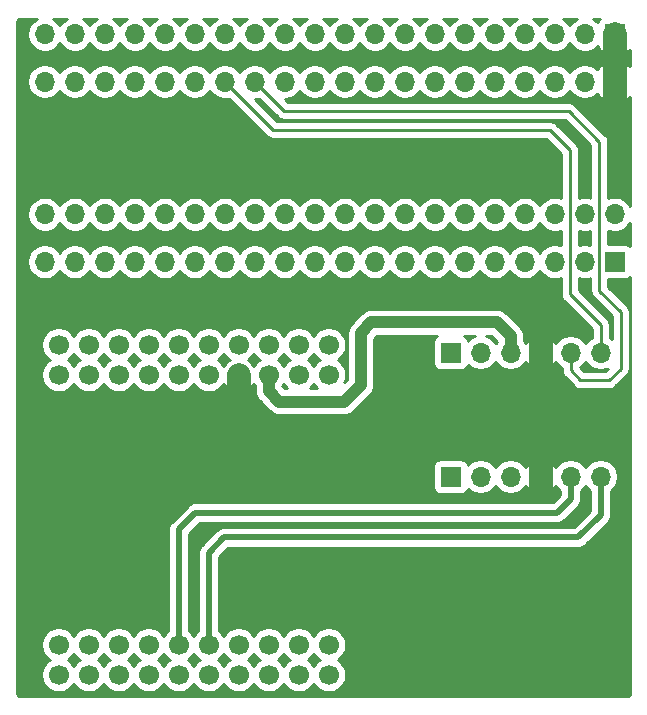
<source format=gbl>
G04 #@! TF.GenerationSoftware,KiCad,Pcbnew,(5.1.6)-1*
G04 #@! TF.CreationDate,2021-12-03T11:19:17+02:00*
G04 #@! TF.ProjectId,df_selector_inverted,64665f73-656c-4656-9374-6f725f696e76,rev?*
G04 #@! TF.SameCoordinates,Original*
G04 #@! TF.FileFunction,Copper,L2,Bot*
G04 #@! TF.FilePolarity,Positive*
%FSLAX46Y46*%
G04 Gerber Fmt 4.6, Leading zero omitted, Abs format (unit mm)*
G04 Created by KiCad (PCBNEW (5.1.6)-1) date 2021-12-03 11:19:17*
%MOMM*%
%LPD*%
G01*
G04 APERTURE LIST*
G04 #@! TA.AperFunction,ComponentPad*
%ADD10O,1.700000X1.700000*%
G04 #@! TD*
G04 #@! TA.AperFunction,ComponentPad*
%ADD11R,1.700000X1.700000*%
G04 #@! TD*
G04 #@! TA.AperFunction,ComponentPad*
%ADD12C,1.700000*%
G04 #@! TD*
G04 #@! TA.AperFunction,Conductor*
%ADD13C,1.000000*%
G04 #@! TD*
G04 #@! TA.AperFunction,Conductor*
%ADD14C,0.500000*%
G04 #@! TD*
G04 #@! TA.AperFunction,Conductor*
%ADD15C,0.250000*%
G04 #@! TD*
G04 #@! TA.AperFunction,Conductor*
%ADD16C,2.000000*%
G04 #@! TD*
G04 #@! TA.AperFunction,NonConductor*
%ADD17C,0.254000*%
G04 #@! TD*
G04 APERTURE END LIST*
D10*
X119760000Y-123250000D03*
X122300000Y-123250000D03*
X117220000Y-123250000D03*
D11*
X109600000Y-123250000D03*
D10*
X114680000Y-123250000D03*
X112140000Y-123250000D03*
X122300000Y-133750000D03*
X119760000Y-133750000D03*
X117220000Y-133750000D03*
X114680000Y-133750000D03*
X112140000Y-133750000D03*
D11*
X109600000Y-133750000D03*
D12*
X76420000Y-147980000D03*
X76420000Y-150520000D03*
X78960000Y-150520000D03*
X78960000Y-147980000D03*
X81500000Y-150520000D03*
X81500000Y-147980000D03*
X84040000Y-150520000D03*
X84040000Y-147980000D03*
X86580000Y-150520000D03*
X86580000Y-147980000D03*
X89120000Y-150520000D03*
X89120000Y-147980000D03*
X91660000Y-150520000D03*
X91660000Y-147980000D03*
X94200000Y-150520000D03*
X94200000Y-147980000D03*
X96740000Y-150520000D03*
X96740000Y-147980000D03*
X99280000Y-150520000D03*
X99280000Y-147980000D03*
X76420000Y-125120000D03*
X76420000Y-122580000D03*
X78960000Y-125120000D03*
X78960000Y-122580000D03*
X81500000Y-125120000D03*
X81500000Y-122580000D03*
X84040000Y-125120000D03*
X84040000Y-122580000D03*
X86580000Y-125120000D03*
X86580000Y-122580000D03*
X89120000Y-125120000D03*
X89120000Y-122580000D03*
X91660000Y-125120000D03*
X91660000Y-122580000D03*
X94200000Y-125120000D03*
X94200000Y-122580000D03*
X96740000Y-125120000D03*
X96740000Y-122580000D03*
X99280000Y-125120000D03*
X99280000Y-122580000D03*
D10*
X123510000Y-111540000D03*
X75250000Y-96300000D03*
X120970000Y-111540000D03*
X77790000Y-96300000D03*
X118430000Y-111540000D03*
X80330000Y-96300000D03*
X115890000Y-111540000D03*
X82870000Y-96300000D03*
X113350000Y-111540000D03*
X85410000Y-96300000D03*
X110810000Y-111540000D03*
X87950000Y-96300000D03*
X108270000Y-111540000D03*
X90490000Y-96300000D03*
X105730000Y-111540000D03*
X93030000Y-96300000D03*
X103190000Y-111540000D03*
X95570000Y-96300000D03*
X100650000Y-111540000D03*
X98110000Y-96300000D03*
X98110000Y-111540000D03*
X100650000Y-96300000D03*
X95570000Y-111540000D03*
X103190000Y-96300000D03*
X93030000Y-111540000D03*
X105730000Y-96300000D03*
X90490000Y-111540000D03*
X108270000Y-96300000D03*
X87950000Y-111540000D03*
X110810000Y-96300000D03*
X85410000Y-111540000D03*
X113350000Y-96300000D03*
X82870000Y-111540000D03*
X115890000Y-96300000D03*
X80330000Y-111540000D03*
X118430000Y-96300000D03*
X77790000Y-111540000D03*
X120970000Y-96300000D03*
X75250000Y-111540000D03*
D11*
X123510000Y-96300000D03*
X123500000Y-100300000D03*
D10*
X120960000Y-100300000D03*
X118420000Y-100300000D03*
X115880000Y-100300000D03*
X113340000Y-100300000D03*
X110800000Y-100300000D03*
X108260000Y-100300000D03*
X105720000Y-100300000D03*
X103180000Y-100300000D03*
X100640000Y-100300000D03*
X98100000Y-100300000D03*
X95560000Y-100300000D03*
X93020000Y-100300000D03*
X90480000Y-100300000D03*
X87940000Y-100300000D03*
X85400000Y-100300000D03*
X82860000Y-100300000D03*
X80320000Y-100300000D03*
X77780000Y-100300000D03*
X75240000Y-100300000D03*
X75240000Y-115550000D03*
X77780000Y-115550000D03*
X80320000Y-115550000D03*
X82860000Y-115550000D03*
X85400000Y-115550000D03*
X87940000Y-115550000D03*
X90480000Y-115550000D03*
X93020000Y-115550000D03*
X95560000Y-115550000D03*
X98100000Y-115550000D03*
X100640000Y-115550000D03*
X103180000Y-115550000D03*
X105720000Y-115550000D03*
X108260000Y-115550000D03*
X110800000Y-115550000D03*
X113340000Y-115550000D03*
X115880000Y-115550000D03*
X118420000Y-115550000D03*
X120960000Y-115550000D03*
D11*
X123500000Y-115550000D03*
D13*
X94200000Y-125120000D02*
X94200000Y-126500000D01*
X94200000Y-126500000D02*
X95100000Y-127400000D01*
X95100000Y-127400000D02*
X100600000Y-127400000D01*
X100600000Y-127400000D02*
X102000000Y-126000000D01*
X102000000Y-126000000D02*
X102000000Y-121600000D01*
X102000000Y-121600000D02*
X102900000Y-120700000D01*
X102900000Y-120700000D02*
X113500000Y-120700000D01*
X114680000Y-121880000D02*
X114680000Y-123250000D01*
X113500000Y-120700000D02*
X114680000Y-121880000D01*
D14*
X86580000Y-147980000D02*
X86580000Y-138220000D01*
X86580000Y-138220000D02*
X88000000Y-136800000D01*
X88000000Y-136800000D02*
X118600000Y-136800000D01*
X119760000Y-135640000D02*
X119760000Y-133750000D01*
X118600000Y-136800000D02*
X119760000Y-135640000D01*
X89120000Y-147980000D02*
X89120000Y-140180000D01*
X89120000Y-140180000D02*
X90400000Y-138900000D01*
X90400000Y-138900000D02*
X120400000Y-138900000D01*
X122300000Y-137000000D02*
X122300000Y-133750000D01*
X120400000Y-138900000D02*
X122300000Y-137000000D01*
D15*
X119760000Y-123250000D02*
X119760000Y-124760000D01*
X119760000Y-124760000D02*
X120600000Y-125600000D01*
X120600000Y-125600000D02*
X123000000Y-125600000D01*
X123000000Y-125600000D02*
X124000000Y-124600000D01*
X124000000Y-124600000D02*
X124000000Y-119800000D01*
X124000000Y-119800000D02*
X122200000Y-118000000D01*
X122200000Y-118000000D02*
X122200000Y-105400000D01*
X122200000Y-105400000D02*
X119600000Y-102800000D01*
X95520000Y-102800000D02*
X93020000Y-100300000D01*
X119600000Y-102800000D02*
X95520000Y-102800000D01*
X122300000Y-123250000D02*
X122300000Y-120900000D01*
X122300000Y-120900000D02*
X119700000Y-118300000D01*
X119700000Y-118300000D02*
X119700000Y-106100000D01*
X119700000Y-106100000D02*
X118000000Y-104400000D01*
X94580000Y-104400000D02*
X90480000Y-100300000D01*
X118000000Y-104400000D02*
X94580000Y-104400000D01*
D16*
X123510000Y-100290000D02*
X123500000Y-100300000D01*
X123510000Y-96300000D02*
X123510000Y-100290000D01*
X123500000Y-100300000D02*
X123500000Y-101700000D01*
X91660000Y-125120000D02*
X91660000Y-126740000D01*
X117220000Y-123250000D02*
X117220000Y-122020000D01*
X117220000Y-123250000D02*
X117220000Y-124680000D01*
X117220000Y-133750000D02*
X117220000Y-132420000D01*
X117220000Y-133750000D02*
X117220000Y-134720000D01*
D17*
G36*
X74303368Y-95146525D02*
G01*
X74096525Y-95353368D01*
X73934010Y-95596589D01*
X73822068Y-95866842D01*
X73765000Y-96153740D01*
X73765000Y-96446260D01*
X73822068Y-96733158D01*
X73934010Y-97003411D01*
X74096525Y-97246632D01*
X74303368Y-97453475D01*
X74546589Y-97615990D01*
X74816842Y-97727932D01*
X75103740Y-97785000D01*
X75396260Y-97785000D01*
X75683158Y-97727932D01*
X75953411Y-97615990D01*
X76196632Y-97453475D01*
X76403475Y-97246632D01*
X76520000Y-97072240D01*
X76636525Y-97246632D01*
X76843368Y-97453475D01*
X77086589Y-97615990D01*
X77356842Y-97727932D01*
X77643740Y-97785000D01*
X77936260Y-97785000D01*
X78223158Y-97727932D01*
X78493411Y-97615990D01*
X78736632Y-97453475D01*
X78943475Y-97246632D01*
X79060000Y-97072240D01*
X79176525Y-97246632D01*
X79383368Y-97453475D01*
X79626589Y-97615990D01*
X79896842Y-97727932D01*
X80183740Y-97785000D01*
X80476260Y-97785000D01*
X80763158Y-97727932D01*
X81033411Y-97615990D01*
X81276632Y-97453475D01*
X81483475Y-97246632D01*
X81600000Y-97072240D01*
X81716525Y-97246632D01*
X81923368Y-97453475D01*
X82166589Y-97615990D01*
X82436842Y-97727932D01*
X82723740Y-97785000D01*
X83016260Y-97785000D01*
X83303158Y-97727932D01*
X83573411Y-97615990D01*
X83816632Y-97453475D01*
X84023475Y-97246632D01*
X84140000Y-97072240D01*
X84256525Y-97246632D01*
X84463368Y-97453475D01*
X84706589Y-97615990D01*
X84976842Y-97727932D01*
X85263740Y-97785000D01*
X85556260Y-97785000D01*
X85843158Y-97727932D01*
X86113411Y-97615990D01*
X86356632Y-97453475D01*
X86563475Y-97246632D01*
X86680000Y-97072240D01*
X86796525Y-97246632D01*
X87003368Y-97453475D01*
X87246589Y-97615990D01*
X87516842Y-97727932D01*
X87803740Y-97785000D01*
X88096260Y-97785000D01*
X88383158Y-97727932D01*
X88653411Y-97615990D01*
X88896632Y-97453475D01*
X89103475Y-97246632D01*
X89220000Y-97072240D01*
X89336525Y-97246632D01*
X89543368Y-97453475D01*
X89786589Y-97615990D01*
X90056842Y-97727932D01*
X90343740Y-97785000D01*
X90636260Y-97785000D01*
X90923158Y-97727932D01*
X91193411Y-97615990D01*
X91436632Y-97453475D01*
X91643475Y-97246632D01*
X91760000Y-97072240D01*
X91876525Y-97246632D01*
X92083368Y-97453475D01*
X92326589Y-97615990D01*
X92596842Y-97727932D01*
X92883740Y-97785000D01*
X93176260Y-97785000D01*
X93463158Y-97727932D01*
X93733411Y-97615990D01*
X93976632Y-97453475D01*
X94183475Y-97246632D01*
X94300000Y-97072240D01*
X94416525Y-97246632D01*
X94623368Y-97453475D01*
X94866589Y-97615990D01*
X95136842Y-97727932D01*
X95423740Y-97785000D01*
X95716260Y-97785000D01*
X96003158Y-97727932D01*
X96273411Y-97615990D01*
X96516632Y-97453475D01*
X96723475Y-97246632D01*
X96840000Y-97072240D01*
X96956525Y-97246632D01*
X97163368Y-97453475D01*
X97406589Y-97615990D01*
X97676842Y-97727932D01*
X97963740Y-97785000D01*
X98256260Y-97785000D01*
X98543158Y-97727932D01*
X98813411Y-97615990D01*
X99056632Y-97453475D01*
X99263475Y-97246632D01*
X99380000Y-97072240D01*
X99496525Y-97246632D01*
X99703368Y-97453475D01*
X99946589Y-97615990D01*
X100216842Y-97727932D01*
X100503740Y-97785000D01*
X100796260Y-97785000D01*
X101083158Y-97727932D01*
X101353411Y-97615990D01*
X101596632Y-97453475D01*
X101803475Y-97246632D01*
X101920000Y-97072240D01*
X102036525Y-97246632D01*
X102243368Y-97453475D01*
X102486589Y-97615990D01*
X102756842Y-97727932D01*
X103043740Y-97785000D01*
X103336260Y-97785000D01*
X103623158Y-97727932D01*
X103893411Y-97615990D01*
X104136632Y-97453475D01*
X104343475Y-97246632D01*
X104460000Y-97072240D01*
X104576525Y-97246632D01*
X104783368Y-97453475D01*
X105026589Y-97615990D01*
X105296842Y-97727932D01*
X105583740Y-97785000D01*
X105876260Y-97785000D01*
X106163158Y-97727932D01*
X106433411Y-97615990D01*
X106676632Y-97453475D01*
X106883475Y-97246632D01*
X107000000Y-97072240D01*
X107116525Y-97246632D01*
X107323368Y-97453475D01*
X107566589Y-97615990D01*
X107836842Y-97727932D01*
X108123740Y-97785000D01*
X108416260Y-97785000D01*
X108703158Y-97727932D01*
X108973411Y-97615990D01*
X109216632Y-97453475D01*
X109423475Y-97246632D01*
X109540000Y-97072240D01*
X109656525Y-97246632D01*
X109863368Y-97453475D01*
X110106589Y-97615990D01*
X110376842Y-97727932D01*
X110663740Y-97785000D01*
X110956260Y-97785000D01*
X111243158Y-97727932D01*
X111513411Y-97615990D01*
X111756632Y-97453475D01*
X111963475Y-97246632D01*
X112080000Y-97072240D01*
X112196525Y-97246632D01*
X112403368Y-97453475D01*
X112646589Y-97615990D01*
X112916842Y-97727932D01*
X113203740Y-97785000D01*
X113496260Y-97785000D01*
X113783158Y-97727932D01*
X114053411Y-97615990D01*
X114296632Y-97453475D01*
X114503475Y-97246632D01*
X114620000Y-97072240D01*
X114736525Y-97246632D01*
X114943368Y-97453475D01*
X115186589Y-97615990D01*
X115456842Y-97727932D01*
X115743740Y-97785000D01*
X116036260Y-97785000D01*
X116323158Y-97727932D01*
X116593411Y-97615990D01*
X116836632Y-97453475D01*
X117043475Y-97246632D01*
X117160000Y-97072240D01*
X117276525Y-97246632D01*
X117483368Y-97453475D01*
X117726589Y-97615990D01*
X117996842Y-97727932D01*
X118283740Y-97785000D01*
X118576260Y-97785000D01*
X118863158Y-97727932D01*
X119133411Y-97615990D01*
X119376632Y-97453475D01*
X119583475Y-97246632D01*
X119700000Y-97072240D01*
X119816525Y-97246632D01*
X120023368Y-97453475D01*
X120266589Y-97615990D01*
X120536842Y-97727932D01*
X120823740Y-97785000D01*
X121116260Y-97785000D01*
X121403158Y-97727932D01*
X121673411Y-97615990D01*
X121916632Y-97453475D01*
X122048487Y-97321620D01*
X122070498Y-97394180D01*
X122129463Y-97504494D01*
X122208815Y-97601185D01*
X122305506Y-97680537D01*
X122415820Y-97739502D01*
X122535518Y-97775812D01*
X122660000Y-97788072D01*
X124360000Y-97788072D01*
X124484482Y-97775812D01*
X124604180Y-97739502D01*
X124714494Y-97680537D01*
X124811185Y-97601185D01*
X124815000Y-97596536D01*
X124815000Y-99015649D01*
X124801185Y-98998815D01*
X124704494Y-98919463D01*
X124594180Y-98860498D01*
X124474482Y-98824188D01*
X124350000Y-98811928D01*
X122650000Y-98811928D01*
X122525518Y-98824188D01*
X122405820Y-98860498D01*
X122295506Y-98919463D01*
X122198815Y-98998815D01*
X122119463Y-99095506D01*
X122060498Y-99205820D01*
X122038487Y-99278380D01*
X121906632Y-99146525D01*
X121663411Y-98984010D01*
X121393158Y-98872068D01*
X121106260Y-98815000D01*
X120813740Y-98815000D01*
X120526842Y-98872068D01*
X120256589Y-98984010D01*
X120013368Y-99146525D01*
X119806525Y-99353368D01*
X119690000Y-99527760D01*
X119573475Y-99353368D01*
X119366632Y-99146525D01*
X119123411Y-98984010D01*
X118853158Y-98872068D01*
X118566260Y-98815000D01*
X118273740Y-98815000D01*
X117986842Y-98872068D01*
X117716589Y-98984010D01*
X117473368Y-99146525D01*
X117266525Y-99353368D01*
X117150000Y-99527760D01*
X117033475Y-99353368D01*
X116826632Y-99146525D01*
X116583411Y-98984010D01*
X116313158Y-98872068D01*
X116026260Y-98815000D01*
X115733740Y-98815000D01*
X115446842Y-98872068D01*
X115176589Y-98984010D01*
X114933368Y-99146525D01*
X114726525Y-99353368D01*
X114610000Y-99527760D01*
X114493475Y-99353368D01*
X114286632Y-99146525D01*
X114043411Y-98984010D01*
X113773158Y-98872068D01*
X113486260Y-98815000D01*
X113193740Y-98815000D01*
X112906842Y-98872068D01*
X112636589Y-98984010D01*
X112393368Y-99146525D01*
X112186525Y-99353368D01*
X112070000Y-99527760D01*
X111953475Y-99353368D01*
X111746632Y-99146525D01*
X111503411Y-98984010D01*
X111233158Y-98872068D01*
X110946260Y-98815000D01*
X110653740Y-98815000D01*
X110366842Y-98872068D01*
X110096589Y-98984010D01*
X109853368Y-99146525D01*
X109646525Y-99353368D01*
X109530000Y-99527760D01*
X109413475Y-99353368D01*
X109206632Y-99146525D01*
X108963411Y-98984010D01*
X108693158Y-98872068D01*
X108406260Y-98815000D01*
X108113740Y-98815000D01*
X107826842Y-98872068D01*
X107556589Y-98984010D01*
X107313368Y-99146525D01*
X107106525Y-99353368D01*
X106990000Y-99527760D01*
X106873475Y-99353368D01*
X106666632Y-99146525D01*
X106423411Y-98984010D01*
X106153158Y-98872068D01*
X105866260Y-98815000D01*
X105573740Y-98815000D01*
X105286842Y-98872068D01*
X105016589Y-98984010D01*
X104773368Y-99146525D01*
X104566525Y-99353368D01*
X104450000Y-99527760D01*
X104333475Y-99353368D01*
X104126632Y-99146525D01*
X103883411Y-98984010D01*
X103613158Y-98872068D01*
X103326260Y-98815000D01*
X103033740Y-98815000D01*
X102746842Y-98872068D01*
X102476589Y-98984010D01*
X102233368Y-99146525D01*
X102026525Y-99353368D01*
X101910000Y-99527760D01*
X101793475Y-99353368D01*
X101586632Y-99146525D01*
X101343411Y-98984010D01*
X101073158Y-98872068D01*
X100786260Y-98815000D01*
X100493740Y-98815000D01*
X100206842Y-98872068D01*
X99936589Y-98984010D01*
X99693368Y-99146525D01*
X99486525Y-99353368D01*
X99370000Y-99527760D01*
X99253475Y-99353368D01*
X99046632Y-99146525D01*
X98803411Y-98984010D01*
X98533158Y-98872068D01*
X98246260Y-98815000D01*
X97953740Y-98815000D01*
X97666842Y-98872068D01*
X97396589Y-98984010D01*
X97153368Y-99146525D01*
X96946525Y-99353368D01*
X96830000Y-99527760D01*
X96713475Y-99353368D01*
X96506632Y-99146525D01*
X96263411Y-98984010D01*
X95993158Y-98872068D01*
X95706260Y-98815000D01*
X95413740Y-98815000D01*
X95126842Y-98872068D01*
X94856589Y-98984010D01*
X94613368Y-99146525D01*
X94406525Y-99353368D01*
X94290000Y-99527760D01*
X94173475Y-99353368D01*
X93966632Y-99146525D01*
X93723411Y-98984010D01*
X93453158Y-98872068D01*
X93166260Y-98815000D01*
X92873740Y-98815000D01*
X92586842Y-98872068D01*
X92316589Y-98984010D01*
X92073368Y-99146525D01*
X91866525Y-99353368D01*
X91750000Y-99527760D01*
X91633475Y-99353368D01*
X91426632Y-99146525D01*
X91183411Y-98984010D01*
X90913158Y-98872068D01*
X90626260Y-98815000D01*
X90333740Y-98815000D01*
X90046842Y-98872068D01*
X89776589Y-98984010D01*
X89533368Y-99146525D01*
X89326525Y-99353368D01*
X89210000Y-99527760D01*
X89093475Y-99353368D01*
X88886632Y-99146525D01*
X88643411Y-98984010D01*
X88373158Y-98872068D01*
X88086260Y-98815000D01*
X87793740Y-98815000D01*
X87506842Y-98872068D01*
X87236589Y-98984010D01*
X86993368Y-99146525D01*
X86786525Y-99353368D01*
X86670000Y-99527760D01*
X86553475Y-99353368D01*
X86346632Y-99146525D01*
X86103411Y-98984010D01*
X85833158Y-98872068D01*
X85546260Y-98815000D01*
X85253740Y-98815000D01*
X84966842Y-98872068D01*
X84696589Y-98984010D01*
X84453368Y-99146525D01*
X84246525Y-99353368D01*
X84130000Y-99527760D01*
X84013475Y-99353368D01*
X83806632Y-99146525D01*
X83563411Y-98984010D01*
X83293158Y-98872068D01*
X83006260Y-98815000D01*
X82713740Y-98815000D01*
X82426842Y-98872068D01*
X82156589Y-98984010D01*
X81913368Y-99146525D01*
X81706525Y-99353368D01*
X81590000Y-99527760D01*
X81473475Y-99353368D01*
X81266632Y-99146525D01*
X81023411Y-98984010D01*
X80753158Y-98872068D01*
X80466260Y-98815000D01*
X80173740Y-98815000D01*
X79886842Y-98872068D01*
X79616589Y-98984010D01*
X79373368Y-99146525D01*
X79166525Y-99353368D01*
X79050000Y-99527760D01*
X78933475Y-99353368D01*
X78726632Y-99146525D01*
X78483411Y-98984010D01*
X78213158Y-98872068D01*
X77926260Y-98815000D01*
X77633740Y-98815000D01*
X77346842Y-98872068D01*
X77076589Y-98984010D01*
X76833368Y-99146525D01*
X76626525Y-99353368D01*
X76510000Y-99527760D01*
X76393475Y-99353368D01*
X76186632Y-99146525D01*
X75943411Y-98984010D01*
X75673158Y-98872068D01*
X75386260Y-98815000D01*
X75093740Y-98815000D01*
X74806842Y-98872068D01*
X74536589Y-98984010D01*
X74293368Y-99146525D01*
X74086525Y-99353368D01*
X73924010Y-99596589D01*
X73812068Y-99866842D01*
X73755000Y-100153740D01*
X73755000Y-100446260D01*
X73812068Y-100733158D01*
X73924010Y-101003411D01*
X74086525Y-101246632D01*
X74293368Y-101453475D01*
X74536589Y-101615990D01*
X74806842Y-101727932D01*
X75093740Y-101785000D01*
X75386260Y-101785000D01*
X75673158Y-101727932D01*
X75943411Y-101615990D01*
X76186632Y-101453475D01*
X76393475Y-101246632D01*
X76510000Y-101072240D01*
X76626525Y-101246632D01*
X76833368Y-101453475D01*
X77076589Y-101615990D01*
X77346842Y-101727932D01*
X77633740Y-101785000D01*
X77926260Y-101785000D01*
X78213158Y-101727932D01*
X78483411Y-101615990D01*
X78726632Y-101453475D01*
X78933475Y-101246632D01*
X79050000Y-101072240D01*
X79166525Y-101246632D01*
X79373368Y-101453475D01*
X79616589Y-101615990D01*
X79886842Y-101727932D01*
X80173740Y-101785000D01*
X80466260Y-101785000D01*
X80753158Y-101727932D01*
X81023411Y-101615990D01*
X81266632Y-101453475D01*
X81473475Y-101246632D01*
X81590000Y-101072240D01*
X81706525Y-101246632D01*
X81913368Y-101453475D01*
X82156589Y-101615990D01*
X82426842Y-101727932D01*
X82713740Y-101785000D01*
X83006260Y-101785000D01*
X83293158Y-101727932D01*
X83563411Y-101615990D01*
X83806632Y-101453475D01*
X84013475Y-101246632D01*
X84130000Y-101072240D01*
X84246525Y-101246632D01*
X84453368Y-101453475D01*
X84696589Y-101615990D01*
X84966842Y-101727932D01*
X85253740Y-101785000D01*
X85546260Y-101785000D01*
X85833158Y-101727932D01*
X86103411Y-101615990D01*
X86346632Y-101453475D01*
X86553475Y-101246632D01*
X86670000Y-101072240D01*
X86786525Y-101246632D01*
X86993368Y-101453475D01*
X87236589Y-101615990D01*
X87506842Y-101727932D01*
X87793740Y-101785000D01*
X88086260Y-101785000D01*
X88373158Y-101727932D01*
X88643411Y-101615990D01*
X88886632Y-101453475D01*
X89093475Y-101246632D01*
X89210000Y-101072240D01*
X89326525Y-101246632D01*
X89533368Y-101453475D01*
X89776589Y-101615990D01*
X90046842Y-101727932D01*
X90333740Y-101785000D01*
X90626260Y-101785000D01*
X90846408Y-101741209D01*
X94016200Y-104911002D01*
X94039999Y-104940001D01*
X94068997Y-104963799D01*
X94155724Y-105034974D01*
X94287753Y-105105546D01*
X94431014Y-105149003D01*
X94580000Y-105163677D01*
X94617333Y-105160000D01*
X117685199Y-105160000D01*
X118940001Y-106414803D01*
X118940001Y-110143897D01*
X118863158Y-110112068D01*
X118576260Y-110055000D01*
X118283740Y-110055000D01*
X117996842Y-110112068D01*
X117726589Y-110224010D01*
X117483368Y-110386525D01*
X117276525Y-110593368D01*
X117160000Y-110767760D01*
X117043475Y-110593368D01*
X116836632Y-110386525D01*
X116593411Y-110224010D01*
X116323158Y-110112068D01*
X116036260Y-110055000D01*
X115743740Y-110055000D01*
X115456842Y-110112068D01*
X115186589Y-110224010D01*
X114943368Y-110386525D01*
X114736525Y-110593368D01*
X114620000Y-110767760D01*
X114503475Y-110593368D01*
X114296632Y-110386525D01*
X114053411Y-110224010D01*
X113783158Y-110112068D01*
X113496260Y-110055000D01*
X113203740Y-110055000D01*
X112916842Y-110112068D01*
X112646589Y-110224010D01*
X112403368Y-110386525D01*
X112196525Y-110593368D01*
X112080000Y-110767760D01*
X111963475Y-110593368D01*
X111756632Y-110386525D01*
X111513411Y-110224010D01*
X111243158Y-110112068D01*
X110956260Y-110055000D01*
X110663740Y-110055000D01*
X110376842Y-110112068D01*
X110106589Y-110224010D01*
X109863368Y-110386525D01*
X109656525Y-110593368D01*
X109540000Y-110767760D01*
X109423475Y-110593368D01*
X109216632Y-110386525D01*
X108973411Y-110224010D01*
X108703158Y-110112068D01*
X108416260Y-110055000D01*
X108123740Y-110055000D01*
X107836842Y-110112068D01*
X107566589Y-110224010D01*
X107323368Y-110386525D01*
X107116525Y-110593368D01*
X107000000Y-110767760D01*
X106883475Y-110593368D01*
X106676632Y-110386525D01*
X106433411Y-110224010D01*
X106163158Y-110112068D01*
X105876260Y-110055000D01*
X105583740Y-110055000D01*
X105296842Y-110112068D01*
X105026589Y-110224010D01*
X104783368Y-110386525D01*
X104576525Y-110593368D01*
X104460000Y-110767760D01*
X104343475Y-110593368D01*
X104136632Y-110386525D01*
X103893411Y-110224010D01*
X103623158Y-110112068D01*
X103336260Y-110055000D01*
X103043740Y-110055000D01*
X102756842Y-110112068D01*
X102486589Y-110224010D01*
X102243368Y-110386525D01*
X102036525Y-110593368D01*
X101920000Y-110767760D01*
X101803475Y-110593368D01*
X101596632Y-110386525D01*
X101353411Y-110224010D01*
X101083158Y-110112068D01*
X100796260Y-110055000D01*
X100503740Y-110055000D01*
X100216842Y-110112068D01*
X99946589Y-110224010D01*
X99703368Y-110386525D01*
X99496525Y-110593368D01*
X99380000Y-110767760D01*
X99263475Y-110593368D01*
X99056632Y-110386525D01*
X98813411Y-110224010D01*
X98543158Y-110112068D01*
X98256260Y-110055000D01*
X97963740Y-110055000D01*
X97676842Y-110112068D01*
X97406589Y-110224010D01*
X97163368Y-110386525D01*
X96956525Y-110593368D01*
X96840000Y-110767760D01*
X96723475Y-110593368D01*
X96516632Y-110386525D01*
X96273411Y-110224010D01*
X96003158Y-110112068D01*
X95716260Y-110055000D01*
X95423740Y-110055000D01*
X95136842Y-110112068D01*
X94866589Y-110224010D01*
X94623368Y-110386525D01*
X94416525Y-110593368D01*
X94300000Y-110767760D01*
X94183475Y-110593368D01*
X93976632Y-110386525D01*
X93733411Y-110224010D01*
X93463158Y-110112068D01*
X93176260Y-110055000D01*
X92883740Y-110055000D01*
X92596842Y-110112068D01*
X92326589Y-110224010D01*
X92083368Y-110386525D01*
X91876525Y-110593368D01*
X91760000Y-110767760D01*
X91643475Y-110593368D01*
X91436632Y-110386525D01*
X91193411Y-110224010D01*
X90923158Y-110112068D01*
X90636260Y-110055000D01*
X90343740Y-110055000D01*
X90056842Y-110112068D01*
X89786589Y-110224010D01*
X89543368Y-110386525D01*
X89336525Y-110593368D01*
X89220000Y-110767760D01*
X89103475Y-110593368D01*
X88896632Y-110386525D01*
X88653411Y-110224010D01*
X88383158Y-110112068D01*
X88096260Y-110055000D01*
X87803740Y-110055000D01*
X87516842Y-110112068D01*
X87246589Y-110224010D01*
X87003368Y-110386525D01*
X86796525Y-110593368D01*
X86680000Y-110767760D01*
X86563475Y-110593368D01*
X86356632Y-110386525D01*
X86113411Y-110224010D01*
X85843158Y-110112068D01*
X85556260Y-110055000D01*
X85263740Y-110055000D01*
X84976842Y-110112068D01*
X84706589Y-110224010D01*
X84463368Y-110386525D01*
X84256525Y-110593368D01*
X84140000Y-110767760D01*
X84023475Y-110593368D01*
X83816632Y-110386525D01*
X83573411Y-110224010D01*
X83303158Y-110112068D01*
X83016260Y-110055000D01*
X82723740Y-110055000D01*
X82436842Y-110112068D01*
X82166589Y-110224010D01*
X81923368Y-110386525D01*
X81716525Y-110593368D01*
X81600000Y-110767760D01*
X81483475Y-110593368D01*
X81276632Y-110386525D01*
X81033411Y-110224010D01*
X80763158Y-110112068D01*
X80476260Y-110055000D01*
X80183740Y-110055000D01*
X79896842Y-110112068D01*
X79626589Y-110224010D01*
X79383368Y-110386525D01*
X79176525Y-110593368D01*
X79060000Y-110767760D01*
X78943475Y-110593368D01*
X78736632Y-110386525D01*
X78493411Y-110224010D01*
X78223158Y-110112068D01*
X77936260Y-110055000D01*
X77643740Y-110055000D01*
X77356842Y-110112068D01*
X77086589Y-110224010D01*
X76843368Y-110386525D01*
X76636525Y-110593368D01*
X76520000Y-110767760D01*
X76403475Y-110593368D01*
X76196632Y-110386525D01*
X75953411Y-110224010D01*
X75683158Y-110112068D01*
X75396260Y-110055000D01*
X75103740Y-110055000D01*
X74816842Y-110112068D01*
X74546589Y-110224010D01*
X74303368Y-110386525D01*
X74096525Y-110593368D01*
X73934010Y-110836589D01*
X73822068Y-111106842D01*
X73765000Y-111393740D01*
X73765000Y-111686260D01*
X73822068Y-111973158D01*
X73934010Y-112243411D01*
X74096525Y-112486632D01*
X74303368Y-112693475D01*
X74546589Y-112855990D01*
X74816842Y-112967932D01*
X75103740Y-113025000D01*
X75396260Y-113025000D01*
X75683158Y-112967932D01*
X75953411Y-112855990D01*
X76196632Y-112693475D01*
X76403475Y-112486632D01*
X76520000Y-112312240D01*
X76636525Y-112486632D01*
X76843368Y-112693475D01*
X77086589Y-112855990D01*
X77356842Y-112967932D01*
X77643740Y-113025000D01*
X77936260Y-113025000D01*
X78223158Y-112967932D01*
X78493411Y-112855990D01*
X78736632Y-112693475D01*
X78943475Y-112486632D01*
X79060000Y-112312240D01*
X79176525Y-112486632D01*
X79383368Y-112693475D01*
X79626589Y-112855990D01*
X79896842Y-112967932D01*
X80183740Y-113025000D01*
X80476260Y-113025000D01*
X80763158Y-112967932D01*
X81033411Y-112855990D01*
X81276632Y-112693475D01*
X81483475Y-112486632D01*
X81600000Y-112312240D01*
X81716525Y-112486632D01*
X81923368Y-112693475D01*
X82166589Y-112855990D01*
X82436842Y-112967932D01*
X82723740Y-113025000D01*
X83016260Y-113025000D01*
X83303158Y-112967932D01*
X83573411Y-112855990D01*
X83816632Y-112693475D01*
X84023475Y-112486632D01*
X84140000Y-112312240D01*
X84256525Y-112486632D01*
X84463368Y-112693475D01*
X84706589Y-112855990D01*
X84976842Y-112967932D01*
X85263740Y-113025000D01*
X85556260Y-113025000D01*
X85843158Y-112967932D01*
X86113411Y-112855990D01*
X86356632Y-112693475D01*
X86563475Y-112486632D01*
X86680000Y-112312240D01*
X86796525Y-112486632D01*
X87003368Y-112693475D01*
X87246589Y-112855990D01*
X87516842Y-112967932D01*
X87803740Y-113025000D01*
X88096260Y-113025000D01*
X88383158Y-112967932D01*
X88653411Y-112855990D01*
X88896632Y-112693475D01*
X89103475Y-112486632D01*
X89220000Y-112312240D01*
X89336525Y-112486632D01*
X89543368Y-112693475D01*
X89786589Y-112855990D01*
X90056842Y-112967932D01*
X90343740Y-113025000D01*
X90636260Y-113025000D01*
X90923158Y-112967932D01*
X91193411Y-112855990D01*
X91436632Y-112693475D01*
X91643475Y-112486632D01*
X91760000Y-112312240D01*
X91876525Y-112486632D01*
X92083368Y-112693475D01*
X92326589Y-112855990D01*
X92596842Y-112967932D01*
X92883740Y-113025000D01*
X93176260Y-113025000D01*
X93463158Y-112967932D01*
X93733411Y-112855990D01*
X93976632Y-112693475D01*
X94183475Y-112486632D01*
X94300000Y-112312240D01*
X94416525Y-112486632D01*
X94623368Y-112693475D01*
X94866589Y-112855990D01*
X95136842Y-112967932D01*
X95423740Y-113025000D01*
X95716260Y-113025000D01*
X96003158Y-112967932D01*
X96273411Y-112855990D01*
X96516632Y-112693475D01*
X96723475Y-112486632D01*
X96840000Y-112312240D01*
X96956525Y-112486632D01*
X97163368Y-112693475D01*
X97406589Y-112855990D01*
X97676842Y-112967932D01*
X97963740Y-113025000D01*
X98256260Y-113025000D01*
X98543158Y-112967932D01*
X98813411Y-112855990D01*
X99056632Y-112693475D01*
X99263475Y-112486632D01*
X99380000Y-112312240D01*
X99496525Y-112486632D01*
X99703368Y-112693475D01*
X99946589Y-112855990D01*
X100216842Y-112967932D01*
X100503740Y-113025000D01*
X100796260Y-113025000D01*
X101083158Y-112967932D01*
X101353411Y-112855990D01*
X101596632Y-112693475D01*
X101803475Y-112486632D01*
X101920000Y-112312240D01*
X102036525Y-112486632D01*
X102243368Y-112693475D01*
X102486589Y-112855990D01*
X102756842Y-112967932D01*
X103043740Y-113025000D01*
X103336260Y-113025000D01*
X103623158Y-112967932D01*
X103893411Y-112855990D01*
X104136632Y-112693475D01*
X104343475Y-112486632D01*
X104460000Y-112312240D01*
X104576525Y-112486632D01*
X104783368Y-112693475D01*
X105026589Y-112855990D01*
X105296842Y-112967932D01*
X105583740Y-113025000D01*
X105876260Y-113025000D01*
X106163158Y-112967932D01*
X106433411Y-112855990D01*
X106676632Y-112693475D01*
X106883475Y-112486632D01*
X107000000Y-112312240D01*
X107116525Y-112486632D01*
X107323368Y-112693475D01*
X107566589Y-112855990D01*
X107836842Y-112967932D01*
X108123740Y-113025000D01*
X108416260Y-113025000D01*
X108703158Y-112967932D01*
X108973411Y-112855990D01*
X109216632Y-112693475D01*
X109423475Y-112486632D01*
X109540000Y-112312240D01*
X109656525Y-112486632D01*
X109863368Y-112693475D01*
X110106589Y-112855990D01*
X110376842Y-112967932D01*
X110663740Y-113025000D01*
X110956260Y-113025000D01*
X111243158Y-112967932D01*
X111513411Y-112855990D01*
X111756632Y-112693475D01*
X111963475Y-112486632D01*
X112080000Y-112312240D01*
X112196525Y-112486632D01*
X112403368Y-112693475D01*
X112646589Y-112855990D01*
X112916842Y-112967932D01*
X113203740Y-113025000D01*
X113496260Y-113025000D01*
X113783158Y-112967932D01*
X114053411Y-112855990D01*
X114296632Y-112693475D01*
X114503475Y-112486632D01*
X114620000Y-112312240D01*
X114736525Y-112486632D01*
X114943368Y-112693475D01*
X115186589Y-112855990D01*
X115456842Y-112967932D01*
X115743740Y-113025000D01*
X116036260Y-113025000D01*
X116323158Y-112967932D01*
X116593411Y-112855990D01*
X116836632Y-112693475D01*
X117043475Y-112486632D01*
X117160000Y-112312240D01*
X117276525Y-112486632D01*
X117483368Y-112693475D01*
X117726589Y-112855990D01*
X117996842Y-112967932D01*
X118283740Y-113025000D01*
X118576260Y-113025000D01*
X118863158Y-112967932D01*
X118940000Y-112936103D01*
X118940000Y-114158039D01*
X118853158Y-114122068D01*
X118566260Y-114065000D01*
X118273740Y-114065000D01*
X117986842Y-114122068D01*
X117716589Y-114234010D01*
X117473368Y-114396525D01*
X117266525Y-114603368D01*
X117150000Y-114777760D01*
X117033475Y-114603368D01*
X116826632Y-114396525D01*
X116583411Y-114234010D01*
X116313158Y-114122068D01*
X116026260Y-114065000D01*
X115733740Y-114065000D01*
X115446842Y-114122068D01*
X115176589Y-114234010D01*
X114933368Y-114396525D01*
X114726525Y-114603368D01*
X114610000Y-114777760D01*
X114493475Y-114603368D01*
X114286632Y-114396525D01*
X114043411Y-114234010D01*
X113773158Y-114122068D01*
X113486260Y-114065000D01*
X113193740Y-114065000D01*
X112906842Y-114122068D01*
X112636589Y-114234010D01*
X112393368Y-114396525D01*
X112186525Y-114603368D01*
X112070000Y-114777760D01*
X111953475Y-114603368D01*
X111746632Y-114396525D01*
X111503411Y-114234010D01*
X111233158Y-114122068D01*
X110946260Y-114065000D01*
X110653740Y-114065000D01*
X110366842Y-114122068D01*
X110096589Y-114234010D01*
X109853368Y-114396525D01*
X109646525Y-114603368D01*
X109530000Y-114777760D01*
X109413475Y-114603368D01*
X109206632Y-114396525D01*
X108963411Y-114234010D01*
X108693158Y-114122068D01*
X108406260Y-114065000D01*
X108113740Y-114065000D01*
X107826842Y-114122068D01*
X107556589Y-114234010D01*
X107313368Y-114396525D01*
X107106525Y-114603368D01*
X106990000Y-114777760D01*
X106873475Y-114603368D01*
X106666632Y-114396525D01*
X106423411Y-114234010D01*
X106153158Y-114122068D01*
X105866260Y-114065000D01*
X105573740Y-114065000D01*
X105286842Y-114122068D01*
X105016589Y-114234010D01*
X104773368Y-114396525D01*
X104566525Y-114603368D01*
X104450000Y-114777760D01*
X104333475Y-114603368D01*
X104126632Y-114396525D01*
X103883411Y-114234010D01*
X103613158Y-114122068D01*
X103326260Y-114065000D01*
X103033740Y-114065000D01*
X102746842Y-114122068D01*
X102476589Y-114234010D01*
X102233368Y-114396525D01*
X102026525Y-114603368D01*
X101910000Y-114777760D01*
X101793475Y-114603368D01*
X101586632Y-114396525D01*
X101343411Y-114234010D01*
X101073158Y-114122068D01*
X100786260Y-114065000D01*
X100493740Y-114065000D01*
X100206842Y-114122068D01*
X99936589Y-114234010D01*
X99693368Y-114396525D01*
X99486525Y-114603368D01*
X99370000Y-114777760D01*
X99253475Y-114603368D01*
X99046632Y-114396525D01*
X98803411Y-114234010D01*
X98533158Y-114122068D01*
X98246260Y-114065000D01*
X97953740Y-114065000D01*
X97666842Y-114122068D01*
X97396589Y-114234010D01*
X97153368Y-114396525D01*
X96946525Y-114603368D01*
X96830000Y-114777760D01*
X96713475Y-114603368D01*
X96506632Y-114396525D01*
X96263411Y-114234010D01*
X95993158Y-114122068D01*
X95706260Y-114065000D01*
X95413740Y-114065000D01*
X95126842Y-114122068D01*
X94856589Y-114234010D01*
X94613368Y-114396525D01*
X94406525Y-114603368D01*
X94290000Y-114777760D01*
X94173475Y-114603368D01*
X93966632Y-114396525D01*
X93723411Y-114234010D01*
X93453158Y-114122068D01*
X93166260Y-114065000D01*
X92873740Y-114065000D01*
X92586842Y-114122068D01*
X92316589Y-114234010D01*
X92073368Y-114396525D01*
X91866525Y-114603368D01*
X91750000Y-114777760D01*
X91633475Y-114603368D01*
X91426632Y-114396525D01*
X91183411Y-114234010D01*
X90913158Y-114122068D01*
X90626260Y-114065000D01*
X90333740Y-114065000D01*
X90046842Y-114122068D01*
X89776589Y-114234010D01*
X89533368Y-114396525D01*
X89326525Y-114603368D01*
X89210000Y-114777760D01*
X89093475Y-114603368D01*
X88886632Y-114396525D01*
X88643411Y-114234010D01*
X88373158Y-114122068D01*
X88086260Y-114065000D01*
X87793740Y-114065000D01*
X87506842Y-114122068D01*
X87236589Y-114234010D01*
X86993368Y-114396525D01*
X86786525Y-114603368D01*
X86670000Y-114777760D01*
X86553475Y-114603368D01*
X86346632Y-114396525D01*
X86103411Y-114234010D01*
X85833158Y-114122068D01*
X85546260Y-114065000D01*
X85253740Y-114065000D01*
X84966842Y-114122068D01*
X84696589Y-114234010D01*
X84453368Y-114396525D01*
X84246525Y-114603368D01*
X84130000Y-114777760D01*
X84013475Y-114603368D01*
X83806632Y-114396525D01*
X83563411Y-114234010D01*
X83293158Y-114122068D01*
X83006260Y-114065000D01*
X82713740Y-114065000D01*
X82426842Y-114122068D01*
X82156589Y-114234010D01*
X81913368Y-114396525D01*
X81706525Y-114603368D01*
X81590000Y-114777760D01*
X81473475Y-114603368D01*
X81266632Y-114396525D01*
X81023411Y-114234010D01*
X80753158Y-114122068D01*
X80466260Y-114065000D01*
X80173740Y-114065000D01*
X79886842Y-114122068D01*
X79616589Y-114234010D01*
X79373368Y-114396525D01*
X79166525Y-114603368D01*
X79050000Y-114777760D01*
X78933475Y-114603368D01*
X78726632Y-114396525D01*
X78483411Y-114234010D01*
X78213158Y-114122068D01*
X77926260Y-114065000D01*
X77633740Y-114065000D01*
X77346842Y-114122068D01*
X77076589Y-114234010D01*
X76833368Y-114396525D01*
X76626525Y-114603368D01*
X76510000Y-114777760D01*
X76393475Y-114603368D01*
X76186632Y-114396525D01*
X75943411Y-114234010D01*
X75673158Y-114122068D01*
X75386260Y-114065000D01*
X75093740Y-114065000D01*
X74806842Y-114122068D01*
X74536589Y-114234010D01*
X74293368Y-114396525D01*
X74086525Y-114603368D01*
X73924010Y-114846589D01*
X73812068Y-115116842D01*
X73755000Y-115403740D01*
X73755000Y-115696260D01*
X73812068Y-115983158D01*
X73924010Y-116253411D01*
X74086525Y-116496632D01*
X74293368Y-116703475D01*
X74536589Y-116865990D01*
X74806842Y-116977932D01*
X75093740Y-117035000D01*
X75386260Y-117035000D01*
X75673158Y-116977932D01*
X75943411Y-116865990D01*
X76186632Y-116703475D01*
X76393475Y-116496632D01*
X76510000Y-116322240D01*
X76626525Y-116496632D01*
X76833368Y-116703475D01*
X77076589Y-116865990D01*
X77346842Y-116977932D01*
X77633740Y-117035000D01*
X77926260Y-117035000D01*
X78213158Y-116977932D01*
X78483411Y-116865990D01*
X78726632Y-116703475D01*
X78933475Y-116496632D01*
X79050000Y-116322240D01*
X79166525Y-116496632D01*
X79373368Y-116703475D01*
X79616589Y-116865990D01*
X79886842Y-116977932D01*
X80173740Y-117035000D01*
X80466260Y-117035000D01*
X80753158Y-116977932D01*
X81023411Y-116865990D01*
X81266632Y-116703475D01*
X81473475Y-116496632D01*
X81590000Y-116322240D01*
X81706525Y-116496632D01*
X81913368Y-116703475D01*
X82156589Y-116865990D01*
X82426842Y-116977932D01*
X82713740Y-117035000D01*
X83006260Y-117035000D01*
X83293158Y-116977932D01*
X83563411Y-116865990D01*
X83806632Y-116703475D01*
X84013475Y-116496632D01*
X84130000Y-116322240D01*
X84246525Y-116496632D01*
X84453368Y-116703475D01*
X84696589Y-116865990D01*
X84966842Y-116977932D01*
X85253740Y-117035000D01*
X85546260Y-117035000D01*
X85833158Y-116977932D01*
X86103411Y-116865990D01*
X86346632Y-116703475D01*
X86553475Y-116496632D01*
X86670000Y-116322240D01*
X86786525Y-116496632D01*
X86993368Y-116703475D01*
X87236589Y-116865990D01*
X87506842Y-116977932D01*
X87793740Y-117035000D01*
X88086260Y-117035000D01*
X88373158Y-116977932D01*
X88643411Y-116865990D01*
X88886632Y-116703475D01*
X89093475Y-116496632D01*
X89210000Y-116322240D01*
X89326525Y-116496632D01*
X89533368Y-116703475D01*
X89776589Y-116865990D01*
X90046842Y-116977932D01*
X90333740Y-117035000D01*
X90626260Y-117035000D01*
X90913158Y-116977932D01*
X91183411Y-116865990D01*
X91426632Y-116703475D01*
X91633475Y-116496632D01*
X91750000Y-116322240D01*
X91866525Y-116496632D01*
X92073368Y-116703475D01*
X92316589Y-116865990D01*
X92586842Y-116977932D01*
X92873740Y-117035000D01*
X93166260Y-117035000D01*
X93453158Y-116977932D01*
X93723411Y-116865990D01*
X93966632Y-116703475D01*
X94173475Y-116496632D01*
X94290000Y-116322240D01*
X94406525Y-116496632D01*
X94613368Y-116703475D01*
X94856589Y-116865990D01*
X95126842Y-116977932D01*
X95413740Y-117035000D01*
X95706260Y-117035000D01*
X95993158Y-116977932D01*
X96263411Y-116865990D01*
X96506632Y-116703475D01*
X96713475Y-116496632D01*
X96830000Y-116322240D01*
X96946525Y-116496632D01*
X97153368Y-116703475D01*
X97396589Y-116865990D01*
X97666842Y-116977932D01*
X97953740Y-117035000D01*
X98246260Y-117035000D01*
X98533158Y-116977932D01*
X98803411Y-116865990D01*
X99046632Y-116703475D01*
X99253475Y-116496632D01*
X99370000Y-116322240D01*
X99486525Y-116496632D01*
X99693368Y-116703475D01*
X99936589Y-116865990D01*
X100206842Y-116977932D01*
X100493740Y-117035000D01*
X100786260Y-117035000D01*
X101073158Y-116977932D01*
X101343411Y-116865990D01*
X101586632Y-116703475D01*
X101793475Y-116496632D01*
X101910000Y-116322240D01*
X102026525Y-116496632D01*
X102233368Y-116703475D01*
X102476589Y-116865990D01*
X102746842Y-116977932D01*
X103033740Y-117035000D01*
X103326260Y-117035000D01*
X103613158Y-116977932D01*
X103883411Y-116865990D01*
X104126632Y-116703475D01*
X104333475Y-116496632D01*
X104450000Y-116322240D01*
X104566525Y-116496632D01*
X104773368Y-116703475D01*
X105016589Y-116865990D01*
X105286842Y-116977932D01*
X105573740Y-117035000D01*
X105866260Y-117035000D01*
X106153158Y-116977932D01*
X106423411Y-116865990D01*
X106666632Y-116703475D01*
X106873475Y-116496632D01*
X106990000Y-116322240D01*
X107106525Y-116496632D01*
X107313368Y-116703475D01*
X107556589Y-116865990D01*
X107826842Y-116977932D01*
X108113740Y-117035000D01*
X108406260Y-117035000D01*
X108693158Y-116977932D01*
X108963411Y-116865990D01*
X109206632Y-116703475D01*
X109413475Y-116496632D01*
X109530000Y-116322240D01*
X109646525Y-116496632D01*
X109853368Y-116703475D01*
X110096589Y-116865990D01*
X110366842Y-116977932D01*
X110653740Y-117035000D01*
X110946260Y-117035000D01*
X111233158Y-116977932D01*
X111503411Y-116865990D01*
X111746632Y-116703475D01*
X111953475Y-116496632D01*
X112070000Y-116322240D01*
X112186525Y-116496632D01*
X112393368Y-116703475D01*
X112636589Y-116865990D01*
X112906842Y-116977932D01*
X113193740Y-117035000D01*
X113486260Y-117035000D01*
X113773158Y-116977932D01*
X114043411Y-116865990D01*
X114286632Y-116703475D01*
X114493475Y-116496632D01*
X114610000Y-116322240D01*
X114726525Y-116496632D01*
X114933368Y-116703475D01*
X115176589Y-116865990D01*
X115446842Y-116977932D01*
X115733740Y-117035000D01*
X116026260Y-117035000D01*
X116313158Y-116977932D01*
X116583411Y-116865990D01*
X116826632Y-116703475D01*
X117033475Y-116496632D01*
X117150000Y-116322240D01*
X117266525Y-116496632D01*
X117473368Y-116703475D01*
X117716589Y-116865990D01*
X117986842Y-116977932D01*
X118273740Y-117035000D01*
X118566260Y-117035000D01*
X118853158Y-116977932D01*
X118940000Y-116941961D01*
X118940000Y-118262678D01*
X118936324Y-118300000D01*
X118940000Y-118337322D01*
X118940000Y-118337332D01*
X118950997Y-118448985D01*
X118978606Y-118540001D01*
X118994454Y-118592246D01*
X119065026Y-118724276D01*
X119097362Y-118763677D01*
X119159999Y-118840001D01*
X119189003Y-118863804D01*
X121540001Y-121214803D01*
X121540001Y-121971821D01*
X121353368Y-122096525D01*
X121146525Y-122303368D01*
X121030000Y-122477760D01*
X120913475Y-122303368D01*
X120706632Y-122096525D01*
X120463411Y-121934010D01*
X120193158Y-121822068D01*
X119906260Y-121765000D01*
X119613740Y-121765000D01*
X119326842Y-121822068D01*
X119056589Y-121934010D01*
X118813368Y-122096525D01*
X118606525Y-122303368D01*
X118490000Y-122477760D01*
X118373475Y-122303368D01*
X118166632Y-122096525D01*
X117923411Y-121934010D01*
X117653158Y-121822068D01*
X117366260Y-121765000D01*
X117073740Y-121765000D01*
X116786842Y-121822068D01*
X116516589Y-121934010D01*
X116273368Y-122096525D01*
X116066525Y-122303368D01*
X115950000Y-122477760D01*
X115833475Y-122303368D01*
X115815000Y-122284893D01*
X115815000Y-121935751D01*
X115820491Y-121879999D01*
X115798577Y-121657501D01*
X115733676Y-121443553D01*
X115698371Y-121377502D01*
X115628284Y-121246377D01*
X115486449Y-121073551D01*
X115443140Y-121038008D01*
X114341996Y-119936865D01*
X114306449Y-119893551D01*
X114133623Y-119751716D01*
X113936447Y-119646324D01*
X113722499Y-119581423D01*
X113555752Y-119565000D01*
X113555751Y-119565000D01*
X113500000Y-119559509D01*
X113444249Y-119565000D01*
X102955743Y-119565000D01*
X102899999Y-119559510D01*
X102844255Y-119565000D01*
X102844248Y-119565000D01*
X102698493Y-119579356D01*
X102677500Y-119581423D01*
X102627705Y-119596529D01*
X102463553Y-119646324D01*
X102266377Y-119751716D01*
X102093551Y-119893551D01*
X102058008Y-119936860D01*
X101236860Y-120758009D01*
X101193552Y-120793551D01*
X101051717Y-120966377D01*
X100995384Y-121071770D01*
X100946324Y-121163554D01*
X100881423Y-121377502D01*
X100859509Y-121600000D01*
X100865001Y-121655761D01*
X100865000Y-125529868D01*
X100613337Y-125781531D01*
X100707932Y-125553158D01*
X100765000Y-125266260D01*
X100765000Y-124973740D01*
X100707932Y-124686842D01*
X100595990Y-124416589D01*
X100433475Y-124173368D01*
X100226632Y-123966525D01*
X100052240Y-123850000D01*
X100226632Y-123733475D01*
X100433475Y-123526632D01*
X100595990Y-123283411D01*
X100707932Y-123013158D01*
X100765000Y-122726260D01*
X100765000Y-122433740D01*
X100707932Y-122146842D01*
X100595990Y-121876589D01*
X100433475Y-121633368D01*
X100226632Y-121426525D01*
X99983411Y-121264010D01*
X99713158Y-121152068D01*
X99426260Y-121095000D01*
X99133740Y-121095000D01*
X98846842Y-121152068D01*
X98576589Y-121264010D01*
X98333368Y-121426525D01*
X98126525Y-121633368D01*
X98010000Y-121807760D01*
X97893475Y-121633368D01*
X97686632Y-121426525D01*
X97443411Y-121264010D01*
X97173158Y-121152068D01*
X96886260Y-121095000D01*
X96593740Y-121095000D01*
X96306842Y-121152068D01*
X96036589Y-121264010D01*
X95793368Y-121426525D01*
X95586525Y-121633368D01*
X95470000Y-121807760D01*
X95353475Y-121633368D01*
X95146632Y-121426525D01*
X94903411Y-121264010D01*
X94633158Y-121152068D01*
X94346260Y-121095000D01*
X94053740Y-121095000D01*
X93766842Y-121152068D01*
X93496589Y-121264010D01*
X93253368Y-121426525D01*
X93046525Y-121633368D01*
X92930000Y-121807760D01*
X92813475Y-121633368D01*
X92606632Y-121426525D01*
X92363411Y-121264010D01*
X92093158Y-121152068D01*
X91806260Y-121095000D01*
X91513740Y-121095000D01*
X91226842Y-121152068D01*
X90956589Y-121264010D01*
X90713368Y-121426525D01*
X90506525Y-121633368D01*
X90390000Y-121807760D01*
X90273475Y-121633368D01*
X90066632Y-121426525D01*
X89823411Y-121264010D01*
X89553158Y-121152068D01*
X89266260Y-121095000D01*
X88973740Y-121095000D01*
X88686842Y-121152068D01*
X88416589Y-121264010D01*
X88173368Y-121426525D01*
X87966525Y-121633368D01*
X87850000Y-121807760D01*
X87733475Y-121633368D01*
X87526632Y-121426525D01*
X87283411Y-121264010D01*
X87013158Y-121152068D01*
X86726260Y-121095000D01*
X86433740Y-121095000D01*
X86146842Y-121152068D01*
X85876589Y-121264010D01*
X85633368Y-121426525D01*
X85426525Y-121633368D01*
X85310000Y-121807760D01*
X85193475Y-121633368D01*
X84986632Y-121426525D01*
X84743411Y-121264010D01*
X84473158Y-121152068D01*
X84186260Y-121095000D01*
X83893740Y-121095000D01*
X83606842Y-121152068D01*
X83336589Y-121264010D01*
X83093368Y-121426525D01*
X82886525Y-121633368D01*
X82770000Y-121807760D01*
X82653475Y-121633368D01*
X82446632Y-121426525D01*
X82203411Y-121264010D01*
X81933158Y-121152068D01*
X81646260Y-121095000D01*
X81353740Y-121095000D01*
X81066842Y-121152068D01*
X80796589Y-121264010D01*
X80553368Y-121426525D01*
X80346525Y-121633368D01*
X80230000Y-121807760D01*
X80113475Y-121633368D01*
X79906632Y-121426525D01*
X79663411Y-121264010D01*
X79393158Y-121152068D01*
X79106260Y-121095000D01*
X78813740Y-121095000D01*
X78526842Y-121152068D01*
X78256589Y-121264010D01*
X78013368Y-121426525D01*
X77806525Y-121633368D01*
X77690000Y-121807760D01*
X77573475Y-121633368D01*
X77366632Y-121426525D01*
X77123411Y-121264010D01*
X76853158Y-121152068D01*
X76566260Y-121095000D01*
X76273740Y-121095000D01*
X75986842Y-121152068D01*
X75716589Y-121264010D01*
X75473368Y-121426525D01*
X75266525Y-121633368D01*
X75104010Y-121876589D01*
X74992068Y-122146842D01*
X74935000Y-122433740D01*
X74935000Y-122726260D01*
X74992068Y-123013158D01*
X75104010Y-123283411D01*
X75266525Y-123526632D01*
X75473368Y-123733475D01*
X75647760Y-123850000D01*
X75473368Y-123966525D01*
X75266525Y-124173368D01*
X75104010Y-124416589D01*
X74992068Y-124686842D01*
X74935000Y-124973740D01*
X74935000Y-125266260D01*
X74992068Y-125553158D01*
X75104010Y-125823411D01*
X75266525Y-126066632D01*
X75473368Y-126273475D01*
X75716589Y-126435990D01*
X75986842Y-126547932D01*
X76273740Y-126605000D01*
X76566260Y-126605000D01*
X76853158Y-126547932D01*
X77123411Y-126435990D01*
X77366632Y-126273475D01*
X77573475Y-126066632D01*
X77690000Y-125892240D01*
X77806525Y-126066632D01*
X78013368Y-126273475D01*
X78256589Y-126435990D01*
X78526842Y-126547932D01*
X78813740Y-126605000D01*
X79106260Y-126605000D01*
X79393158Y-126547932D01*
X79663411Y-126435990D01*
X79906632Y-126273475D01*
X80113475Y-126066632D01*
X80230000Y-125892240D01*
X80346525Y-126066632D01*
X80553368Y-126273475D01*
X80796589Y-126435990D01*
X81066842Y-126547932D01*
X81353740Y-126605000D01*
X81646260Y-126605000D01*
X81933158Y-126547932D01*
X82203411Y-126435990D01*
X82446632Y-126273475D01*
X82653475Y-126066632D01*
X82770000Y-125892240D01*
X82886525Y-126066632D01*
X83093368Y-126273475D01*
X83336589Y-126435990D01*
X83606842Y-126547932D01*
X83893740Y-126605000D01*
X84186260Y-126605000D01*
X84473158Y-126547932D01*
X84743411Y-126435990D01*
X84986632Y-126273475D01*
X85193475Y-126066632D01*
X85310000Y-125892240D01*
X85426525Y-126066632D01*
X85633368Y-126273475D01*
X85876589Y-126435990D01*
X86146842Y-126547932D01*
X86433740Y-126605000D01*
X86726260Y-126605000D01*
X87013158Y-126547932D01*
X87283411Y-126435990D01*
X87526632Y-126273475D01*
X87733475Y-126066632D01*
X87850000Y-125892240D01*
X87966525Y-126066632D01*
X88173368Y-126273475D01*
X88416589Y-126435990D01*
X88686842Y-126547932D01*
X88973740Y-126605000D01*
X89266260Y-126605000D01*
X89553158Y-126547932D01*
X89823411Y-126435990D01*
X90066632Y-126273475D01*
X90273475Y-126066632D01*
X90390000Y-125892240D01*
X90506525Y-126066632D01*
X90713368Y-126273475D01*
X90956589Y-126435990D01*
X91226842Y-126547932D01*
X91513740Y-126605000D01*
X91806260Y-126605000D01*
X92093158Y-126547932D01*
X92363411Y-126435990D01*
X92606632Y-126273475D01*
X92813475Y-126066632D01*
X92930000Y-125892240D01*
X93046525Y-126066632D01*
X93065000Y-126085107D01*
X93065000Y-126444249D01*
X93059509Y-126500000D01*
X93065000Y-126555751D01*
X93065000Y-126555752D01*
X93081423Y-126722499D01*
X93146324Y-126936447D01*
X93251717Y-127133623D01*
X93393552Y-127306449D01*
X93436860Y-127341991D01*
X94258008Y-128163140D01*
X94293551Y-128206449D01*
X94466377Y-128348284D01*
X94663553Y-128453676D01*
X94827705Y-128503471D01*
X94877500Y-128518577D01*
X94898493Y-128520644D01*
X95044248Y-128535000D01*
X95044255Y-128535000D01*
X95099999Y-128540490D01*
X95155743Y-128535000D01*
X100544249Y-128535000D01*
X100600000Y-128540491D01*
X100655751Y-128535000D01*
X100655752Y-128535000D01*
X100822499Y-128518577D01*
X101036447Y-128453676D01*
X101233623Y-128348284D01*
X101406449Y-128206449D01*
X101441996Y-128163135D01*
X102763140Y-126841992D01*
X102806449Y-126806449D01*
X102948284Y-126633623D01*
X103053676Y-126436447D01*
X103118577Y-126222499D01*
X103135000Y-126055752D01*
X103135000Y-126055751D01*
X103140491Y-126000000D01*
X103135000Y-125944249D01*
X103135000Y-122070131D01*
X103370132Y-121835000D01*
X108459981Y-121835000D01*
X108395506Y-121869463D01*
X108298815Y-121948815D01*
X108219463Y-122045506D01*
X108160498Y-122155820D01*
X108124188Y-122275518D01*
X108111928Y-122400000D01*
X108111928Y-124100000D01*
X108124188Y-124224482D01*
X108160498Y-124344180D01*
X108219463Y-124454494D01*
X108298815Y-124551185D01*
X108395506Y-124630537D01*
X108505820Y-124689502D01*
X108625518Y-124725812D01*
X108750000Y-124738072D01*
X110450000Y-124738072D01*
X110574482Y-124725812D01*
X110694180Y-124689502D01*
X110804494Y-124630537D01*
X110901185Y-124551185D01*
X110980537Y-124454494D01*
X111039502Y-124344180D01*
X111061513Y-124271620D01*
X111193368Y-124403475D01*
X111436589Y-124565990D01*
X111706842Y-124677932D01*
X111993740Y-124735000D01*
X112286260Y-124735000D01*
X112573158Y-124677932D01*
X112843411Y-124565990D01*
X113086632Y-124403475D01*
X113293475Y-124196632D01*
X113410000Y-124022240D01*
X113526525Y-124196632D01*
X113733368Y-124403475D01*
X113976589Y-124565990D01*
X114246842Y-124677932D01*
X114533740Y-124735000D01*
X114826260Y-124735000D01*
X115113158Y-124677932D01*
X115383411Y-124565990D01*
X115626632Y-124403475D01*
X115833475Y-124196632D01*
X115950000Y-124022240D01*
X116066525Y-124196632D01*
X116273368Y-124403475D01*
X116516589Y-124565990D01*
X116786842Y-124677932D01*
X117073740Y-124735000D01*
X117366260Y-124735000D01*
X117653158Y-124677932D01*
X117923411Y-124565990D01*
X118166632Y-124403475D01*
X118373475Y-124196632D01*
X118490000Y-124022240D01*
X118606525Y-124196632D01*
X118813368Y-124403475D01*
X119000001Y-124528179D01*
X119000001Y-124722668D01*
X118996324Y-124760000D01*
X119010998Y-124908985D01*
X119054454Y-125052246D01*
X119125026Y-125184276D01*
X119192309Y-125266260D01*
X119220000Y-125300001D01*
X119248998Y-125323799D01*
X120036205Y-126111008D01*
X120059999Y-126140001D01*
X120088992Y-126163795D01*
X120088996Y-126163799D01*
X120159685Y-126221811D01*
X120175724Y-126234974D01*
X120307753Y-126305546D01*
X120451014Y-126349003D01*
X120562667Y-126360000D01*
X120562676Y-126360000D01*
X120599999Y-126363676D01*
X120637322Y-126360000D01*
X122962678Y-126360000D01*
X123000000Y-126363676D01*
X123037322Y-126360000D01*
X123037333Y-126360000D01*
X123148986Y-126349003D01*
X123292247Y-126305546D01*
X123424276Y-126234974D01*
X123540001Y-126140001D01*
X123563804Y-126110998D01*
X124511004Y-125163798D01*
X124540001Y-125140001D01*
X124634974Y-125024276D01*
X124705546Y-124892247D01*
X124749003Y-124748986D01*
X124760000Y-124637333D01*
X124760000Y-124637332D01*
X124763677Y-124600000D01*
X124760000Y-124562667D01*
X124760000Y-119837322D01*
X124763676Y-119799999D01*
X124760000Y-119762676D01*
X124760000Y-119762667D01*
X124749003Y-119651014D01*
X124705546Y-119507753D01*
X124634974Y-119375724D01*
X124621811Y-119359685D01*
X124563799Y-119288996D01*
X124563795Y-119288992D01*
X124540001Y-119259999D01*
X124511008Y-119236205D01*
X122960000Y-117685199D01*
X122960000Y-117038072D01*
X124350000Y-117038072D01*
X124474482Y-117025812D01*
X124594180Y-116989502D01*
X124704494Y-116930537D01*
X124801185Y-116851185D01*
X124815000Y-116834351D01*
X124815001Y-152016485D01*
X124805778Y-152110546D01*
X124788194Y-152168787D01*
X124759635Y-152222500D01*
X124721183Y-152269646D01*
X124674310Y-152308423D01*
X124620796Y-152337358D01*
X124562677Y-152355349D01*
X124470855Y-152365000D01*
X73233505Y-152365000D01*
X73139454Y-152355778D01*
X73081213Y-152338194D01*
X73027500Y-152309635D01*
X72980354Y-152271183D01*
X72941577Y-152224310D01*
X72912642Y-152170796D01*
X72894651Y-152112677D01*
X72885000Y-152020855D01*
X72885000Y-147833740D01*
X74935000Y-147833740D01*
X74935000Y-148126260D01*
X74992068Y-148413158D01*
X75104010Y-148683411D01*
X75266525Y-148926632D01*
X75473368Y-149133475D01*
X75647760Y-149250000D01*
X75473368Y-149366525D01*
X75266525Y-149573368D01*
X75104010Y-149816589D01*
X74992068Y-150086842D01*
X74935000Y-150373740D01*
X74935000Y-150666260D01*
X74992068Y-150953158D01*
X75104010Y-151223411D01*
X75266525Y-151466632D01*
X75473368Y-151673475D01*
X75716589Y-151835990D01*
X75986842Y-151947932D01*
X76273740Y-152005000D01*
X76566260Y-152005000D01*
X76853158Y-151947932D01*
X77123411Y-151835990D01*
X77366632Y-151673475D01*
X77573475Y-151466632D01*
X77690000Y-151292240D01*
X77806525Y-151466632D01*
X78013368Y-151673475D01*
X78256589Y-151835990D01*
X78526842Y-151947932D01*
X78813740Y-152005000D01*
X79106260Y-152005000D01*
X79393158Y-151947932D01*
X79663411Y-151835990D01*
X79906632Y-151673475D01*
X80113475Y-151466632D01*
X80230000Y-151292240D01*
X80346525Y-151466632D01*
X80553368Y-151673475D01*
X80796589Y-151835990D01*
X81066842Y-151947932D01*
X81353740Y-152005000D01*
X81646260Y-152005000D01*
X81933158Y-151947932D01*
X82203411Y-151835990D01*
X82446632Y-151673475D01*
X82653475Y-151466632D01*
X82770000Y-151292240D01*
X82886525Y-151466632D01*
X83093368Y-151673475D01*
X83336589Y-151835990D01*
X83606842Y-151947932D01*
X83893740Y-152005000D01*
X84186260Y-152005000D01*
X84473158Y-151947932D01*
X84743411Y-151835990D01*
X84986632Y-151673475D01*
X85193475Y-151466632D01*
X85310000Y-151292240D01*
X85426525Y-151466632D01*
X85633368Y-151673475D01*
X85876589Y-151835990D01*
X86146842Y-151947932D01*
X86433740Y-152005000D01*
X86726260Y-152005000D01*
X87013158Y-151947932D01*
X87283411Y-151835990D01*
X87526632Y-151673475D01*
X87733475Y-151466632D01*
X87850000Y-151292240D01*
X87966525Y-151466632D01*
X88173368Y-151673475D01*
X88416589Y-151835990D01*
X88686842Y-151947932D01*
X88973740Y-152005000D01*
X89266260Y-152005000D01*
X89553158Y-151947932D01*
X89823411Y-151835990D01*
X90066632Y-151673475D01*
X90273475Y-151466632D01*
X90390000Y-151292240D01*
X90506525Y-151466632D01*
X90713368Y-151673475D01*
X90956589Y-151835990D01*
X91226842Y-151947932D01*
X91513740Y-152005000D01*
X91806260Y-152005000D01*
X92093158Y-151947932D01*
X92363411Y-151835990D01*
X92606632Y-151673475D01*
X92813475Y-151466632D01*
X92930000Y-151292240D01*
X93046525Y-151466632D01*
X93253368Y-151673475D01*
X93496589Y-151835990D01*
X93766842Y-151947932D01*
X94053740Y-152005000D01*
X94346260Y-152005000D01*
X94633158Y-151947932D01*
X94903411Y-151835990D01*
X95146632Y-151673475D01*
X95353475Y-151466632D01*
X95470000Y-151292240D01*
X95586525Y-151466632D01*
X95793368Y-151673475D01*
X96036589Y-151835990D01*
X96306842Y-151947932D01*
X96593740Y-152005000D01*
X96886260Y-152005000D01*
X97173158Y-151947932D01*
X97443411Y-151835990D01*
X97686632Y-151673475D01*
X97893475Y-151466632D01*
X98010000Y-151292240D01*
X98126525Y-151466632D01*
X98333368Y-151673475D01*
X98576589Y-151835990D01*
X98846842Y-151947932D01*
X99133740Y-152005000D01*
X99426260Y-152005000D01*
X99713158Y-151947932D01*
X99983411Y-151835990D01*
X100226632Y-151673475D01*
X100433475Y-151466632D01*
X100595990Y-151223411D01*
X100707932Y-150953158D01*
X100765000Y-150666260D01*
X100765000Y-150373740D01*
X100707932Y-150086842D01*
X100595990Y-149816589D01*
X100433475Y-149573368D01*
X100226632Y-149366525D01*
X100052240Y-149250000D01*
X100226632Y-149133475D01*
X100433475Y-148926632D01*
X100595990Y-148683411D01*
X100707932Y-148413158D01*
X100765000Y-148126260D01*
X100765000Y-147833740D01*
X100707932Y-147546842D01*
X100595990Y-147276589D01*
X100433475Y-147033368D01*
X100226632Y-146826525D01*
X99983411Y-146664010D01*
X99713158Y-146552068D01*
X99426260Y-146495000D01*
X99133740Y-146495000D01*
X98846842Y-146552068D01*
X98576589Y-146664010D01*
X98333368Y-146826525D01*
X98126525Y-147033368D01*
X98010000Y-147207760D01*
X97893475Y-147033368D01*
X97686632Y-146826525D01*
X97443411Y-146664010D01*
X97173158Y-146552068D01*
X96886260Y-146495000D01*
X96593740Y-146495000D01*
X96306842Y-146552068D01*
X96036589Y-146664010D01*
X95793368Y-146826525D01*
X95586525Y-147033368D01*
X95470000Y-147207760D01*
X95353475Y-147033368D01*
X95146632Y-146826525D01*
X94903411Y-146664010D01*
X94633158Y-146552068D01*
X94346260Y-146495000D01*
X94053740Y-146495000D01*
X93766842Y-146552068D01*
X93496589Y-146664010D01*
X93253368Y-146826525D01*
X93046525Y-147033368D01*
X92930000Y-147207760D01*
X92813475Y-147033368D01*
X92606632Y-146826525D01*
X92363411Y-146664010D01*
X92093158Y-146552068D01*
X91806260Y-146495000D01*
X91513740Y-146495000D01*
X91226842Y-146552068D01*
X90956589Y-146664010D01*
X90713368Y-146826525D01*
X90506525Y-147033368D01*
X90390000Y-147207760D01*
X90273475Y-147033368D01*
X90066632Y-146826525D01*
X90005000Y-146785344D01*
X90005000Y-140546578D01*
X90766579Y-139785000D01*
X120356531Y-139785000D01*
X120400000Y-139789281D01*
X120443469Y-139785000D01*
X120443477Y-139785000D01*
X120573490Y-139772195D01*
X120740313Y-139721589D01*
X120894059Y-139639411D01*
X121028817Y-139528817D01*
X121056534Y-139495044D01*
X122895050Y-137656529D01*
X122928817Y-137628817D01*
X123039411Y-137494059D01*
X123121589Y-137340313D01*
X123172195Y-137173490D01*
X123185000Y-137043477D01*
X123185000Y-137043469D01*
X123189281Y-137000000D01*
X123185000Y-136956531D01*
X123185000Y-134944656D01*
X123246632Y-134903475D01*
X123453475Y-134696632D01*
X123615990Y-134453411D01*
X123727932Y-134183158D01*
X123785000Y-133896260D01*
X123785000Y-133603740D01*
X123727932Y-133316842D01*
X123615990Y-133046589D01*
X123453475Y-132803368D01*
X123246632Y-132596525D01*
X123003411Y-132434010D01*
X122733158Y-132322068D01*
X122446260Y-132265000D01*
X122153740Y-132265000D01*
X121866842Y-132322068D01*
X121596589Y-132434010D01*
X121353368Y-132596525D01*
X121146525Y-132803368D01*
X121030000Y-132977760D01*
X120913475Y-132803368D01*
X120706632Y-132596525D01*
X120463411Y-132434010D01*
X120193158Y-132322068D01*
X119906260Y-132265000D01*
X119613740Y-132265000D01*
X119326842Y-132322068D01*
X119056589Y-132434010D01*
X118813368Y-132596525D01*
X118606525Y-132803368D01*
X118490000Y-132977760D01*
X118373475Y-132803368D01*
X118166632Y-132596525D01*
X117923411Y-132434010D01*
X117653158Y-132322068D01*
X117366260Y-132265000D01*
X117073740Y-132265000D01*
X116786842Y-132322068D01*
X116516589Y-132434010D01*
X116273368Y-132596525D01*
X116066525Y-132803368D01*
X115950000Y-132977760D01*
X115833475Y-132803368D01*
X115626632Y-132596525D01*
X115383411Y-132434010D01*
X115113158Y-132322068D01*
X114826260Y-132265000D01*
X114533740Y-132265000D01*
X114246842Y-132322068D01*
X113976589Y-132434010D01*
X113733368Y-132596525D01*
X113526525Y-132803368D01*
X113410000Y-132977760D01*
X113293475Y-132803368D01*
X113086632Y-132596525D01*
X112843411Y-132434010D01*
X112573158Y-132322068D01*
X112286260Y-132265000D01*
X111993740Y-132265000D01*
X111706842Y-132322068D01*
X111436589Y-132434010D01*
X111193368Y-132596525D01*
X111061513Y-132728380D01*
X111039502Y-132655820D01*
X110980537Y-132545506D01*
X110901185Y-132448815D01*
X110804494Y-132369463D01*
X110694180Y-132310498D01*
X110574482Y-132274188D01*
X110450000Y-132261928D01*
X108750000Y-132261928D01*
X108625518Y-132274188D01*
X108505820Y-132310498D01*
X108395506Y-132369463D01*
X108298815Y-132448815D01*
X108219463Y-132545506D01*
X108160498Y-132655820D01*
X108124188Y-132775518D01*
X108111928Y-132900000D01*
X108111928Y-134600000D01*
X108124188Y-134724482D01*
X108160498Y-134844180D01*
X108219463Y-134954494D01*
X108298815Y-135051185D01*
X108395506Y-135130537D01*
X108505820Y-135189502D01*
X108625518Y-135225812D01*
X108750000Y-135238072D01*
X110450000Y-135238072D01*
X110574482Y-135225812D01*
X110694180Y-135189502D01*
X110804494Y-135130537D01*
X110901185Y-135051185D01*
X110980537Y-134954494D01*
X111039502Y-134844180D01*
X111061513Y-134771620D01*
X111193368Y-134903475D01*
X111436589Y-135065990D01*
X111706842Y-135177932D01*
X111993740Y-135235000D01*
X112286260Y-135235000D01*
X112573158Y-135177932D01*
X112843411Y-135065990D01*
X113086632Y-134903475D01*
X113293475Y-134696632D01*
X113410000Y-134522240D01*
X113526525Y-134696632D01*
X113733368Y-134903475D01*
X113976589Y-135065990D01*
X114246842Y-135177932D01*
X114533740Y-135235000D01*
X114826260Y-135235000D01*
X115113158Y-135177932D01*
X115383411Y-135065990D01*
X115626632Y-134903475D01*
X115833475Y-134696632D01*
X115950000Y-134522240D01*
X116066525Y-134696632D01*
X116273368Y-134903475D01*
X116516589Y-135065990D01*
X116786842Y-135177932D01*
X117073740Y-135235000D01*
X117366260Y-135235000D01*
X117653158Y-135177932D01*
X117923411Y-135065990D01*
X118166632Y-134903475D01*
X118373475Y-134696632D01*
X118490000Y-134522240D01*
X118606525Y-134696632D01*
X118813368Y-134903475D01*
X118875000Y-134944656D01*
X118875000Y-135273421D01*
X118233422Y-135915000D01*
X88043465Y-135915000D01*
X87999999Y-135910719D01*
X87956533Y-135915000D01*
X87956523Y-135915000D01*
X87826510Y-135927805D01*
X87659687Y-135978411D01*
X87505941Y-136060589D01*
X87505939Y-136060590D01*
X87505940Y-136060590D01*
X87404953Y-136143468D01*
X87404951Y-136143470D01*
X87371183Y-136171183D01*
X87343470Y-136204951D01*
X85984951Y-137563471D01*
X85951184Y-137591183D01*
X85923471Y-137624951D01*
X85923468Y-137624954D01*
X85840590Y-137725941D01*
X85758412Y-137879687D01*
X85707805Y-138046510D01*
X85690719Y-138220000D01*
X85695001Y-138263479D01*
X85695000Y-146785344D01*
X85633368Y-146826525D01*
X85426525Y-147033368D01*
X85310000Y-147207760D01*
X85193475Y-147033368D01*
X84986632Y-146826525D01*
X84743411Y-146664010D01*
X84473158Y-146552068D01*
X84186260Y-146495000D01*
X83893740Y-146495000D01*
X83606842Y-146552068D01*
X83336589Y-146664010D01*
X83093368Y-146826525D01*
X82886525Y-147033368D01*
X82770000Y-147207760D01*
X82653475Y-147033368D01*
X82446632Y-146826525D01*
X82203411Y-146664010D01*
X81933158Y-146552068D01*
X81646260Y-146495000D01*
X81353740Y-146495000D01*
X81066842Y-146552068D01*
X80796589Y-146664010D01*
X80553368Y-146826525D01*
X80346525Y-147033368D01*
X80230000Y-147207760D01*
X80113475Y-147033368D01*
X79906632Y-146826525D01*
X79663411Y-146664010D01*
X79393158Y-146552068D01*
X79106260Y-146495000D01*
X78813740Y-146495000D01*
X78526842Y-146552068D01*
X78256589Y-146664010D01*
X78013368Y-146826525D01*
X77806525Y-147033368D01*
X77690000Y-147207760D01*
X77573475Y-147033368D01*
X77366632Y-146826525D01*
X77123411Y-146664010D01*
X76853158Y-146552068D01*
X76566260Y-146495000D01*
X76273740Y-146495000D01*
X75986842Y-146552068D01*
X75716589Y-146664010D01*
X75473368Y-146826525D01*
X75266525Y-147033368D01*
X75104010Y-147276589D01*
X74992068Y-147546842D01*
X74935000Y-147833740D01*
X72885000Y-147833740D01*
X72885000Y-95333505D01*
X72894222Y-95239453D01*
X72911805Y-95181214D01*
X72940366Y-95127499D01*
X72978816Y-95080354D01*
X73025691Y-95041576D01*
X73079204Y-95012642D01*
X73137323Y-94994651D01*
X73229145Y-94985000D01*
X74545107Y-94985000D01*
X74303368Y-95146525D01*
G37*
X74303368Y-95146525D02*
X74096525Y-95353368D01*
X73934010Y-95596589D01*
X73822068Y-95866842D01*
X73765000Y-96153740D01*
X73765000Y-96446260D01*
X73822068Y-96733158D01*
X73934010Y-97003411D01*
X74096525Y-97246632D01*
X74303368Y-97453475D01*
X74546589Y-97615990D01*
X74816842Y-97727932D01*
X75103740Y-97785000D01*
X75396260Y-97785000D01*
X75683158Y-97727932D01*
X75953411Y-97615990D01*
X76196632Y-97453475D01*
X76403475Y-97246632D01*
X76520000Y-97072240D01*
X76636525Y-97246632D01*
X76843368Y-97453475D01*
X77086589Y-97615990D01*
X77356842Y-97727932D01*
X77643740Y-97785000D01*
X77936260Y-97785000D01*
X78223158Y-97727932D01*
X78493411Y-97615990D01*
X78736632Y-97453475D01*
X78943475Y-97246632D01*
X79060000Y-97072240D01*
X79176525Y-97246632D01*
X79383368Y-97453475D01*
X79626589Y-97615990D01*
X79896842Y-97727932D01*
X80183740Y-97785000D01*
X80476260Y-97785000D01*
X80763158Y-97727932D01*
X81033411Y-97615990D01*
X81276632Y-97453475D01*
X81483475Y-97246632D01*
X81600000Y-97072240D01*
X81716525Y-97246632D01*
X81923368Y-97453475D01*
X82166589Y-97615990D01*
X82436842Y-97727932D01*
X82723740Y-97785000D01*
X83016260Y-97785000D01*
X83303158Y-97727932D01*
X83573411Y-97615990D01*
X83816632Y-97453475D01*
X84023475Y-97246632D01*
X84140000Y-97072240D01*
X84256525Y-97246632D01*
X84463368Y-97453475D01*
X84706589Y-97615990D01*
X84976842Y-97727932D01*
X85263740Y-97785000D01*
X85556260Y-97785000D01*
X85843158Y-97727932D01*
X86113411Y-97615990D01*
X86356632Y-97453475D01*
X86563475Y-97246632D01*
X86680000Y-97072240D01*
X86796525Y-97246632D01*
X87003368Y-97453475D01*
X87246589Y-97615990D01*
X87516842Y-97727932D01*
X87803740Y-97785000D01*
X88096260Y-97785000D01*
X88383158Y-97727932D01*
X88653411Y-97615990D01*
X88896632Y-97453475D01*
X89103475Y-97246632D01*
X89220000Y-97072240D01*
X89336525Y-97246632D01*
X89543368Y-97453475D01*
X89786589Y-97615990D01*
X90056842Y-97727932D01*
X90343740Y-97785000D01*
X90636260Y-97785000D01*
X90923158Y-97727932D01*
X91193411Y-97615990D01*
X91436632Y-97453475D01*
X91643475Y-97246632D01*
X91760000Y-97072240D01*
X91876525Y-97246632D01*
X92083368Y-97453475D01*
X92326589Y-97615990D01*
X92596842Y-97727932D01*
X92883740Y-97785000D01*
X93176260Y-97785000D01*
X93463158Y-97727932D01*
X93733411Y-97615990D01*
X93976632Y-97453475D01*
X94183475Y-97246632D01*
X94300000Y-97072240D01*
X94416525Y-97246632D01*
X94623368Y-97453475D01*
X94866589Y-97615990D01*
X95136842Y-97727932D01*
X95423740Y-97785000D01*
X95716260Y-97785000D01*
X96003158Y-97727932D01*
X96273411Y-97615990D01*
X96516632Y-97453475D01*
X96723475Y-97246632D01*
X96840000Y-97072240D01*
X96956525Y-97246632D01*
X97163368Y-97453475D01*
X97406589Y-97615990D01*
X97676842Y-97727932D01*
X97963740Y-97785000D01*
X98256260Y-97785000D01*
X98543158Y-97727932D01*
X98813411Y-97615990D01*
X99056632Y-97453475D01*
X99263475Y-97246632D01*
X99380000Y-97072240D01*
X99496525Y-97246632D01*
X99703368Y-97453475D01*
X99946589Y-97615990D01*
X100216842Y-97727932D01*
X100503740Y-97785000D01*
X100796260Y-97785000D01*
X101083158Y-97727932D01*
X101353411Y-97615990D01*
X101596632Y-97453475D01*
X101803475Y-97246632D01*
X101920000Y-97072240D01*
X102036525Y-97246632D01*
X102243368Y-97453475D01*
X102486589Y-97615990D01*
X102756842Y-97727932D01*
X103043740Y-97785000D01*
X103336260Y-97785000D01*
X103623158Y-97727932D01*
X103893411Y-97615990D01*
X104136632Y-97453475D01*
X104343475Y-97246632D01*
X104460000Y-97072240D01*
X104576525Y-97246632D01*
X104783368Y-97453475D01*
X105026589Y-97615990D01*
X105296842Y-97727932D01*
X105583740Y-97785000D01*
X105876260Y-97785000D01*
X106163158Y-97727932D01*
X106433411Y-97615990D01*
X106676632Y-97453475D01*
X106883475Y-97246632D01*
X107000000Y-97072240D01*
X107116525Y-97246632D01*
X107323368Y-97453475D01*
X107566589Y-97615990D01*
X107836842Y-97727932D01*
X108123740Y-97785000D01*
X108416260Y-97785000D01*
X108703158Y-97727932D01*
X108973411Y-97615990D01*
X109216632Y-97453475D01*
X109423475Y-97246632D01*
X109540000Y-97072240D01*
X109656525Y-97246632D01*
X109863368Y-97453475D01*
X110106589Y-97615990D01*
X110376842Y-97727932D01*
X110663740Y-97785000D01*
X110956260Y-97785000D01*
X111243158Y-97727932D01*
X111513411Y-97615990D01*
X111756632Y-97453475D01*
X111963475Y-97246632D01*
X112080000Y-97072240D01*
X112196525Y-97246632D01*
X112403368Y-97453475D01*
X112646589Y-97615990D01*
X112916842Y-97727932D01*
X113203740Y-97785000D01*
X113496260Y-97785000D01*
X113783158Y-97727932D01*
X114053411Y-97615990D01*
X114296632Y-97453475D01*
X114503475Y-97246632D01*
X114620000Y-97072240D01*
X114736525Y-97246632D01*
X114943368Y-97453475D01*
X115186589Y-97615990D01*
X115456842Y-97727932D01*
X115743740Y-97785000D01*
X116036260Y-97785000D01*
X116323158Y-97727932D01*
X116593411Y-97615990D01*
X116836632Y-97453475D01*
X117043475Y-97246632D01*
X117160000Y-97072240D01*
X117276525Y-97246632D01*
X117483368Y-97453475D01*
X117726589Y-97615990D01*
X117996842Y-97727932D01*
X118283740Y-97785000D01*
X118576260Y-97785000D01*
X118863158Y-97727932D01*
X119133411Y-97615990D01*
X119376632Y-97453475D01*
X119583475Y-97246632D01*
X119700000Y-97072240D01*
X119816525Y-97246632D01*
X120023368Y-97453475D01*
X120266589Y-97615990D01*
X120536842Y-97727932D01*
X120823740Y-97785000D01*
X121116260Y-97785000D01*
X121403158Y-97727932D01*
X121673411Y-97615990D01*
X121916632Y-97453475D01*
X122048487Y-97321620D01*
X122070498Y-97394180D01*
X122129463Y-97504494D01*
X122208815Y-97601185D01*
X122305506Y-97680537D01*
X122415820Y-97739502D01*
X122535518Y-97775812D01*
X122660000Y-97788072D01*
X124360000Y-97788072D01*
X124484482Y-97775812D01*
X124604180Y-97739502D01*
X124714494Y-97680537D01*
X124811185Y-97601185D01*
X124815000Y-97596536D01*
X124815000Y-99015649D01*
X124801185Y-98998815D01*
X124704494Y-98919463D01*
X124594180Y-98860498D01*
X124474482Y-98824188D01*
X124350000Y-98811928D01*
X122650000Y-98811928D01*
X122525518Y-98824188D01*
X122405820Y-98860498D01*
X122295506Y-98919463D01*
X122198815Y-98998815D01*
X122119463Y-99095506D01*
X122060498Y-99205820D01*
X122038487Y-99278380D01*
X121906632Y-99146525D01*
X121663411Y-98984010D01*
X121393158Y-98872068D01*
X121106260Y-98815000D01*
X120813740Y-98815000D01*
X120526842Y-98872068D01*
X120256589Y-98984010D01*
X120013368Y-99146525D01*
X119806525Y-99353368D01*
X119690000Y-99527760D01*
X119573475Y-99353368D01*
X119366632Y-99146525D01*
X119123411Y-98984010D01*
X118853158Y-98872068D01*
X118566260Y-98815000D01*
X118273740Y-98815000D01*
X117986842Y-98872068D01*
X117716589Y-98984010D01*
X117473368Y-99146525D01*
X117266525Y-99353368D01*
X117150000Y-99527760D01*
X117033475Y-99353368D01*
X116826632Y-99146525D01*
X116583411Y-98984010D01*
X116313158Y-98872068D01*
X116026260Y-98815000D01*
X115733740Y-98815000D01*
X115446842Y-98872068D01*
X115176589Y-98984010D01*
X114933368Y-99146525D01*
X114726525Y-99353368D01*
X114610000Y-99527760D01*
X114493475Y-99353368D01*
X114286632Y-99146525D01*
X114043411Y-98984010D01*
X113773158Y-98872068D01*
X113486260Y-98815000D01*
X113193740Y-98815000D01*
X112906842Y-98872068D01*
X112636589Y-98984010D01*
X112393368Y-99146525D01*
X112186525Y-99353368D01*
X112070000Y-99527760D01*
X111953475Y-99353368D01*
X111746632Y-99146525D01*
X111503411Y-98984010D01*
X111233158Y-98872068D01*
X110946260Y-98815000D01*
X110653740Y-98815000D01*
X110366842Y-98872068D01*
X110096589Y-98984010D01*
X109853368Y-99146525D01*
X109646525Y-99353368D01*
X109530000Y-99527760D01*
X109413475Y-99353368D01*
X109206632Y-99146525D01*
X108963411Y-98984010D01*
X108693158Y-98872068D01*
X108406260Y-98815000D01*
X108113740Y-98815000D01*
X107826842Y-98872068D01*
X107556589Y-98984010D01*
X107313368Y-99146525D01*
X107106525Y-99353368D01*
X106990000Y-99527760D01*
X106873475Y-99353368D01*
X106666632Y-99146525D01*
X106423411Y-98984010D01*
X106153158Y-98872068D01*
X105866260Y-98815000D01*
X105573740Y-98815000D01*
X105286842Y-98872068D01*
X105016589Y-98984010D01*
X104773368Y-99146525D01*
X104566525Y-99353368D01*
X104450000Y-99527760D01*
X104333475Y-99353368D01*
X104126632Y-99146525D01*
X103883411Y-98984010D01*
X103613158Y-98872068D01*
X103326260Y-98815000D01*
X103033740Y-98815000D01*
X102746842Y-98872068D01*
X102476589Y-98984010D01*
X102233368Y-99146525D01*
X102026525Y-99353368D01*
X101910000Y-99527760D01*
X101793475Y-99353368D01*
X101586632Y-99146525D01*
X101343411Y-98984010D01*
X101073158Y-98872068D01*
X100786260Y-98815000D01*
X100493740Y-98815000D01*
X100206842Y-98872068D01*
X99936589Y-98984010D01*
X99693368Y-99146525D01*
X99486525Y-99353368D01*
X99370000Y-99527760D01*
X99253475Y-99353368D01*
X99046632Y-99146525D01*
X98803411Y-98984010D01*
X98533158Y-98872068D01*
X98246260Y-98815000D01*
X97953740Y-98815000D01*
X97666842Y-98872068D01*
X97396589Y-98984010D01*
X97153368Y-99146525D01*
X96946525Y-99353368D01*
X96830000Y-99527760D01*
X96713475Y-99353368D01*
X96506632Y-99146525D01*
X96263411Y-98984010D01*
X95993158Y-98872068D01*
X95706260Y-98815000D01*
X95413740Y-98815000D01*
X95126842Y-98872068D01*
X94856589Y-98984010D01*
X94613368Y-99146525D01*
X94406525Y-99353368D01*
X94290000Y-99527760D01*
X94173475Y-99353368D01*
X93966632Y-99146525D01*
X93723411Y-98984010D01*
X93453158Y-98872068D01*
X93166260Y-98815000D01*
X92873740Y-98815000D01*
X92586842Y-98872068D01*
X92316589Y-98984010D01*
X92073368Y-99146525D01*
X91866525Y-99353368D01*
X91750000Y-99527760D01*
X91633475Y-99353368D01*
X91426632Y-99146525D01*
X91183411Y-98984010D01*
X90913158Y-98872068D01*
X90626260Y-98815000D01*
X90333740Y-98815000D01*
X90046842Y-98872068D01*
X89776589Y-98984010D01*
X89533368Y-99146525D01*
X89326525Y-99353368D01*
X89210000Y-99527760D01*
X89093475Y-99353368D01*
X88886632Y-99146525D01*
X88643411Y-98984010D01*
X88373158Y-98872068D01*
X88086260Y-98815000D01*
X87793740Y-98815000D01*
X87506842Y-98872068D01*
X87236589Y-98984010D01*
X86993368Y-99146525D01*
X86786525Y-99353368D01*
X86670000Y-99527760D01*
X86553475Y-99353368D01*
X86346632Y-99146525D01*
X86103411Y-98984010D01*
X85833158Y-98872068D01*
X85546260Y-98815000D01*
X85253740Y-98815000D01*
X84966842Y-98872068D01*
X84696589Y-98984010D01*
X84453368Y-99146525D01*
X84246525Y-99353368D01*
X84130000Y-99527760D01*
X84013475Y-99353368D01*
X83806632Y-99146525D01*
X83563411Y-98984010D01*
X83293158Y-98872068D01*
X83006260Y-98815000D01*
X82713740Y-98815000D01*
X82426842Y-98872068D01*
X82156589Y-98984010D01*
X81913368Y-99146525D01*
X81706525Y-99353368D01*
X81590000Y-99527760D01*
X81473475Y-99353368D01*
X81266632Y-99146525D01*
X81023411Y-98984010D01*
X80753158Y-98872068D01*
X80466260Y-98815000D01*
X80173740Y-98815000D01*
X79886842Y-98872068D01*
X79616589Y-98984010D01*
X79373368Y-99146525D01*
X79166525Y-99353368D01*
X79050000Y-99527760D01*
X78933475Y-99353368D01*
X78726632Y-99146525D01*
X78483411Y-98984010D01*
X78213158Y-98872068D01*
X77926260Y-98815000D01*
X77633740Y-98815000D01*
X77346842Y-98872068D01*
X77076589Y-98984010D01*
X76833368Y-99146525D01*
X76626525Y-99353368D01*
X76510000Y-99527760D01*
X76393475Y-99353368D01*
X76186632Y-99146525D01*
X75943411Y-98984010D01*
X75673158Y-98872068D01*
X75386260Y-98815000D01*
X75093740Y-98815000D01*
X74806842Y-98872068D01*
X74536589Y-98984010D01*
X74293368Y-99146525D01*
X74086525Y-99353368D01*
X73924010Y-99596589D01*
X73812068Y-99866842D01*
X73755000Y-100153740D01*
X73755000Y-100446260D01*
X73812068Y-100733158D01*
X73924010Y-101003411D01*
X74086525Y-101246632D01*
X74293368Y-101453475D01*
X74536589Y-101615990D01*
X74806842Y-101727932D01*
X75093740Y-101785000D01*
X75386260Y-101785000D01*
X75673158Y-101727932D01*
X75943411Y-101615990D01*
X76186632Y-101453475D01*
X76393475Y-101246632D01*
X76510000Y-101072240D01*
X76626525Y-101246632D01*
X76833368Y-101453475D01*
X77076589Y-101615990D01*
X77346842Y-101727932D01*
X77633740Y-101785000D01*
X77926260Y-101785000D01*
X78213158Y-101727932D01*
X78483411Y-101615990D01*
X78726632Y-101453475D01*
X78933475Y-101246632D01*
X79050000Y-101072240D01*
X79166525Y-101246632D01*
X79373368Y-101453475D01*
X79616589Y-101615990D01*
X79886842Y-101727932D01*
X80173740Y-101785000D01*
X80466260Y-101785000D01*
X80753158Y-101727932D01*
X81023411Y-101615990D01*
X81266632Y-101453475D01*
X81473475Y-101246632D01*
X81590000Y-101072240D01*
X81706525Y-101246632D01*
X81913368Y-101453475D01*
X82156589Y-101615990D01*
X82426842Y-101727932D01*
X82713740Y-101785000D01*
X83006260Y-101785000D01*
X83293158Y-101727932D01*
X83563411Y-101615990D01*
X83806632Y-101453475D01*
X84013475Y-101246632D01*
X84130000Y-101072240D01*
X84246525Y-101246632D01*
X84453368Y-101453475D01*
X84696589Y-101615990D01*
X84966842Y-101727932D01*
X85253740Y-101785000D01*
X85546260Y-101785000D01*
X85833158Y-101727932D01*
X86103411Y-101615990D01*
X86346632Y-101453475D01*
X86553475Y-101246632D01*
X86670000Y-101072240D01*
X86786525Y-101246632D01*
X86993368Y-101453475D01*
X87236589Y-101615990D01*
X87506842Y-101727932D01*
X87793740Y-101785000D01*
X88086260Y-101785000D01*
X88373158Y-101727932D01*
X88643411Y-101615990D01*
X88886632Y-101453475D01*
X89093475Y-101246632D01*
X89210000Y-101072240D01*
X89326525Y-101246632D01*
X89533368Y-101453475D01*
X89776589Y-101615990D01*
X90046842Y-101727932D01*
X90333740Y-101785000D01*
X90626260Y-101785000D01*
X90846408Y-101741209D01*
X94016200Y-104911002D01*
X94039999Y-104940001D01*
X94068997Y-104963799D01*
X94155724Y-105034974D01*
X94287753Y-105105546D01*
X94431014Y-105149003D01*
X94580000Y-105163677D01*
X94617333Y-105160000D01*
X117685199Y-105160000D01*
X118940001Y-106414803D01*
X118940001Y-110143897D01*
X118863158Y-110112068D01*
X118576260Y-110055000D01*
X118283740Y-110055000D01*
X117996842Y-110112068D01*
X117726589Y-110224010D01*
X117483368Y-110386525D01*
X117276525Y-110593368D01*
X117160000Y-110767760D01*
X117043475Y-110593368D01*
X116836632Y-110386525D01*
X116593411Y-110224010D01*
X116323158Y-110112068D01*
X116036260Y-110055000D01*
X115743740Y-110055000D01*
X115456842Y-110112068D01*
X115186589Y-110224010D01*
X114943368Y-110386525D01*
X114736525Y-110593368D01*
X114620000Y-110767760D01*
X114503475Y-110593368D01*
X114296632Y-110386525D01*
X114053411Y-110224010D01*
X113783158Y-110112068D01*
X113496260Y-110055000D01*
X113203740Y-110055000D01*
X112916842Y-110112068D01*
X112646589Y-110224010D01*
X112403368Y-110386525D01*
X112196525Y-110593368D01*
X112080000Y-110767760D01*
X111963475Y-110593368D01*
X111756632Y-110386525D01*
X111513411Y-110224010D01*
X111243158Y-110112068D01*
X110956260Y-110055000D01*
X110663740Y-110055000D01*
X110376842Y-110112068D01*
X110106589Y-110224010D01*
X109863368Y-110386525D01*
X109656525Y-110593368D01*
X109540000Y-110767760D01*
X109423475Y-110593368D01*
X109216632Y-110386525D01*
X108973411Y-110224010D01*
X108703158Y-110112068D01*
X108416260Y-110055000D01*
X108123740Y-110055000D01*
X107836842Y-110112068D01*
X107566589Y-110224010D01*
X107323368Y-110386525D01*
X107116525Y-110593368D01*
X107000000Y-110767760D01*
X106883475Y-110593368D01*
X106676632Y-110386525D01*
X106433411Y-110224010D01*
X106163158Y-110112068D01*
X105876260Y-110055000D01*
X105583740Y-110055000D01*
X105296842Y-110112068D01*
X105026589Y-110224010D01*
X104783368Y-110386525D01*
X104576525Y-110593368D01*
X104460000Y-110767760D01*
X104343475Y-110593368D01*
X104136632Y-110386525D01*
X103893411Y-110224010D01*
X103623158Y-110112068D01*
X103336260Y-110055000D01*
X103043740Y-110055000D01*
X102756842Y-110112068D01*
X102486589Y-110224010D01*
X102243368Y-110386525D01*
X102036525Y-110593368D01*
X101920000Y-110767760D01*
X101803475Y-110593368D01*
X101596632Y-110386525D01*
X101353411Y-110224010D01*
X101083158Y-110112068D01*
X100796260Y-110055000D01*
X100503740Y-110055000D01*
X100216842Y-110112068D01*
X99946589Y-110224010D01*
X99703368Y-110386525D01*
X99496525Y-110593368D01*
X99380000Y-110767760D01*
X99263475Y-110593368D01*
X99056632Y-110386525D01*
X98813411Y-110224010D01*
X98543158Y-110112068D01*
X98256260Y-110055000D01*
X97963740Y-110055000D01*
X97676842Y-110112068D01*
X97406589Y-110224010D01*
X97163368Y-110386525D01*
X96956525Y-110593368D01*
X96840000Y-110767760D01*
X96723475Y-110593368D01*
X96516632Y-110386525D01*
X96273411Y-110224010D01*
X96003158Y-110112068D01*
X95716260Y-110055000D01*
X95423740Y-110055000D01*
X95136842Y-110112068D01*
X94866589Y-110224010D01*
X94623368Y-110386525D01*
X94416525Y-110593368D01*
X94300000Y-110767760D01*
X94183475Y-110593368D01*
X93976632Y-110386525D01*
X93733411Y-110224010D01*
X93463158Y-110112068D01*
X93176260Y-110055000D01*
X92883740Y-110055000D01*
X92596842Y-110112068D01*
X92326589Y-110224010D01*
X92083368Y-110386525D01*
X91876525Y-110593368D01*
X91760000Y-110767760D01*
X91643475Y-110593368D01*
X91436632Y-110386525D01*
X91193411Y-110224010D01*
X90923158Y-110112068D01*
X90636260Y-110055000D01*
X90343740Y-110055000D01*
X90056842Y-110112068D01*
X89786589Y-110224010D01*
X89543368Y-110386525D01*
X89336525Y-110593368D01*
X89220000Y-110767760D01*
X89103475Y-110593368D01*
X88896632Y-110386525D01*
X88653411Y-110224010D01*
X88383158Y-110112068D01*
X88096260Y-110055000D01*
X87803740Y-110055000D01*
X87516842Y-110112068D01*
X87246589Y-110224010D01*
X87003368Y-110386525D01*
X86796525Y-110593368D01*
X86680000Y-110767760D01*
X86563475Y-110593368D01*
X86356632Y-110386525D01*
X86113411Y-110224010D01*
X85843158Y-110112068D01*
X85556260Y-110055000D01*
X85263740Y-110055000D01*
X84976842Y-110112068D01*
X84706589Y-110224010D01*
X84463368Y-110386525D01*
X84256525Y-110593368D01*
X84140000Y-110767760D01*
X84023475Y-110593368D01*
X83816632Y-110386525D01*
X83573411Y-110224010D01*
X83303158Y-110112068D01*
X83016260Y-110055000D01*
X82723740Y-110055000D01*
X82436842Y-110112068D01*
X82166589Y-110224010D01*
X81923368Y-110386525D01*
X81716525Y-110593368D01*
X81600000Y-110767760D01*
X81483475Y-110593368D01*
X81276632Y-110386525D01*
X81033411Y-110224010D01*
X80763158Y-110112068D01*
X80476260Y-110055000D01*
X80183740Y-110055000D01*
X79896842Y-110112068D01*
X79626589Y-110224010D01*
X79383368Y-110386525D01*
X79176525Y-110593368D01*
X79060000Y-110767760D01*
X78943475Y-110593368D01*
X78736632Y-110386525D01*
X78493411Y-110224010D01*
X78223158Y-110112068D01*
X77936260Y-110055000D01*
X77643740Y-110055000D01*
X77356842Y-110112068D01*
X77086589Y-110224010D01*
X76843368Y-110386525D01*
X76636525Y-110593368D01*
X76520000Y-110767760D01*
X76403475Y-110593368D01*
X76196632Y-110386525D01*
X75953411Y-110224010D01*
X75683158Y-110112068D01*
X75396260Y-110055000D01*
X75103740Y-110055000D01*
X74816842Y-110112068D01*
X74546589Y-110224010D01*
X74303368Y-110386525D01*
X74096525Y-110593368D01*
X73934010Y-110836589D01*
X73822068Y-111106842D01*
X73765000Y-111393740D01*
X73765000Y-111686260D01*
X73822068Y-111973158D01*
X73934010Y-112243411D01*
X74096525Y-112486632D01*
X74303368Y-112693475D01*
X74546589Y-112855990D01*
X74816842Y-112967932D01*
X75103740Y-113025000D01*
X75396260Y-113025000D01*
X75683158Y-112967932D01*
X75953411Y-112855990D01*
X76196632Y-112693475D01*
X76403475Y-112486632D01*
X76520000Y-112312240D01*
X76636525Y-112486632D01*
X76843368Y-112693475D01*
X77086589Y-112855990D01*
X77356842Y-112967932D01*
X77643740Y-113025000D01*
X77936260Y-113025000D01*
X78223158Y-112967932D01*
X78493411Y-112855990D01*
X78736632Y-112693475D01*
X78943475Y-112486632D01*
X79060000Y-112312240D01*
X79176525Y-112486632D01*
X79383368Y-112693475D01*
X79626589Y-112855990D01*
X79896842Y-112967932D01*
X80183740Y-113025000D01*
X80476260Y-113025000D01*
X80763158Y-112967932D01*
X81033411Y-112855990D01*
X81276632Y-112693475D01*
X81483475Y-112486632D01*
X81600000Y-112312240D01*
X81716525Y-112486632D01*
X81923368Y-112693475D01*
X82166589Y-112855990D01*
X82436842Y-112967932D01*
X82723740Y-113025000D01*
X83016260Y-113025000D01*
X83303158Y-112967932D01*
X83573411Y-112855990D01*
X83816632Y-112693475D01*
X84023475Y-112486632D01*
X84140000Y-112312240D01*
X84256525Y-112486632D01*
X84463368Y-112693475D01*
X84706589Y-112855990D01*
X84976842Y-112967932D01*
X85263740Y-113025000D01*
X85556260Y-113025000D01*
X85843158Y-112967932D01*
X86113411Y-112855990D01*
X86356632Y-112693475D01*
X86563475Y-112486632D01*
X86680000Y-112312240D01*
X86796525Y-112486632D01*
X87003368Y-112693475D01*
X87246589Y-112855990D01*
X87516842Y-112967932D01*
X87803740Y-113025000D01*
X88096260Y-113025000D01*
X88383158Y-112967932D01*
X88653411Y-112855990D01*
X88896632Y-112693475D01*
X89103475Y-112486632D01*
X89220000Y-112312240D01*
X89336525Y-112486632D01*
X89543368Y-112693475D01*
X89786589Y-112855990D01*
X90056842Y-112967932D01*
X90343740Y-113025000D01*
X90636260Y-113025000D01*
X90923158Y-112967932D01*
X91193411Y-112855990D01*
X91436632Y-112693475D01*
X91643475Y-112486632D01*
X91760000Y-112312240D01*
X91876525Y-112486632D01*
X92083368Y-112693475D01*
X92326589Y-112855990D01*
X92596842Y-112967932D01*
X92883740Y-113025000D01*
X93176260Y-113025000D01*
X93463158Y-112967932D01*
X93733411Y-112855990D01*
X93976632Y-112693475D01*
X94183475Y-112486632D01*
X94300000Y-112312240D01*
X94416525Y-112486632D01*
X94623368Y-112693475D01*
X94866589Y-112855990D01*
X95136842Y-112967932D01*
X95423740Y-113025000D01*
X95716260Y-113025000D01*
X96003158Y-112967932D01*
X96273411Y-112855990D01*
X96516632Y-112693475D01*
X96723475Y-112486632D01*
X96840000Y-112312240D01*
X96956525Y-112486632D01*
X97163368Y-112693475D01*
X97406589Y-112855990D01*
X97676842Y-112967932D01*
X97963740Y-113025000D01*
X98256260Y-113025000D01*
X98543158Y-112967932D01*
X98813411Y-112855990D01*
X99056632Y-112693475D01*
X99263475Y-112486632D01*
X99380000Y-112312240D01*
X99496525Y-112486632D01*
X99703368Y-112693475D01*
X99946589Y-112855990D01*
X100216842Y-112967932D01*
X100503740Y-113025000D01*
X100796260Y-113025000D01*
X101083158Y-112967932D01*
X101353411Y-112855990D01*
X101596632Y-112693475D01*
X101803475Y-112486632D01*
X101920000Y-112312240D01*
X102036525Y-112486632D01*
X102243368Y-112693475D01*
X102486589Y-112855990D01*
X102756842Y-112967932D01*
X103043740Y-113025000D01*
X103336260Y-113025000D01*
X103623158Y-112967932D01*
X103893411Y-112855990D01*
X104136632Y-112693475D01*
X104343475Y-112486632D01*
X104460000Y-112312240D01*
X104576525Y-112486632D01*
X104783368Y-112693475D01*
X105026589Y-112855990D01*
X105296842Y-112967932D01*
X105583740Y-113025000D01*
X105876260Y-113025000D01*
X106163158Y-112967932D01*
X106433411Y-112855990D01*
X106676632Y-112693475D01*
X106883475Y-112486632D01*
X107000000Y-112312240D01*
X107116525Y-112486632D01*
X107323368Y-112693475D01*
X107566589Y-112855990D01*
X107836842Y-112967932D01*
X108123740Y-113025000D01*
X108416260Y-113025000D01*
X108703158Y-112967932D01*
X108973411Y-112855990D01*
X109216632Y-112693475D01*
X109423475Y-112486632D01*
X109540000Y-112312240D01*
X109656525Y-112486632D01*
X109863368Y-112693475D01*
X110106589Y-112855990D01*
X110376842Y-112967932D01*
X110663740Y-113025000D01*
X110956260Y-113025000D01*
X111243158Y-112967932D01*
X111513411Y-112855990D01*
X111756632Y-112693475D01*
X111963475Y-112486632D01*
X112080000Y-112312240D01*
X112196525Y-112486632D01*
X112403368Y-112693475D01*
X112646589Y-112855990D01*
X112916842Y-112967932D01*
X113203740Y-113025000D01*
X113496260Y-113025000D01*
X113783158Y-112967932D01*
X114053411Y-112855990D01*
X114296632Y-112693475D01*
X114503475Y-112486632D01*
X114620000Y-112312240D01*
X114736525Y-112486632D01*
X114943368Y-112693475D01*
X115186589Y-112855990D01*
X115456842Y-112967932D01*
X115743740Y-113025000D01*
X116036260Y-113025000D01*
X116323158Y-112967932D01*
X116593411Y-112855990D01*
X116836632Y-112693475D01*
X117043475Y-112486632D01*
X117160000Y-112312240D01*
X117276525Y-112486632D01*
X117483368Y-112693475D01*
X117726589Y-112855990D01*
X117996842Y-112967932D01*
X118283740Y-113025000D01*
X118576260Y-113025000D01*
X118863158Y-112967932D01*
X118940000Y-112936103D01*
X118940000Y-114158039D01*
X118853158Y-114122068D01*
X118566260Y-114065000D01*
X118273740Y-114065000D01*
X117986842Y-114122068D01*
X117716589Y-114234010D01*
X117473368Y-114396525D01*
X117266525Y-114603368D01*
X117150000Y-114777760D01*
X117033475Y-114603368D01*
X116826632Y-114396525D01*
X116583411Y-114234010D01*
X116313158Y-114122068D01*
X116026260Y-114065000D01*
X115733740Y-114065000D01*
X115446842Y-114122068D01*
X115176589Y-114234010D01*
X114933368Y-114396525D01*
X114726525Y-114603368D01*
X114610000Y-114777760D01*
X114493475Y-114603368D01*
X114286632Y-114396525D01*
X114043411Y-114234010D01*
X113773158Y-114122068D01*
X113486260Y-114065000D01*
X113193740Y-114065000D01*
X112906842Y-114122068D01*
X112636589Y-114234010D01*
X112393368Y-114396525D01*
X112186525Y-114603368D01*
X112070000Y-114777760D01*
X111953475Y-114603368D01*
X111746632Y-114396525D01*
X111503411Y-114234010D01*
X111233158Y-114122068D01*
X110946260Y-114065000D01*
X110653740Y-114065000D01*
X110366842Y-114122068D01*
X110096589Y-114234010D01*
X109853368Y-114396525D01*
X109646525Y-114603368D01*
X109530000Y-114777760D01*
X109413475Y-114603368D01*
X109206632Y-114396525D01*
X108963411Y-114234010D01*
X108693158Y-114122068D01*
X108406260Y-114065000D01*
X108113740Y-114065000D01*
X107826842Y-114122068D01*
X107556589Y-114234010D01*
X107313368Y-114396525D01*
X107106525Y-114603368D01*
X106990000Y-114777760D01*
X106873475Y-114603368D01*
X106666632Y-114396525D01*
X106423411Y-114234010D01*
X106153158Y-114122068D01*
X105866260Y-114065000D01*
X105573740Y-114065000D01*
X105286842Y-114122068D01*
X105016589Y-114234010D01*
X104773368Y-114396525D01*
X104566525Y-114603368D01*
X104450000Y-114777760D01*
X104333475Y-114603368D01*
X104126632Y-114396525D01*
X103883411Y-114234010D01*
X103613158Y-114122068D01*
X103326260Y-114065000D01*
X103033740Y-114065000D01*
X102746842Y-114122068D01*
X102476589Y-114234010D01*
X102233368Y-114396525D01*
X102026525Y-114603368D01*
X101910000Y-114777760D01*
X101793475Y-114603368D01*
X101586632Y-114396525D01*
X101343411Y-114234010D01*
X101073158Y-114122068D01*
X100786260Y-114065000D01*
X100493740Y-114065000D01*
X100206842Y-114122068D01*
X99936589Y-114234010D01*
X99693368Y-114396525D01*
X99486525Y-114603368D01*
X99370000Y-114777760D01*
X99253475Y-114603368D01*
X99046632Y-114396525D01*
X98803411Y-114234010D01*
X98533158Y-114122068D01*
X98246260Y-114065000D01*
X97953740Y-114065000D01*
X97666842Y-114122068D01*
X97396589Y-114234010D01*
X97153368Y-114396525D01*
X96946525Y-114603368D01*
X96830000Y-114777760D01*
X96713475Y-114603368D01*
X96506632Y-114396525D01*
X96263411Y-114234010D01*
X95993158Y-114122068D01*
X95706260Y-114065000D01*
X95413740Y-114065000D01*
X95126842Y-114122068D01*
X94856589Y-114234010D01*
X94613368Y-114396525D01*
X94406525Y-114603368D01*
X94290000Y-114777760D01*
X94173475Y-114603368D01*
X93966632Y-114396525D01*
X93723411Y-114234010D01*
X93453158Y-114122068D01*
X93166260Y-114065000D01*
X92873740Y-114065000D01*
X92586842Y-114122068D01*
X92316589Y-114234010D01*
X92073368Y-114396525D01*
X91866525Y-114603368D01*
X91750000Y-114777760D01*
X91633475Y-114603368D01*
X91426632Y-114396525D01*
X91183411Y-114234010D01*
X90913158Y-114122068D01*
X90626260Y-114065000D01*
X90333740Y-114065000D01*
X90046842Y-114122068D01*
X89776589Y-114234010D01*
X89533368Y-114396525D01*
X89326525Y-114603368D01*
X89210000Y-114777760D01*
X89093475Y-114603368D01*
X88886632Y-114396525D01*
X88643411Y-114234010D01*
X88373158Y-114122068D01*
X88086260Y-114065000D01*
X87793740Y-114065000D01*
X87506842Y-114122068D01*
X87236589Y-114234010D01*
X86993368Y-114396525D01*
X86786525Y-114603368D01*
X86670000Y-114777760D01*
X86553475Y-114603368D01*
X86346632Y-114396525D01*
X86103411Y-114234010D01*
X85833158Y-114122068D01*
X85546260Y-114065000D01*
X85253740Y-114065000D01*
X84966842Y-114122068D01*
X84696589Y-114234010D01*
X84453368Y-114396525D01*
X84246525Y-114603368D01*
X84130000Y-114777760D01*
X84013475Y-114603368D01*
X83806632Y-114396525D01*
X83563411Y-114234010D01*
X83293158Y-114122068D01*
X83006260Y-114065000D01*
X82713740Y-114065000D01*
X82426842Y-114122068D01*
X82156589Y-114234010D01*
X81913368Y-114396525D01*
X81706525Y-114603368D01*
X81590000Y-114777760D01*
X81473475Y-114603368D01*
X81266632Y-114396525D01*
X81023411Y-114234010D01*
X80753158Y-114122068D01*
X80466260Y-114065000D01*
X80173740Y-114065000D01*
X79886842Y-114122068D01*
X79616589Y-114234010D01*
X79373368Y-114396525D01*
X79166525Y-114603368D01*
X79050000Y-114777760D01*
X78933475Y-114603368D01*
X78726632Y-114396525D01*
X78483411Y-114234010D01*
X78213158Y-114122068D01*
X77926260Y-114065000D01*
X77633740Y-114065000D01*
X77346842Y-114122068D01*
X77076589Y-114234010D01*
X76833368Y-114396525D01*
X76626525Y-114603368D01*
X76510000Y-114777760D01*
X76393475Y-114603368D01*
X76186632Y-114396525D01*
X75943411Y-114234010D01*
X75673158Y-114122068D01*
X75386260Y-114065000D01*
X75093740Y-114065000D01*
X74806842Y-114122068D01*
X74536589Y-114234010D01*
X74293368Y-114396525D01*
X74086525Y-114603368D01*
X73924010Y-114846589D01*
X73812068Y-115116842D01*
X73755000Y-115403740D01*
X73755000Y-115696260D01*
X73812068Y-115983158D01*
X73924010Y-116253411D01*
X74086525Y-116496632D01*
X74293368Y-116703475D01*
X74536589Y-116865990D01*
X74806842Y-116977932D01*
X75093740Y-117035000D01*
X75386260Y-117035000D01*
X75673158Y-116977932D01*
X75943411Y-116865990D01*
X76186632Y-116703475D01*
X76393475Y-116496632D01*
X76510000Y-116322240D01*
X76626525Y-116496632D01*
X76833368Y-116703475D01*
X77076589Y-116865990D01*
X77346842Y-116977932D01*
X77633740Y-117035000D01*
X77926260Y-117035000D01*
X78213158Y-116977932D01*
X78483411Y-116865990D01*
X78726632Y-116703475D01*
X78933475Y-116496632D01*
X79050000Y-116322240D01*
X79166525Y-116496632D01*
X79373368Y-116703475D01*
X79616589Y-116865990D01*
X79886842Y-116977932D01*
X80173740Y-117035000D01*
X80466260Y-117035000D01*
X80753158Y-116977932D01*
X81023411Y-116865990D01*
X81266632Y-116703475D01*
X81473475Y-116496632D01*
X81590000Y-116322240D01*
X81706525Y-116496632D01*
X81913368Y-116703475D01*
X82156589Y-116865990D01*
X82426842Y-116977932D01*
X82713740Y-117035000D01*
X83006260Y-117035000D01*
X83293158Y-116977932D01*
X83563411Y-116865990D01*
X83806632Y-116703475D01*
X84013475Y-116496632D01*
X84130000Y-116322240D01*
X84246525Y-116496632D01*
X84453368Y-116703475D01*
X84696589Y-116865990D01*
X84966842Y-116977932D01*
X85253740Y-117035000D01*
X85546260Y-117035000D01*
X85833158Y-116977932D01*
X86103411Y-116865990D01*
X86346632Y-116703475D01*
X86553475Y-116496632D01*
X86670000Y-116322240D01*
X86786525Y-116496632D01*
X86993368Y-116703475D01*
X87236589Y-116865990D01*
X87506842Y-116977932D01*
X87793740Y-117035000D01*
X88086260Y-117035000D01*
X88373158Y-116977932D01*
X88643411Y-116865990D01*
X88886632Y-116703475D01*
X89093475Y-116496632D01*
X89210000Y-116322240D01*
X89326525Y-116496632D01*
X89533368Y-116703475D01*
X89776589Y-116865990D01*
X90046842Y-116977932D01*
X90333740Y-117035000D01*
X90626260Y-117035000D01*
X90913158Y-116977932D01*
X91183411Y-116865990D01*
X91426632Y-116703475D01*
X91633475Y-116496632D01*
X91750000Y-116322240D01*
X91866525Y-116496632D01*
X92073368Y-116703475D01*
X92316589Y-116865990D01*
X92586842Y-116977932D01*
X92873740Y-117035000D01*
X93166260Y-117035000D01*
X93453158Y-116977932D01*
X93723411Y-116865990D01*
X93966632Y-116703475D01*
X94173475Y-116496632D01*
X94290000Y-116322240D01*
X94406525Y-116496632D01*
X94613368Y-116703475D01*
X94856589Y-116865990D01*
X95126842Y-116977932D01*
X95413740Y-117035000D01*
X95706260Y-117035000D01*
X95993158Y-116977932D01*
X96263411Y-116865990D01*
X96506632Y-116703475D01*
X96713475Y-116496632D01*
X96830000Y-116322240D01*
X96946525Y-116496632D01*
X97153368Y-116703475D01*
X97396589Y-116865990D01*
X97666842Y-116977932D01*
X97953740Y-117035000D01*
X98246260Y-117035000D01*
X98533158Y-116977932D01*
X98803411Y-116865990D01*
X99046632Y-116703475D01*
X99253475Y-116496632D01*
X99370000Y-116322240D01*
X99486525Y-116496632D01*
X99693368Y-116703475D01*
X99936589Y-116865990D01*
X100206842Y-116977932D01*
X100493740Y-117035000D01*
X100786260Y-117035000D01*
X101073158Y-116977932D01*
X101343411Y-116865990D01*
X101586632Y-116703475D01*
X101793475Y-116496632D01*
X101910000Y-116322240D01*
X102026525Y-116496632D01*
X102233368Y-116703475D01*
X102476589Y-116865990D01*
X102746842Y-116977932D01*
X103033740Y-117035000D01*
X103326260Y-117035000D01*
X103613158Y-116977932D01*
X103883411Y-116865990D01*
X104126632Y-116703475D01*
X104333475Y-116496632D01*
X104450000Y-116322240D01*
X104566525Y-116496632D01*
X104773368Y-116703475D01*
X105016589Y-116865990D01*
X105286842Y-116977932D01*
X105573740Y-117035000D01*
X105866260Y-117035000D01*
X106153158Y-116977932D01*
X106423411Y-116865990D01*
X106666632Y-116703475D01*
X106873475Y-116496632D01*
X106990000Y-116322240D01*
X107106525Y-116496632D01*
X107313368Y-116703475D01*
X107556589Y-116865990D01*
X107826842Y-116977932D01*
X108113740Y-117035000D01*
X108406260Y-117035000D01*
X108693158Y-116977932D01*
X108963411Y-116865990D01*
X109206632Y-116703475D01*
X109413475Y-116496632D01*
X109530000Y-116322240D01*
X109646525Y-116496632D01*
X109853368Y-116703475D01*
X110096589Y-116865990D01*
X110366842Y-116977932D01*
X110653740Y-117035000D01*
X110946260Y-117035000D01*
X111233158Y-116977932D01*
X111503411Y-116865990D01*
X111746632Y-116703475D01*
X111953475Y-116496632D01*
X112070000Y-116322240D01*
X112186525Y-116496632D01*
X112393368Y-116703475D01*
X112636589Y-116865990D01*
X112906842Y-116977932D01*
X113193740Y-117035000D01*
X113486260Y-117035000D01*
X113773158Y-116977932D01*
X114043411Y-116865990D01*
X114286632Y-116703475D01*
X114493475Y-116496632D01*
X114610000Y-116322240D01*
X114726525Y-116496632D01*
X114933368Y-116703475D01*
X115176589Y-116865990D01*
X115446842Y-116977932D01*
X115733740Y-117035000D01*
X116026260Y-117035000D01*
X116313158Y-116977932D01*
X116583411Y-116865990D01*
X116826632Y-116703475D01*
X117033475Y-116496632D01*
X117150000Y-116322240D01*
X117266525Y-116496632D01*
X117473368Y-116703475D01*
X117716589Y-116865990D01*
X117986842Y-116977932D01*
X118273740Y-117035000D01*
X118566260Y-117035000D01*
X118853158Y-116977932D01*
X118940000Y-116941961D01*
X118940000Y-118262678D01*
X118936324Y-118300000D01*
X118940000Y-118337322D01*
X118940000Y-118337332D01*
X118950997Y-118448985D01*
X118978606Y-118540001D01*
X118994454Y-118592246D01*
X119065026Y-118724276D01*
X119097362Y-118763677D01*
X119159999Y-118840001D01*
X119189003Y-118863804D01*
X121540001Y-121214803D01*
X121540001Y-121971821D01*
X121353368Y-122096525D01*
X121146525Y-122303368D01*
X121030000Y-122477760D01*
X120913475Y-122303368D01*
X120706632Y-122096525D01*
X120463411Y-121934010D01*
X120193158Y-121822068D01*
X119906260Y-121765000D01*
X119613740Y-121765000D01*
X119326842Y-121822068D01*
X119056589Y-121934010D01*
X118813368Y-122096525D01*
X118606525Y-122303368D01*
X118490000Y-122477760D01*
X118373475Y-122303368D01*
X118166632Y-122096525D01*
X117923411Y-121934010D01*
X117653158Y-121822068D01*
X117366260Y-121765000D01*
X117073740Y-121765000D01*
X116786842Y-121822068D01*
X116516589Y-121934010D01*
X116273368Y-122096525D01*
X116066525Y-122303368D01*
X115950000Y-122477760D01*
X115833475Y-122303368D01*
X115815000Y-122284893D01*
X115815000Y-121935751D01*
X115820491Y-121879999D01*
X115798577Y-121657501D01*
X115733676Y-121443553D01*
X115698371Y-121377502D01*
X115628284Y-121246377D01*
X115486449Y-121073551D01*
X115443140Y-121038008D01*
X114341996Y-119936865D01*
X114306449Y-119893551D01*
X114133623Y-119751716D01*
X113936447Y-119646324D01*
X113722499Y-119581423D01*
X113555752Y-119565000D01*
X113555751Y-119565000D01*
X113500000Y-119559509D01*
X113444249Y-119565000D01*
X102955743Y-119565000D01*
X102899999Y-119559510D01*
X102844255Y-119565000D01*
X102844248Y-119565000D01*
X102698493Y-119579356D01*
X102677500Y-119581423D01*
X102627705Y-119596529D01*
X102463553Y-119646324D01*
X102266377Y-119751716D01*
X102093551Y-119893551D01*
X102058008Y-119936860D01*
X101236860Y-120758009D01*
X101193552Y-120793551D01*
X101051717Y-120966377D01*
X100995384Y-121071770D01*
X100946324Y-121163554D01*
X100881423Y-121377502D01*
X100859509Y-121600000D01*
X100865001Y-121655761D01*
X100865000Y-125529868D01*
X100613337Y-125781531D01*
X100707932Y-125553158D01*
X100765000Y-125266260D01*
X100765000Y-124973740D01*
X100707932Y-124686842D01*
X100595990Y-124416589D01*
X100433475Y-124173368D01*
X100226632Y-123966525D01*
X100052240Y-123850000D01*
X100226632Y-123733475D01*
X100433475Y-123526632D01*
X100595990Y-123283411D01*
X100707932Y-123013158D01*
X100765000Y-122726260D01*
X100765000Y-122433740D01*
X100707932Y-122146842D01*
X100595990Y-121876589D01*
X100433475Y-121633368D01*
X100226632Y-121426525D01*
X99983411Y-121264010D01*
X99713158Y-121152068D01*
X99426260Y-121095000D01*
X99133740Y-121095000D01*
X98846842Y-121152068D01*
X98576589Y-121264010D01*
X98333368Y-121426525D01*
X98126525Y-121633368D01*
X98010000Y-121807760D01*
X97893475Y-121633368D01*
X97686632Y-121426525D01*
X97443411Y-121264010D01*
X97173158Y-121152068D01*
X96886260Y-121095000D01*
X96593740Y-121095000D01*
X96306842Y-121152068D01*
X96036589Y-121264010D01*
X95793368Y-121426525D01*
X95586525Y-121633368D01*
X95470000Y-121807760D01*
X95353475Y-121633368D01*
X95146632Y-121426525D01*
X94903411Y-121264010D01*
X94633158Y-121152068D01*
X94346260Y-121095000D01*
X94053740Y-121095000D01*
X93766842Y-121152068D01*
X93496589Y-121264010D01*
X93253368Y-121426525D01*
X93046525Y-121633368D01*
X92930000Y-121807760D01*
X92813475Y-121633368D01*
X92606632Y-121426525D01*
X92363411Y-121264010D01*
X92093158Y-121152068D01*
X91806260Y-121095000D01*
X91513740Y-121095000D01*
X91226842Y-121152068D01*
X90956589Y-121264010D01*
X90713368Y-121426525D01*
X90506525Y-121633368D01*
X90390000Y-121807760D01*
X90273475Y-121633368D01*
X90066632Y-121426525D01*
X89823411Y-121264010D01*
X89553158Y-121152068D01*
X89266260Y-121095000D01*
X88973740Y-121095000D01*
X88686842Y-121152068D01*
X88416589Y-121264010D01*
X88173368Y-121426525D01*
X87966525Y-121633368D01*
X87850000Y-121807760D01*
X87733475Y-121633368D01*
X87526632Y-121426525D01*
X87283411Y-121264010D01*
X87013158Y-121152068D01*
X86726260Y-121095000D01*
X86433740Y-121095000D01*
X86146842Y-121152068D01*
X85876589Y-121264010D01*
X85633368Y-121426525D01*
X85426525Y-121633368D01*
X85310000Y-121807760D01*
X85193475Y-121633368D01*
X84986632Y-121426525D01*
X84743411Y-121264010D01*
X84473158Y-121152068D01*
X84186260Y-121095000D01*
X83893740Y-121095000D01*
X83606842Y-121152068D01*
X83336589Y-121264010D01*
X83093368Y-121426525D01*
X82886525Y-121633368D01*
X82770000Y-121807760D01*
X82653475Y-121633368D01*
X82446632Y-121426525D01*
X82203411Y-121264010D01*
X81933158Y-121152068D01*
X81646260Y-121095000D01*
X81353740Y-121095000D01*
X81066842Y-121152068D01*
X80796589Y-121264010D01*
X80553368Y-121426525D01*
X80346525Y-121633368D01*
X80230000Y-121807760D01*
X80113475Y-121633368D01*
X79906632Y-121426525D01*
X79663411Y-121264010D01*
X79393158Y-121152068D01*
X79106260Y-121095000D01*
X78813740Y-121095000D01*
X78526842Y-121152068D01*
X78256589Y-121264010D01*
X78013368Y-121426525D01*
X77806525Y-121633368D01*
X77690000Y-121807760D01*
X77573475Y-121633368D01*
X77366632Y-121426525D01*
X77123411Y-121264010D01*
X76853158Y-121152068D01*
X76566260Y-121095000D01*
X76273740Y-121095000D01*
X75986842Y-121152068D01*
X75716589Y-121264010D01*
X75473368Y-121426525D01*
X75266525Y-121633368D01*
X75104010Y-121876589D01*
X74992068Y-122146842D01*
X74935000Y-122433740D01*
X74935000Y-122726260D01*
X74992068Y-123013158D01*
X75104010Y-123283411D01*
X75266525Y-123526632D01*
X75473368Y-123733475D01*
X75647760Y-123850000D01*
X75473368Y-123966525D01*
X75266525Y-124173368D01*
X75104010Y-124416589D01*
X74992068Y-124686842D01*
X74935000Y-124973740D01*
X74935000Y-125266260D01*
X74992068Y-125553158D01*
X75104010Y-125823411D01*
X75266525Y-126066632D01*
X75473368Y-126273475D01*
X75716589Y-126435990D01*
X75986842Y-126547932D01*
X76273740Y-126605000D01*
X76566260Y-126605000D01*
X76853158Y-126547932D01*
X77123411Y-126435990D01*
X77366632Y-126273475D01*
X77573475Y-126066632D01*
X77690000Y-125892240D01*
X77806525Y-126066632D01*
X78013368Y-126273475D01*
X78256589Y-126435990D01*
X78526842Y-126547932D01*
X78813740Y-126605000D01*
X79106260Y-126605000D01*
X79393158Y-126547932D01*
X79663411Y-126435990D01*
X79906632Y-126273475D01*
X80113475Y-126066632D01*
X80230000Y-125892240D01*
X80346525Y-126066632D01*
X80553368Y-126273475D01*
X80796589Y-126435990D01*
X81066842Y-126547932D01*
X81353740Y-126605000D01*
X81646260Y-126605000D01*
X81933158Y-126547932D01*
X82203411Y-126435990D01*
X82446632Y-126273475D01*
X82653475Y-126066632D01*
X82770000Y-125892240D01*
X82886525Y-126066632D01*
X83093368Y-126273475D01*
X83336589Y-126435990D01*
X83606842Y-126547932D01*
X83893740Y-126605000D01*
X84186260Y-126605000D01*
X84473158Y-126547932D01*
X84743411Y-126435990D01*
X84986632Y-126273475D01*
X85193475Y-126066632D01*
X85310000Y-125892240D01*
X85426525Y-126066632D01*
X85633368Y-126273475D01*
X85876589Y-126435990D01*
X86146842Y-126547932D01*
X86433740Y-126605000D01*
X86726260Y-126605000D01*
X87013158Y-126547932D01*
X87283411Y-126435990D01*
X87526632Y-126273475D01*
X87733475Y-126066632D01*
X87850000Y-125892240D01*
X87966525Y-126066632D01*
X88173368Y-126273475D01*
X88416589Y-126435990D01*
X88686842Y-126547932D01*
X88973740Y-126605000D01*
X89266260Y-126605000D01*
X89553158Y-126547932D01*
X89823411Y-126435990D01*
X90066632Y-126273475D01*
X90273475Y-126066632D01*
X90390000Y-125892240D01*
X90506525Y-126066632D01*
X90713368Y-126273475D01*
X90956589Y-126435990D01*
X91226842Y-126547932D01*
X91513740Y-126605000D01*
X91806260Y-126605000D01*
X92093158Y-126547932D01*
X92363411Y-126435990D01*
X92606632Y-126273475D01*
X92813475Y-126066632D01*
X92930000Y-125892240D01*
X93046525Y-126066632D01*
X93065000Y-126085107D01*
X93065000Y-126444249D01*
X93059509Y-126500000D01*
X93065000Y-126555751D01*
X93065000Y-126555752D01*
X93081423Y-126722499D01*
X93146324Y-126936447D01*
X93251717Y-127133623D01*
X93393552Y-127306449D01*
X93436860Y-127341991D01*
X94258008Y-128163140D01*
X94293551Y-128206449D01*
X94466377Y-128348284D01*
X94663553Y-128453676D01*
X94827705Y-128503471D01*
X94877500Y-128518577D01*
X94898493Y-128520644D01*
X95044248Y-128535000D01*
X95044255Y-128535000D01*
X95099999Y-128540490D01*
X95155743Y-128535000D01*
X100544249Y-128535000D01*
X100600000Y-128540491D01*
X100655751Y-128535000D01*
X100655752Y-128535000D01*
X100822499Y-128518577D01*
X101036447Y-128453676D01*
X101233623Y-128348284D01*
X101406449Y-128206449D01*
X101441996Y-128163135D01*
X102763140Y-126841992D01*
X102806449Y-126806449D01*
X102948284Y-126633623D01*
X103053676Y-126436447D01*
X103118577Y-126222499D01*
X103135000Y-126055752D01*
X103135000Y-126055751D01*
X103140491Y-126000000D01*
X103135000Y-125944249D01*
X103135000Y-122070131D01*
X103370132Y-121835000D01*
X108459981Y-121835000D01*
X108395506Y-121869463D01*
X108298815Y-121948815D01*
X108219463Y-122045506D01*
X108160498Y-122155820D01*
X108124188Y-122275518D01*
X108111928Y-122400000D01*
X108111928Y-124100000D01*
X108124188Y-124224482D01*
X108160498Y-124344180D01*
X108219463Y-124454494D01*
X108298815Y-124551185D01*
X108395506Y-124630537D01*
X108505820Y-124689502D01*
X108625518Y-124725812D01*
X108750000Y-124738072D01*
X110450000Y-124738072D01*
X110574482Y-124725812D01*
X110694180Y-124689502D01*
X110804494Y-124630537D01*
X110901185Y-124551185D01*
X110980537Y-124454494D01*
X111039502Y-124344180D01*
X111061513Y-124271620D01*
X111193368Y-124403475D01*
X111436589Y-124565990D01*
X111706842Y-124677932D01*
X111993740Y-124735000D01*
X112286260Y-124735000D01*
X112573158Y-124677932D01*
X112843411Y-124565990D01*
X113086632Y-124403475D01*
X113293475Y-124196632D01*
X113410000Y-124022240D01*
X113526525Y-124196632D01*
X113733368Y-124403475D01*
X113976589Y-124565990D01*
X114246842Y-124677932D01*
X114533740Y-124735000D01*
X114826260Y-124735000D01*
X115113158Y-124677932D01*
X115383411Y-124565990D01*
X115626632Y-124403475D01*
X115833475Y-124196632D01*
X115950000Y-124022240D01*
X116066525Y-124196632D01*
X116273368Y-124403475D01*
X116516589Y-124565990D01*
X116786842Y-124677932D01*
X117073740Y-124735000D01*
X117366260Y-124735000D01*
X117653158Y-124677932D01*
X117923411Y-124565990D01*
X118166632Y-124403475D01*
X118373475Y-124196632D01*
X118490000Y-124022240D01*
X118606525Y-124196632D01*
X118813368Y-124403475D01*
X119000001Y-124528179D01*
X119000001Y-124722668D01*
X118996324Y-124760000D01*
X119010998Y-124908985D01*
X119054454Y-125052246D01*
X119125026Y-125184276D01*
X119192309Y-125266260D01*
X119220000Y-125300001D01*
X119248998Y-125323799D01*
X120036205Y-126111008D01*
X120059999Y-126140001D01*
X120088992Y-126163795D01*
X120088996Y-126163799D01*
X120159685Y-126221811D01*
X120175724Y-126234974D01*
X120307753Y-126305546D01*
X120451014Y-126349003D01*
X120562667Y-126360000D01*
X120562676Y-126360000D01*
X120599999Y-126363676D01*
X120637322Y-126360000D01*
X122962678Y-126360000D01*
X123000000Y-126363676D01*
X123037322Y-126360000D01*
X123037333Y-126360000D01*
X123148986Y-126349003D01*
X123292247Y-126305546D01*
X123424276Y-126234974D01*
X123540001Y-126140001D01*
X123563804Y-126110998D01*
X124511004Y-125163798D01*
X124540001Y-125140001D01*
X124634974Y-125024276D01*
X124705546Y-124892247D01*
X124749003Y-124748986D01*
X124760000Y-124637333D01*
X124760000Y-124637332D01*
X124763677Y-124600000D01*
X124760000Y-124562667D01*
X124760000Y-119837322D01*
X124763676Y-119799999D01*
X124760000Y-119762676D01*
X124760000Y-119762667D01*
X124749003Y-119651014D01*
X124705546Y-119507753D01*
X124634974Y-119375724D01*
X124621811Y-119359685D01*
X124563799Y-119288996D01*
X124563795Y-119288992D01*
X124540001Y-119259999D01*
X124511008Y-119236205D01*
X122960000Y-117685199D01*
X122960000Y-117038072D01*
X124350000Y-117038072D01*
X124474482Y-117025812D01*
X124594180Y-116989502D01*
X124704494Y-116930537D01*
X124801185Y-116851185D01*
X124815000Y-116834351D01*
X124815001Y-152016485D01*
X124805778Y-152110546D01*
X124788194Y-152168787D01*
X124759635Y-152222500D01*
X124721183Y-152269646D01*
X124674310Y-152308423D01*
X124620796Y-152337358D01*
X124562677Y-152355349D01*
X124470855Y-152365000D01*
X73233505Y-152365000D01*
X73139454Y-152355778D01*
X73081213Y-152338194D01*
X73027500Y-152309635D01*
X72980354Y-152271183D01*
X72941577Y-152224310D01*
X72912642Y-152170796D01*
X72894651Y-152112677D01*
X72885000Y-152020855D01*
X72885000Y-147833740D01*
X74935000Y-147833740D01*
X74935000Y-148126260D01*
X74992068Y-148413158D01*
X75104010Y-148683411D01*
X75266525Y-148926632D01*
X75473368Y-149133475D01*
X75647760Y-149250000D01*
X75473368Y-149366525D01*
X75266525Y-149573368D01*
X75104010Y-149816589D01*
X74992068Y-150086842D01*
X74935000Y-150373740D01*
X74935000Y-150666260D01*
X74992068Y-150953158D01*
X75104010Y-151223411D01*
X75266525Y-151466632D01*
X75473368Y-151673475D01*
X75716589Y-151835990D01*
X75986842Y-151947932D01*
X76273740Y-152005000D01*
X76566260Y-152005000D01*
X76853158Y-151947932D01*
X77123411Y-151835990D01*
X77366632Y-151673475D01*
X77573475Y-151466632D01*
X77690000Y-151292240D01*
X77806525Y-151466632D01*
X78013368Y-151673475D01*
X78256589Y-151835990D01*
X78526842Y-151947932D01*
X78813740Y-152005000D01*
X79106260Y-152005000D01*
X79393158Y-151947932D01*
X79663411Y-151835990D01*
X79906632Y-151673475D01*
X80113475Y-151466632D01*
X80230000Y-151292240D01*
X80346525Y-151466632D01*
X80553368Y-151673475D01*
X80796589Y-151835990D01*
X81066842Y-151947932D01*
X81353740Y-152005000D01*
X81646260Y-152005000D01*
X81933158Y-151947932D01*
X82203411Y-151835990D01*
X82446632Y-151673475D01*
X82653475Y-151466632D01*
X82770000Y-151292240D01*
X82886525Y-151466632D01*
X83093368Y-151673475D01*
X83336589Y-151835990D01*
X83606842Y-151947932D01*
X83893740Y-152005000D01*
X84186260Y-152005000D01*
X84473158Y-151947932D01*
X84743411Y-151835990D01*
X84986632Y-151673475D01*
X85193475Y-151466632D01*
X85310000Y-151292240D01*
X85426525Y-151466632D01*
X85633368Y-151673475D01*
X85876589Y-151835990D01*
X86146842Y-151947932D01*
X86433740Y-152005000D01*
X86726260Y-152005000D01*
X87013158Y-151947932D01*
X87283411Y-151835990D01*
X87526632Y-151673475D01*
X87733475Y-151466632D01*
X87850000Y-151292240D01*
X87966525Y-151466632D01*
X88173368Y-151673475D01*
X88416589Y-151835990D01*
X88686842Y-151947932D01*
X88973740Y-152005000D01*
X89266260Y-152005000D01*
X89553158Y-151947932D01*
X89823411Y-151835990D01*
X90066632Y-151673475D01*
X90273475Y-151466632D01*
X90390000Y-151292240D01*
X90506525Y-151466632D01*
X90713368Y-151673475D01*
X90956589Y-151835990D01*
X91226842Y-151947932D01*
X91513740Y-152005000D01*
X91806260Y-152005000D01*
X92093158Y-151947932D01*
X92363411Y-151835990D01*
X92606632Y-151673475D01*
X92813475Y-151466632D01*
X92930000Y-151292240D01*
X93046525Y-151466632D01*
X93253368Y-151673475D01*
X93496589Y-151835990D01*
X93766842Y-151947932D01*
X94053740Y-152005000D01*
X94346260Y-152005000D01*
X94633158Y-151947932D01*
X94903411Y-151835990D01*
X95146632Y-151673475D01*
X95353475Y-151466632D01*
X95470000Y-151292240D01*
X95586525Y-151466632D01*
X95793368Y-151673475D01*
X96036589Y-151835990D01*
X96306842Y-151947932D01*
X96593740Y-152005000D01*
X96886260Y-152005000D01*
X97173158Y-151947932D01*
X97443411Y-151835990D01*
X97686632Y-151673475D01*
X97893475Y-151466632D01*
X98010000Y-151292240D01*
X98126525Y-151466632D01*
X98333368Y-151673475D01*
X98576589Y-151835990D01*
X98846842Y-151947932D01*
X99133740Y-152005000D01*
X99426260Y-152005000D01*
X99713158Y-151947932D01*
X99983411Y-151835990D01*
X100226632Y-151673475D01*
X100433475Y-151466632D01*
X100595990Y-151223411D01*
X100707932Y-150953158D01*
X100765000Y-150666260D01*
X100765000Y-150373740D01*
X100707932Y-150086842D01*
X100595990Y-149816589D01*
X100433475Y-149573368D01*
X100226632Y-149366525D01*
X100052240Y-149250000D01*
X100226632Y-149133475D01*
X100433475Y-148926632D01*
X100595990Y-148683411D01*
X100707932Y-148413158D01*
X100765000Y-148126260D01*
X100765000Y-147833740D01*
X100707932Y-147546842D01*
X100595990Y-147276589D01*
X100433475Y-147033368D01*
X100226632Y-146826525D01*
X99983411Y-146664010D01*
X99713158Y-146552068D01*
X99426260Y-146495000D01*
X99133740Y-146495000D01*
X98846842Y-146552068D01*
X98576589Y-146664010D01*
X98333368Y-146826525D01*
X98126525Y-147033368D01*
X98010000Y-147207760D01*
X97893475Y-147033368D01*
X97686632Y-146826525D01*
X97443411Y-146664010D01*
X97173158Y-146552068D01*
X96886260Y-146495000D01*
X96593740Y-146495000D01*
X96306842Y-146552068D01*
X96036589Y-146664010D01*
X95793368Y-146826525D01*
X95586525Y-147033368D01*
X95470000Y-147207760D01*
X95353475Y-147033368D01*
X95146632Y-146826525D01*
X94903411Y-146664010D01*
X94633158Y-146552068D01*
X94346260Y-146495000D01*
X94053740Y-146495000D01*
X93766842Y-146552068D01*
X93496589Y-146664010D01*
X93253368Y-146826525D01*
X93046525Y-147033368D01*
X92930000Y-147207760D01*
X92813475Y-147033368D01*
X92606632Y-146826525D01*
X92363411Y-146664010D01*
X92093158Y-146552068D01*
X91806260Y-146495000D01*
X91513740Y-146495000D01*
X91226842Y-146552068D01*
X90956589Y-146664010D01*
X90713368Y-146826525D01*
X90506525Y-147033368D01*
X90390000Y-147207760D01*
X90273475Y-147033368D01*
X90066632Y-146826525D01*
X90005000Y-146785344D01*
X90005000Y-140546578D01*
X90766579Y-139785000D01*
X120356531Y-139785000D01*
X120400000Y-139789281D01*
X120443469Y-139785000D01*
X120443477Y-139785000D01*
X120573490Y-139772195D01*
X120740313Y-139721589D01*
X120894059Y-139639411D01*
X121028817Y-139528817D01*
X121056534Y-139495044D01*
X122895050Y-137656529D01*
X122928817Y-137628817D01*
X123039411Y-137494059D01*
X123121589Y-137340313D01*
X123172195Y-137173490D01*
X123185000Y-137043477D01*
X123185000Y-137043469D01*
X123189281Y-137000000D01*
X123185000Y-136956531D01*
X123185000Y-134944656D01*
X123246632Y-134903475D01*
X123453475Y-134696632D01*
X123615990Y-134453411D01*
X123727932Y-134183158D01*
X123785000Y-133896260D01*
X123785000Y-133603740D01*
X123727932Y-133316842D01*
X123615990Y-133046589D01*
X123453475Y-132803368D01*
X123246632Y-132596525D01*
X123003411Y-132434010D01*
X122733158Y-132322068D01*
X122446260Y-132265000D01*
X122153740Y-132265000D01*
X121866842Y-132322068D01*
X121596589Y-132434010D01*
X121353368Y-132596525D01*
X121146525Y-132803368D01*
X121030000Y-132977760D01*
X120913475Y-132803368D01*
X120706632Y-132596525D01*
X120463411Y-132434010D01*
X120193158Y-132322068D01*
X119906260Y-132265000D01*
X119613740Y-132265000D01*
X119326842Y-132322068D01*
X119056589Y-132434010D01*
X118813368Y-132596525D01*
X118606525Y-132803368D01*
X118490000Y-132977760D01*
X118373475Y-132803368D01*
X118166632Y-132596525D01*
X117923411Y-132434010D01*
X117653158Y-132322068D01*
X117366260Y-132265000D01*
X117073740Y-132265000D01*
X116786842Y-132322068D01*
X116516589Y-132434010D01*
X116273368Y-132596525D01*
X116066525Y-132803368D01*
X115950000Y-132977760D01*
X115833475Y-132803368D01*
X115626632Y-132596525D01*
X115383411Y-132434010D01*
X115113158Y-132322068D01*
X114826260Y-132265000D01*
X114533740Y-132265000D01*
X114246842Y-132322068D01*
X113976589Y-132434010D01*
X113733368Y-132596525D01*
X113526525Y-132803368D01*
X113410000Y-132977760D01*
X113293475Y-132803368D01*
X113086632Y-132596525D01*
X112843411Y-132434010D01*
X112573158Y-132322068D01*
X112286260Y-132265000D01*
X111993740Y-132265000D01*
X111706842Y-132322068D01*
X111436589Y-132434010D01*
X111193368Y-132596525D01*
X111061513Y-132728380D01*
X111039502Y-132655820D01*
X110980537Y-132545506D01*
X110901185Y-132448815D01*
X110804494Y-132369463D01*
X110694180Y-132310498D01*
X110574482Y-132274188D01*
X110450000Y-132261928D01*
X108750000Y-132261928D01*
X108625518Y-132274188D01*
X108505820Y-132310498D01*
X108395506Y-132369463D01*
X108298815Y-132448815D01*
X108219463Y-132545506D01*
X108160498Y-132655820D01*
X108124188Y-132775518D01*
X108111928Y-132900000D01*
X108111928Y-134600000D01*
X108124188Y-134724482D01*
X108160498Y-134844180D01*
X108219463Y-134954494D01*
X108298815Y-135051185D01*
X108395506Y-135130537D01*
X108505820Y-135189502D01*
X108625518Y-135225812D01*
X108750000Y-135238072D01*
X110450000Y-135238072D01*
X110574482Y-135225812D01*
X110694180Y-135189502D01*
X110804494Y-135130537D01*
X110901185Y-135051185D01*
X110980537Y-134954494D01*
X111039502Y-134844180D01*
X111061513Y-134771620D01*
X111193368Y-134903475D01*
X111436589Y-135065990D01*
X111706842Y-135177932D01*
X111993740Y-135235000D01*
X112286260Y-135235000D01*
X112573158Y-135177932D01*
X112843411Y-135065990D01*
X113086632Y-134903475D01*
X113293475Y-134696632D01*
X113410000Y-134522240D01*
X113526525Y-134696632D01*
X113733368Y-134903475D01*
X113976589Y-135065990D01*
X114246842Y-135177932D01*
X114533740Y-135235000D01*
X114826260Y-135235000D01*
X115113158Y-135177932D01*
X115383411Y-135065990D01*
X115626632Y-134903475D01*
X115833475Y-134696632D01*
X115950000Y-134522240D01*
X116066525Y-134696632D01*
X116273368Y-134903475D01*
X116516589Y-135065990D01*
X116786842Y-135177932D01*
X117073740Y-135235000D01*
X117366260Y-135235000D01*
X117653158Y-135177932D01*
X117923411Y-135065990D01*
X118166632Y-134903475D01*
X118373475Y-134696632D01*
X118490000Y-134522240D01*
X118606525Y-134696632D01*
X118813368Y-134903475D01*
X118875000Y-134944656D01*
X118875000Y-135273421D01*
X118233422Y-135915000D01*
X88043465Y-135915000D01*
X87999999Y-135910719D01*
X87956533Y-135915000D01*
X87956523Y-135915000D01*
X87826510Y-135927805D01*
X87659687Y-135978411D01*
X87505941Y-136060589D01*
X87505939Y-136060590D01*
X87505940Y-136060590D01*
X87404953Y-136143468D01*
X87404951Y-136143470D01*
X87371183Y-136171183D01*
X87343470Y-136204951D01*
X85984951Y-137563471D01*
X85951184Y-137591183D01*
X85923471Y-137624951D01*
X85923468Y-137624954D01*
X85840590Y-137725941D01*
X85758412Y-137879687D01*
X85707805Y-138046510D01*
X85690719Y-138220000D01*
X85695001Y-138263479D01*
X85695000Y-146785344D01*
X85633368Y-146826525D01*
X85426525Y-147033368D01*
X85310000Y-147207760D01*
X85193475Y-147033368D01*
X84986632Y-146826525D01*
X84743411Y-146664010D01*
X84473158Y-146552068D01*
X84186260Y-146495000D01*
X83893740Y-146495000D01*
X83606842Y-146552068D01*
X83336589Y-146664010D01*
X83093368Y-146826525D01*
X82886525Y-147033368D01*
X82770000Y-147207760D01*
X82653475Y-147033368D01*
X82446632Y-146826525D01*
X82203411Y-146664010D01*
X81933158Y-146552068D01*
X81646260Y-146495000D01*
X81353740Y-146495000D01*
X81066842Y-146552068D01*
X80796589Y-146664010D01*
X80553368Y-146826525D01*
X80346525Y-147033368D01*
X80230000Y-147207760D01*
X80113475Y-147033368D01*
X79906632Y-146826525D01*
X79663411Y-146664010D01*
X79393158Y-146552068D01*
X79106260Y-146495000D01*
X78813740Y-146495000D01*
X78526842Y-146552068D01*
X78256589Y-146664010D01*
X78013368Y-146826525D01*
X77806525Y-147033368D01*
X77690000Y-147207760D01*
X77573475Y-147033368D01*
X77366632Y-146826525D01*
X77123411Y-146664010D01*
X76853158Y-146552068D01*
X76566260Y-146495000D01*
X76273740Y-146495000D01*
X75986842Y-146552068D01*
X75716589Y-146664010D01*
X75473368Y-146826525D01*
X75266525Y-147033368D01*
X75104010Y-147276589D01*
X74992068Y-147546842D01*
X74935000Y-147833740D01*
X72885000Y-147833740D01*
X72885000Y-95333505D01*
X72894222Y-95239453D01*
X72911805Y-95181214D01*
X72940366Y-95127499D01*
X72978816Y-95080354D01*
X73025691Y-95041576D01*
X73079204Y-95012642D01*
X73137323Y-94994651D01*
X73229145Y-94985000D01*
X74545107Y-94985000D01*
X74303368Y-95146525D01*
G36*
X98126525Y-148926632D02*
G01*
X98333368Y-149133475D01*
X98507760Y-149250000D01*
X98333368Y-149366525D01*
X98126525Y-149573368D01*
X98010000Y-149747760D01*
X97893475Y-149573368D01*
X97686632Y-149366525D01*
X97512240Y-149250000D01*
X97686632Y-149133475D01*
X97893475Y-148926632D01*
X98010000Y-148752240D01*
X98126525Y-148926632D01*
G37*
X98126525Y-148926632D02*
X98333368Y-149133475D01*
X98507760Y-149250000D01*
X98333368Y-149366525D01*
X98126525Y-149573368D01*
X98010000Y-149747760D01*
X97893475Y-149573368D01*
X97686632Y-149366525D01*
X97512240Y-149250000D01*
X97686632Y-149133475D01*
X97893475Y-148926632D01*
X98010000Y-148752240D01*
X98126525Y-148926632D01*
G36*
X95586525Y-148926632D02*
G01*
X95793368Y-149133475D01*
X95967760Y-149250000D01*
X95793368Y-149366525D01*
X95586525Y-149573368D01*
X95470000Y-149747760D01*
X95353475Y-149573368D01*
X95146632Y-149366525D01*
X94972240Y-149250000D01*
X95146632Y-149133475D01*
X95353475Y-148926632D01*
X95470000Y-148752240D01*
X95586525Y-148926632D01*
G37*
X95586525Y-148926632D02*
X95793368Y-149133475D01*
X95967760Y-149250000D01*
X95793368Y-149366525D01*
X95586525Y-149573368D01*
X95470000Y-149747760D01*
X95353475Y-149573368D01*
X95146632Y-149366525D01*
X94972240Y-149250000D01*
X95146632Y-149133475D01*
X95353475Y-148926632D01*
X95470000Y-148752240D01*
X95586525Y-148926632D01*
G36*
X93046525Y-148926632D02*
G01*
X93253368Y-149133475D01*
X93427760Y-149250000D01*
X93253368Y-149366525D01*
X93046525Y-149573368D01*
X92930000Y-149747760D01*
X92813475Y-149573368D01*
X92606632Y-149366525D01*
X92432240Y-149250000D01*
X92606632Y-149133475D01*
X92813475Y-148926632D01*
X92930000Y-148752240D01*
X93046525Y-148926632D01*
G37*
X93046525Y-148926632D02*
X93253368Y-149133475D01*
X93427760Y-149250000D01*
X93253368Y-149366525D01*
X93046525Y-149573368D01*
X92930000Y-149747760D01*
X92813475Y-149573368D01*
X92606632Y-149366525D01*
X92432240Y-149250000D01*
X92606632Y-149133475D01*
X92813475Y-148926632D01*
X92930000Y-148752240D01*
X93046525Y-148926632D01*
G36*
X80346525Y-148926632D02*
G01*
X80553368Y-149133475D01*
X80727760Y-149250000D01*
X80553368Y-149366525D01*
X80346525Y-149573368D01*
X80230000Y-149747760D01*
X80113475Y-149573368D01*
X79906632Y-149366525D01*
X79732240Y-149250000D01*
X79906632Y-149133475D01*
X80113475Y-148926632D01*
X80230000Y-148752240D01*
X80346525Y-148926632D01*
G37*
X80346525Y-148926632D02*
X80553368Y-149133475D01*
X80727760Y-149250000D01*
X80553368Y-149366525D01*
X80346525Y-149573368D01*
X80230000Y-149747760D01*
X80113475Y-149573368D01*
X79906632Y-149366525D01*
X79732240Y-149250000D01*
X79906632Y-149133475D01*
X80113475Y-148926632D01*
X80230000Y-148752240D01*
X80346525Y-148926632D01*
G36*
X82886525Y-148926632D02*
G01*
X83093368Y-149133475D01*
X83267760Y-149250000D01*
X83093368Y-149366525D01*
X82886525Y-149573368D01*
X82770000Y-149747760D01*
X82653475Y-149573368D01*
X82446632Y-149366525D01*
X82272240Y-149250000D01*
X82446632Y-149133475D01*
X82653475Y-148926632D01*
X82770000Y-148752240D01*
X82886525Y-148926632D01*
G37*
X82886525Y-148926632D02*
X83093368Y-149133475D01*
X83267760Y-149250000D01*
X83093368Y-149366525D01*
X82886525Y-149573368D01*
X82770000Y-149747760D01*
X82653475Y-149573368D01*
X82446632Y-149366525D01*
X82272240Y-149250000D01*
X82446632Y-149133475D01*
X82653475Y-148926632D01*
X82770000Y-148752240D01*
X82886525Y-148926632D01*
G36*
X85426525Y-148926632D02*
G01*
X85633368Y-149133475D01*
X85807760Y-149250000D01*
X85633368Y-149366525D01*
X85426525Y-149573368D01*
X85310000Y-149747760D01*
X85193475Y-149573368D01*
X84986632Y-149366525D01*
X84812240Y-149250000D01*
X84986632Y-149133475D01*
X85193475Y-148926632D01*
X85310000Y-148752240D01*
X85426525Y-148926632D01*
G37*
X85426525Y-148926632D02*
X85633368Y-149133475D01*
X85807760Y-149250000D01*
X85633368Y-149366525D01*
X85426525Y-149573368D01*
X85310000Y-149747760D01*
X85193475Y-149573368D01*
X84986632Y-149366525D01*
X84812240Y-149250000D01*
X84986632Y-149133475D01*
X85193475Y-148926632D01*
X85310000Y-148752240D01*
X85426525Y-148926632D01*
G36*
X87966525Y-148926632D02*
G01*
X88173368Y-149133475D01*
X88347760Y-149250000D01*
X88173368Y-149366525D01*
X87966525Y-149573368D01*
X87850000Y-149747760D01*
X87733475Y-149573368D01*
X87526632Y-149366525D01*
X87352240Y-149250000D01*
X87526632Y-149133475D01*
X87733475Y-148926632D01*
X87850000Y-148752240D01*
X87966525Y-148926632D01*
G37*
X87966525Y-148926632D02*
X88173368Y-149133475D01*
X88347760Y-149250000D01*
X88173368Y-149366525D01*
X87966525Y-149573368D01*
X87850000Y-149747760D01*
X87733475Y-149573368D01*
X87526632Y-149366525D01*
X87352240Y-149250000D01*
X87526632Y-149133475D01*
X87733475Y-148926632D01*
X87850000Y-148752240D01*
X87966525Y-148926632D01*
G36*
X90506525Y-148926632D02*
G01*
X90713368Y-149133475D01*
X90887760Y-149250000D01*
X90713368Y-149366525D01*
X90506525Y-149573368D01*
X90390000Y-149747760D01*
X90273475Y-149573368D01*
X90066632Y-149366525D01*
X89892240Y-149250000D01*
X90066632Y-149133475D01*
X90273475Y-148926632D01*
X90390000Y-148752240D01*
X90506525Y-148926632D01*
G37*
X90506525Y-148926632D02*
X90713368Y-149133475D01*
X90887760Y-149250000D01*
X90713368Y-149366525D01*
X90506525Y-149573368D01*
X90390000Y-149747760D01*
X90273475Y-149573368D01*
X90066632Y-149366525D01*
X89892240Y-149250000D01*
X90066632Y-149133475D01*
X90273475Y-148926632D01*
X90390000Y-148752240D01*
X90506525Y-148926632D01*
G36*
X77806525Y-148926632D02*
G01*
X78013368Y-149133475D01*
X78187760Y-149250000D01*
X78013368Y-149366525D01*
X77806525Y-149573368D01*
X77690000Y-149747760D01*
X77573475Y-149573368D01*
X77366632Y-149366525D01*
X77192240Y-149250000D01*
X77366632Y-149133475D01*
X77573475Y-148926632D01*
X77690000Y-148752240D01*
X77806525Y-148926632D01*
G37*
X77806525Y-148926632D02*
X78013368Y-149133475D01*
X78187760Y-149250000D01*
X78013368Y-149366525D01*
X77806525Y-149573368D01*
X77690000Y-149747760D01*
X77573475Y-149573368D01*
X77366632Y-149366525D01*
X77192240Y-149250000D01*
X77366632Y-149133475D01*
X77573475Y-148926632D01*
X77690000Y-148752240D01*
X77806525Y-148926632D01*
G36*
X121146525Y-134696632D02*
G01*
X121353368Y-134903475D01*
X121415001Y-134944657D01*
X121415000Y-136633421D01*
X120033422Y-138015000D01*
X90443465Y-138015000D01*
X90399999Y-138010719D01*
X90356533Y-138015000D01*
X90356523Y-138015000D01*
X90226510Y-138027805D01*
X90059687Y-138078411D01*
X89905941Y-138160589D01*
X89905939Y-138160590D01*
X89905940Y-138160590D01*
X89804953Y-138243468D01*
X89804951Y-138243470D01*
X89771183Y-138271183D01*
X89743470Y-138304951D01*
X88524951Y-139523471D01*
X88491184Y-139551183D01*
X88463471Y-139584951D01*
X88463468Y-139584954D01*
X88380590Y-139685941D01*
X88298412Y-139839687D01*
X88247805Y-140006510D01*
X88230719Y-140180000D01*
X88235001Y-140223479D01*
X88235000Y-146785344D01*
X88173368Y-146826525D01*
X87966525Y-147033368D01*
X87850000Y-147207760D01*
X87733475Y-147033368D01*
X87526632Y-146826525D01*
X87465000Y-146785344D01*
X87465000Y-138586578D01*
X88366579Y-137685000D01*
X118556531Y-137685000D01*
X118600000Y-137689281D01*
X118643469Y-137685000D01*
X118643477Y-137685000D01*
X118773490Y-137672195D01*
X118940313Y-137621589D01*
X119094059Y-137539411D01*
X119228817Y-137428817D01*
X119256534Y-137395044D01*
X120355050Y-136296529D01*
X120388817Y-136268817D01*
X120441229Y-136204954D01*
X120499411Y-136134059D01*
X120511886Y-136110719D01*
X120581589Y-135980313D01*
X120632195Y-135813490D01*
X120645000Y-135683477D01*
X120645000Y-135683469D01*
X120649281Y-135640000D01*
X120645000Y-135596531D01*
X120645000Y-134944656D01*
X120706632Y-134903475D01*
X120913475Y-134696632D01*
X121030000Y-134522240D01*
X121146525Y-134696632D01*
G37*
X121146525Y-134696632D02*
X121353368Y-134903475D01*
X121415001Y-134944657D01*
X121415000Y-136633421D01*
X120033422Y-138015000D01*
X90443465Y-138015000D01*
X90399999Y-138010719D01*
X90356533Y-138015000D01*
X90356523Y-138015000D01*
X90226510Y-138027805D01*
X90059687Y-138078411D01*
X89905941Y-138160589D01*
X89905939Y-138160590D01*
X89905940Y-138160590D01*
X89804953Y-138243468D01*
X89804951Y-138243470D01*
X89771183Y-138271183D01*
X89743470Y-138304951D01*
X88524951Y-139523471D01*
X88491184Y-139551183D01*
X88463471Y-139584951D01*
X88463468Y-139584954D01*
X88380590Y-139685941D01*
X88298412Y-139839687D01*
X88247805Y-140006510D01*
X88230719Y-140180000D01*
X88235001Y-140223479D01*
X88235000Y-146785344D01*
X88173368Y-146826525D01*
X87966525Y-147033368D01*
X87850000Y-147207760D01*
X87733475Y-147033368D01*
X87526632Y-146826525D01*
X87465000Y-146785344D01*
X87465000Y-138586578D01*
X88366579Y-137685000D01*
X118556531Y-137685000D01*
X118600000Y-137689281D01*
X118643469Y-137685000D01*
X118643477Y-137685000D01*
X118773490Y-137672195D01*
X118940313Y-137621589D01*
X119094059Y-137539411D01*
X119228817Y-137428817D01*
X119256534Y-137395044D01*
X120355050Y-136296529D01*
X120388817Y-136268817D01*
X120441229Y-136204954D01*
X120499411Y-136134059D01*
X120511886Y-136110719D01*
X120581589Y-135980313D01*
X120632195Y-135813490D01*
X120645000Y-135683477D01*
X120645000Y-135683469D01*
X120649281Y-135640000D01*
X120645000Y-135596531D01*
X120645000Y-134944656D01*
X120706632Y-134903475D01*
X120913475Y-134696632D01*
X121030000Y-134522240D01*
X121146525Y-134696632D01*
G36*
X98126525Y-126066632D02*
G01*
X98324893Y-126265000D01*
X97695107Y-126265000D01*
X97893475Y-126066632D01*
X98010000Y-125892240D01*
X98126525Y-126066632D01*
G37*
X98126525Y-126066632D02*
X98324893Y-126265000D01*
X97695107Y-126265000D01*
X97893475Y-126066632D01*
X98010000Y-125892240D01*
X98126525Y-126066632D01*
G36*
X95586525Y-126066632D02*
G01*
X95784893Y-126265000D01*
X95570132Y-126265000D01*
X95360800Y-126055669D01*
X95470000Y-125892240D01*
X95586525Y-126066632D01*
G37*
X95586525Y-126066632D02*
X95784893Y-126265000D01*
X95570132Y-126265000D01*
X95360800Y-126055669D01*
X95470000Y-125892240D01*
X95586525Y-126066632D01*
G36*
X121146525Y-124196632D02*
G01*
X121353368Y-124403475D01*
X121596589Y-124565990D01*
X121866842Y-124677932D01*
X122153740Y-124735000D01*
X122446260Y-124735000D01*
X122733158Y-124677932D01*
X122927953Y-124597246D01*
X122685199Y-124840000D01*
X120914802Y-124840000D01*
X120569743Y-124494941D01*
X120706632Y-124403475D01*
X120913475Y-124196632D01*
X121030000Y-124022240D01*
X121146525Y-124196632D01*
G37*
X121146525Y-124196632D02*
X121353368Y-124403475D01*
X121596589Y-124565990D01*
X121866842Y-124677932D01*
X122153740Y-124735000D01*
X122446260Y-124735000D01*
X122733158Y-124677932D01*
X122927953Y-124597246D01*
X122685199Y-124840000D01*
X120914802Y-124840000D01*
X120569743Y-124494941D01*
X120706632Y-124403475D01*
X120913475Y-124196632D01*
X121030000Y-124022240D01*
X121146525Y-124196632D01*
G36*
X95586525Y-123526632D02*
G01*
X95793368Y-123733475D01*
X95967760Y-123850000D01*
X95793368Y-123966525D01*
X95586525Y-124173368D01*
X95470000Y-124347760D01*
X95353475Y-124173368D01*
X95146632Y-123966525D01*
X94972240Y-123850000D01*
X95146632Y-123733475D01*
X95353475Y-123526632D01*
X95470000Y-123352240D01*
X95586525Y-123526632D01*
G37*
X95586525Y-123526632D02*
X95793368Y-123733475D01*
X95967760Y-123850000D01*
X95793368Y-123966525D01*
X95586525Y-124173368D01*
X95470000Y-124347760D01*
X95353475Y-124173368D01*
X95146632Y-123966525D01*
X94972240Y-123850000D01*
X95146632Y-123733475D01*
X95353475Y-123526632D01*
X95470000Y-123352240D01*
X95586525Y-123526632D01*
G36*
X80346525Y-123526632D02*
G01*
X80553368Y-123733475D01*
X80727760Y-123850000D01*
X80553368Y-123966525D01*
X80346525Y-124173368D01*
X80230000Y-124347760D01*
X80113475Y-124173368D01*
X79906632Y-123966525D01*
X79732240Y-123850000D01*
X79906632Y-123733475D01*
X80113475Y-123526632D01*
X80230000Y-123352240D01*
X80346525Y-123526632D01*
G37*
X80346525Y-123526632D02*
X80553368Y-123733475D01*
X80727760Y-123850000D01*
X80553368Y-123966525D01*
X80346525Y-124173368D01*
X80230000Y-124347760D01*
X80113475Y-124173368D01*
X79906632Y-123966525D01*
X79732240Y-123850000D01*
X79906632Y-123733475D01*
X80113475Y-123526632D01*
X80230000Y-123352240D01*
X80346525Y-123526632D01*
G36*
X82886525Y-123526632D02*
G01*
X83093368Y-123733475D01*
X83267760Y-123850000D01*
X83093368Y-123966525D01*
X82886525Y-124173368D01*
X82770000Y-124347760D01*
X82653475Y-124173368D01*
X82446632Y-123966525D01*
X82272240Y-123850000D01*
X82446632Y-123733475D01*
X82653475Y-123526632D01*
X82770000Y-123352240D01*
X82886525Y-123526632D01*
G37*
X82886525Y-123526632D02*
X83093368Y-123733475D01*
X83267760Y-123850000D01*
X83093368Y-123966525D01*
X82886525Y-124173368D01*
X82770000Y-124347760D01*
X82653475Y-124173368D01*
X82446632Y-123966525D01*
X82272240Y-123850000D01*
X82446632Y-123733475D01*
X82653475Y-123526632D01*
X82770000Y-123352240D01*
X82886525Y-123526632D01*
G36*
X85426525Y-123526632D02*
G01*
X85633368Y-123733475D01*
X85807760Y-123850000D01*
X85633368Y-123966525D01*
X85426525Y-124173368D01*
X85310000Y-124347760D01*
X85193475Y-124173368D01*
X84986632Y-123966525D01*
X84812240Y-123850000D01*
X84986632Y-123733475D01*
X85193475Y-123526632D01*
X85310000Y-123352240D01*
X85426525Y-123526632D01*
G37*
X85426525Y-123526632D02*
X85633368Y-123733475D01*
X85807760Y-123850000D01*
X85633368Y-123966525D01*
X85426525Y-124173368D01*
X85310000Y-124347760D01*
X85193475Y-124173368D01*
X84986632Y-123966525D01*
X84812240Y-123850000D01*
X84986632Y-123733475D01*
X85193475Y-123526632D01*
X85310000Y-123352240D01*
X85426525Y-123526632D01*
G36*
X87966525Y-123526632D02*
G01*
X88173368Y-123733475D01*
X88347760Y-123850000D01*
X88173368Y-123966525D01*
X87966525Y-124173368D01*
X87850000Y-124347760D01*
X87733475Y-124173368D01*
X87526632Y-123966525D01*
X87352240Y-123850000D01*
X87526632Y-123733475D01*
X87733475Y-123526632D01*
X87850000Y-123352240D01*
X87966525Y-123526632D01*
G37*
X87966525Y-123526632D02*
X88173368Y-123733475D01*
X88347760Y-123850000D01*
X88173368Y-123966525D01*
X87966525Y-124173368D01*
X87850000Y-124347760D01*
X87733475Y-124173368D01*
X87526632Y-123966525D01*
X87352240Y-123850000D01*
X87526632Y-123733475D01*
X87733475Y-123526632D01*
X87850000Y-123352240D01*
X87966525Y-123526632D01*
G36*
X90506525Y-123526632D02*
G01*
X90713368Y-123733475D01*
X90887760Y-123850000D01*
X90713368Y-123966525D01*
X90506525Y-124173368D01*
X90390000Y-124347760D01*
X90273475Y-124173368D01*
X90066632Y-123966525D01*
X89892240Y-123850000D01*
X90066632Y-123733475D01*
X90273475Y-123526632D01*
X90390000Y-123352240D01*
X90506525Y-123526632D01*
G37*
X90506525Y-123526632D02*
X90713368Y-123733475D01*
X90887760Y-123850000D01*
X90713368Y-123966525D01*
X90506525Y-124173368D01*
X90390000Y-124347760D01*
X90273475Y-124173368D01*
X90066632Y-123966525D01*
X89892240Y-123850000D01*
X90066632Y-123733475D01*
X90273475Y-123526632D01*
X90390000Y-123352240D01*
X90506525Y-123526632D01*
G36*
X93046525Y-123526632D02*
G01*
X93253368Y-123733475D01*
X93427760Y-123850000D01*
X93253368Y-123966525D01*
X93046525Y-124173368D01*
X92930000Y-124347760D01*
X92813475Y-124173368D01*
X92606632Y-123966525D01*
X92432240Y-123850000D01*
X92606632Y-123733475D01*
X92813475Y-123526632D01*
X92930000Y-123352240D01*
X93046525Y-123526632D01*
G37*
X93046525Y-123526632D02*
X93253368Y-123733475D01*
X93427760Y-123850000D01*
X93253368Y-123966525D01*
X93046525Y-124173368D01*
X92930000Y-124347760D01*
X92813475Y-124173368D01*
X92606632Y-123966525D01*
X92432240Y-123850000D01*
X92606632Y-123733475D01*
X92813475Y-123526632D01*
X92930000Y-123352240D01*
X93046525Y-123526632D01*
G36*
X98126525Y-123526632D02*
G01*
X98333368Y-123733475D01*
X98507760Y-123850000D01*
X98333368Y-123966525D01*
X98126525Y-124173368D01*
X98010000Y-124347760D01*
X97893475Y-124173368D01*
X97686632Y-123966525D01*
X97512240Y-123850000D01*
X97686632Y-123733475D01*
X97893475Y-123526632D01*
X98010000Y-123352240D01*
X98126525Y-123526632D01*
G37*
X98126525Y-123526632D02*
X98333368Y-123733475D01*
X98507760Y-123850000D01*
X98333368Y-123966525D01*
X98126525Y-124173368D01*
X98010000Y-124347760D01*
X97893475Y-124173368D01*
X97686632Y-123966525D01*
X97512240Y-123850000D01*
X97686632Y-123733475D01*
X97893475Y-123526632D01*
X98010000Y-123352240D01*
X98126525Y-123526632D01*
G36*
X77806525Y-123526632D02*
G01*
X78013368Y-123733475D01*
X78187760Y-123850000D01*
X78013368Y-123966525D01*
X77806525Y-124173368D01*
X77690000Y-124347760D01*
X77573475Y-124173368D01*
X77366632Y-123966525D01*
X77192240Y-123850000D01*
X77366632Y-123733475D01*
X77573475Y-123526632D01*
X77690000Y-123352240D01*
X77806525Y-123526632D01*
G37*
X77806525Y-123526632D02*
X78013368Y-123733475D01*
X78187760Y-123850000D01*
X78013368Y-123966525D01*
X77806525Y-124173368D01*
X77690000Y-124347760D01*
X77573475Y-124173368D01*
X77366632Y-123966525D01*
X77192240Y-123850000D01*
X77366632Y-123733475D01*
X77573475Y-123526632D01*
X77690000Y-123352240D01*
X77806525Y-123526632D01*
G36*
X113515194Y-122320326D02*
G01*
X113410000Y-122477760D01*
X113293475Y-122303368D01*
X113086632Y-122096525D01*
X112843411Y-121934010D01*
X112604379Y-121835000D01*
X113029869Y-121835000D01*
X113515194Y-122320326D01*
G37*
X113515194Y-122320326D02*
X113410000Y-122477760D01*
X113293475Y-122303368D01*
X113086632Y-122096525D01*
X112843411Y-121934010D01*
X112604379Y-121835000D01*
X113029869Y-121835000D01*
X113515194Y-122320326D01*
G36*
X111436589Y-121934010D02*
G01*
X111193368Y-122096525D01*
X111061513Y-122228380D01*
X111039502Y-122155820D01*
X110980537Y-122045506D01*
X110901185Y-121948815D01*
X110804494Y-121869463D01*
X110740019Y-121835000D01*
X111675621Y-121835000D01*
X111436589Y-121934010D01*
G37*
X111436589Y-121934010D02*
X111193368Y-122096525D01*
X111061513Y-122228380D01*
X111039502Y-122155820D01*
X110980537Y-122045506D01*
X110901185Y-121948815D01*
X110804494Y-121869463D01*
X110740019Y-121835000D01*
X111675621Y-121835000D01*
X111436589Y-121934010D01*
G36*
X120526842Y-116977932D02*
G01*
X120813740Y-117035000D01*
X121106260Y-117035000D01*
X121393158Y-116977932D01*
X121440000Y-116958529D01*
X121440000Y-117962678D01*
X121436324Y-118000000D01*
X121440000Y-118037322D01*
X121440000Y-118037332D01*
X121450997Y-118148985D01*
X121494454Y-118292246D01*
X121565026Y-118424276D01*
X121604871Y-118472826D01*
X121659999Y-118540001D01*
X121689002Y-118563803D01*
X123240001Y-120114804D01*
X123240001Y-122092094D01*
X123060000Y-121971822D01*
X123060000Y-120937322D01*
X123063676Y-120899999D01*
X123060000Y-120862676D01*
X123060000Y-120862667D01*
X123049003Y-120751014D01*
X123005546Y-120607753D01*
X122934974Y-120475724D01*
X122840001Y-120359999D01*
X122811003Y-120336201D01*
X120460000Y-117985199D01*
X120460000Y-116950245D01*
X120526842Y-116977932D01*
G37*
X120526842Y-116977932D02*
X120813740Y-117035000D01*
X121106260Y-117035000D01*
X121393158Y-116977932D01*
X121440000Y-116958529D01*
X121440000Y-117962678D01*
X121436324Y-118000000D01*
X121440000Y-118037322D01*
X121440000Y-118037332D01*
X121450997Y-118148985D01*
X121494454Y-118292246D01*
X121565026Y-118424276D01*
X121604871Y-118472826D01*
X121659999Y-118540001D01*
X121689002Y-118563803D01*
X123240001Y-120114804D01*
X123240001Y-122092094D01*
X123060000Y-121971822D01*
X123060000Y-120937322D01*
X123063676Y-120899999D01*
X123060000Y-120862676D01*
X123060000Y-120862667D01*
X123049003Y-120751014D01*
X123005546Y-120607753D01*
X122934974Y-120475724D01*
X122840001Y-120359999D01*
X122811003Y-120336201D01*
X120460000Y-117985199D01*
X120460000Y-116950245D01*
X120526842Y-116977932D01*
G36*
X124815000Y-114265649D02*
G01*
X124801185Y-114248815D01*
X124704494Y-114169463D01*
X124594180Y-114110498D01*
X124474482Y-114074188D01*
X124350000Y-114061928D01*
X122960000Y-114061928D01*
X122960000Y-112919535D01*
X123076842Y-112967932D01*
X123363740Y-113025000D01*
X123656260Y-113025000D01*
X123943158Y-112967932D01*
X124213411Y-112855990D01*
X124456632Y-112693475D01*
X124663475Y-112486632D01*
X124815000Y-112259858D01*
X124815000Y-114265649D01*
G37*
X124815000Y-114265649D02*
X124801185Y-114248815D01*
X124704494Y-114169463D01*
X124594180Y-114110498D01*
X124474482Y-114074188D01*
X124350000Y-114061928D01*
X122960000Y-114061928D01*
X122960000Y-112919535D01*
X123076842Y-112967932D01*
X123363740Y-113025000D01*
X123656260Y-113025000D01*
X123943158Y-112967932D01*
X124213411Y-112855990D01*
X124456632Y-112693475D01*
X124663475Y-112486632D01*
X124815000Y-112259858D01*
X124815000Y-114265649D01*
G36*
X120536842Y-112967932D02*
G01*
X120823740Y-113025000D01*
X121116260Y-113025000D01*
X121403158Y-112967932D01*
X121440000Y-112952671D01*
X121440000Y-114141471D01*
X121393158Y-114122068D01*
X121106260Y-114065000D01*
X120813740Y-114065000D01*
X120526842Y-114122068D01*
X120460000Y-114149755D01*
X120460000Y-112936103D01*
X120536842Y-112967932D01*
G37*
X120536842Y-112967932D02*
X120823740Y-113025000D01*
X121116260Y-113025000D01*
X121403158Y-112967932D01*
X121440000Y-112952671D01*
X121440000Y-114141471D01*
X121393158Y-114122068D01*
X121106260Y-114065000D01*
X120813740Y-114065000D01*
X120526842Y-114122068D01*
X120460000Y-114149755D01*
X120460000Y-112936103D01*
X120536842Y-112967932D01*
G36*
X119806525Y-101246632D02*
G01*
X120013368Y-101453475D01*
X120256589Y-101615990D01*
X120526842Y-101727932D01*
X120813740Y-101785000D01*
X121106260Y-101785000D01*
X121393158Y-101727932D01*
X121663411Y-101615990D01*
X121906632Y-101453475D01*
X122038487Y-101321620D01*
X122060498Y-101394180D01*
X122119463Y-101504494D01*
X122198815Y-101601185D01*
X122295506Y-101680537D01*
X122405820Y-101739502D01*
X122525518Y-101775812D01*
X122650000Y-101788072D01*
X124350000Y-101788072D01*
X124474482Y-101775812D01*
X124594180Y-101739502D01*
X124704494Y-101680537D01*
X124801185Y-101601185D01*
X124815000Y-101584351D01*
X124815000Y-110820142D01*
X124663475Y-110593368D01*
X124456632Y-110386525D01*
X124213411Y-110224010D01*
X123943158Y-110112068D01*
X123656260Y-110055000D01*
X123363740Y-110055000D01*
X123076842Y-110112068D01*
X122960000Y-110160465D01*
X122960000Y-105437322D01*
X122963676Y-105399999D01*
X122960000Y-105362676D01*
X122960000Y-105362667D01*
X122949003Y-105251014D01*
X122905546Y-105107753D01*
X122834974Y-104975724D01*
X122740001Y-104859999D01*
X122711003Y-104836201D01*
X120163804Y-102289003D01*
X120140001Y-102259999D01*
X120024276Y-102165026D01*
X119892247Y-102094454D01*
X119748986Y-102050997D01*
X119637333Y-102040000D01*
X119637322Y-102040000D01*
X119600000Y-102036324D01*
X119562678Y-102040000D01*
X95834802Y-102040000D01*
X95579802Y-101785000D01*
X95706260Y-101785000D01*
X95993158Y-101727932D01*
X96263411Y-101615990D01*
X96506632Y-101453475D01*
X96713475Y-101246632D01*
X96830000Y-101072240D01*
X96946525Y-101246632D01*
X97153368Y-101453475D01*
X97396589Y-101615990D01*
X97666842Y-101727932D01*
X97953740Y-101785000D01*
X98246260Y-101785000D01*
X98533158Y-101727932D01*
X98803411Y-101615990D01*
X99046632Y-101453475D01*
X99253475Y-101246632D01*
X99370000Y-101072240D01*
X99486525Y-101246632D01*
X99693368Y-101453475D01*
X99936589Y-101615990D01*
X100206842Y-101727932D01*
X100493740Y-101785000D01*
X100786260Y-101785000D01*
X101073158Y-101727932D01*
X101343411Y-101615990D01*
X101586632Y-101453475D01*
X101793475Y-101246632D01*
X101910000Y-101072240D01*
X102026525Y-101246632D01*
X102233368Y-101453475D01*
X102476589Y-101615990D01*
X102746842Y-101727932D01*
X103033740Y-101785000D01*
X103326260Y-101785000D01*
X103613158Y-101727932D01*
X103883411Y-101615990D01*
X104126632Y-101453475D01*
X104333475Y-101246632D01*
X104450000Y-101072240D01*
X104566525Y-101246632D01*
X104773368Y-101453475D01*
X105016589Y-101615990D01*
X105286842Y-101727932D01*
X105573740Y-101785000D01*
X105866260Y-101785000D01*
X106153158Y-101727932D01*
X106423411Y-101615990D01*
X106666632Y-101453475D01*
X106873475Y-101246632D01*
X106990000Y-101072240D01*
X107106525Y-101246632D01*
X107313368Y-101453475D01*
X107556589Y-101615990D01*
X107826842Y-101727932D01*
X108113740Y-101785000D01*
X108406260Y-101785000D01*
X108693158Y-101727932D01*
X108963411Y-101615990D01*
X109206632Y-101453475D01*
X109413475Y-101246632D01*
X109530000Y-101072240D01*
X109646525Y-101246632D01*
X109853368Y-101453475D01*
X110096589Y-101615990D01*
X110366842Y-101727932D01*
X110653740Y-101785000D01*
X110946260Y-101785000D01*
X111233158Y-101727932D01*
X111503411Y-101615990D01*
X111746632Y-101453475D01*
X111953475Y-101246632D01*
X112070000Y-101072240D01*
X112186525Y-101246632D01*
X112393368Y-101453475D01*
X112636589Y-101615990D01*
X112906842Y-101727932D01*
X113193740Y-101785000D01*
X113486260Y-101785000D01*
X113773158Y-101727932D01*
X114043411Y-101615990D01*
X114286632Y-101453475D01*
X114493475Y-101246632D01*
X114610000Y-101072240D01*
X114726525Y-101246632D01*
X114933368Y-101453475D01*
X115176589Y-101615990D01*
X115446842Y-101727932D01*
X115733740Y-101785000D01*
X116026260Y-101785000D01*
X116313158Y-101727932D01*
X116583411Y-101615990D01*
X116826632Y-101453475D01*
X117033475Y-101246632D01*
X117150000Y-101072240D01*
X117266525Y-101246632D01*
X117473368Y-101453475D01*
X117716589Y-101615990D01*
X117986842Y-101727932D01*
X118273740Y-101785000D01*
X118566260Y-101785000D01*
X118853158Y-101727932D01*
X119123411Y-101615990D01*
X119366632Y-101453475D01*
X119573475Y-101246632D01*
X119690000Y-101072240D01*
X119806525Y-101246632D01*
G37*
X119806525Y-101246632D02*
X120013368Y-101453475D01*
X120256589Y-101615990D01*
X120526842Y-101727932D01*
X120813740Y-101785000D01*
X121106260Y-101785000D01*
X121393158Y-101727932D01*
X121663411Y-101615990D01*
X121906632Y-101453475D01*
X122038487Y-101321620D01*
X122060498Y-101394180D01*
X122119463Y-101504494D01*
X122198815Y-101601185D01*
X122295506Y-101680537D01*
X122405820Y-101739502D01*
X122525518Y-101775812D01*
X122650000Y-101788072D01*
X124350000Y-101788072D01*
X124474482Y-101775812D01*
X124594180Y-101739502D01*
X124704494Y-101680537D01*
X124801185Y-101601185D01*
X124815000Y-101584351D01*
X124815000Y-110820142D01*
X124663475Y-110593368D01*
X124456632Y-110386525D01*
X124213411Y-110224010D01*
X123943158Y-110112068D01*
X123656260Y-110055000D01*
X123363740Y-110055000D01*
X123076842Y-110112068D01*
X122960000Y-110160465D01*
X122960000Y-105437322D01*
X122963676Y-105399999D01*
X122960000Y-105362676D01*
X122960000Y-105362667D01*
X122949003Y-105251014D01*
X122905546Y-105107753D01*
X122834974Y-104975724D01*
X122740001Y-104859999D01*
X122711003Y-104836201D01*
X120163804Y-102289003D01*
X120140001Y-102259999D01*
X120024276Y-102165026D01*
X119892247Y-102094454D01*
X119748986Y-102050997D01*
X119637333Y-102040000D01*
X119637322Y-102040000D01*
X119600000Y-102036324D01*
X119562678Y-102040000D01*
X95834802Y-102040000D01*
X95579802Y-101785000D01*
X95706260Y-101785000D01*
X95993158Y-101727932D01*
X96263411Y-101615990D01*
X96506632Y-101453475D01*
X96713475Y-101246632D01*
X96830000Y-101072240D01*
X96946525Y-101246632D01*
X97153368Y-101453475D01*
X97396589Y-101615990D01*
X97666842Y-101727932D01*
X97953740Y-101785000D01*
X98246260Y-101785000D01*
X98533158Y-101727932D01*
X98803411Y-101615990D01*
X99046632Y-101453475D01*
X99253475Y-101246632D01*
X99370000Y-101072240D01*
X99486525Y-101246632D01*
X99693368Y-101453475D01*
X99936589Y-101615990D01*
X100206842Y-101727932D01*
X100493740Y-101785000D01*
X100786260Y-101785000D01*
X101073158Y-101727932D01*
X101343411Y-101615990D01*
X101586632Y-101453475D01*
X101793475Y-101246632D01*
X101910000Y-101072240D01*
X102026525Y-101246632D01*
X102233368Y-101453475D01*
X102476589Y-101615990D01*
X102746842Y-101727932D01*
X103033740Y-101785000D01*
X103326260Y-101785000D01*
X103613158Y-101727932D01*
X103883411Y-101615990D01*
X104126632Y-101453475D01*
X104333475Y-101246632D01*
X104450000Y-101072240D01*
X104566525Y-101246632D01*
X104773368Y-101453475D01*
X105016589Y-101615990D01*
X105286842Y-101727932D01*
X105573740Y-101785000D01*
X105866260Y-101785000D01*
X106153158Y-101727932D01*
X106423411Y-101615990D01*
X106666632Y-101453475D01*
X106873475Y-101246632D01*
X106990000Y-101072240D01*
X107106525Y-101246632D01*
X107313368Y-101453475D01*
X107556589Y-101615990D01*
X107826842Y-101727932D01*
X108113740Y-101785000D01*
X108406260Y-101785000D01*
X108693158Y-101727932D01*
X108963411Y-101615990D01*
X109206632Y-101453475D01*
X109413475Y-101246632D01*
X109530000Y-101072240D01*
X109646525Y-101246632D01*
X109853368Y-101453475D01*
X110096589Y-101615990D01*
X110366842Y-101727932D01*
X110653740Y-101785000D01*
X110946260Y-101785000D01*
X111233158Y-101727932D01*
X111503411Y-101615990D01*
X111746632Y-101453475D01*
X111953475Y-101246632D01*
X112070000Y-101072240D01*
X112186525Y-101246632D01*
X112393368Y-101453475D01*
X112636589Y-101615990D01*
X112906842Y-101727932D01*
X113193740Y-101785000D01*
X113486260Y-101785000D01*
X113773158Y-101727932D01*
X114043411Y-101615990D01*
X114286632Y-101453475D01*
X114493475Y-101246632D01*
X114610000Y-101072240D01*
X114726525Y-101246632D01*
X114933368Y-101453475D01*
X115176589Y-101615990D01*
X115446842Y-101727932D01*
X115733740Y-101785000D01*
X116026260Y-101785000D01*
X116313158Y-101727932D01*
X116583411Y-101615990D01*
X116826632Y-101453475D01*
X117033475Y-101246632D01*
X117150000Y-101072240D01*
X117266525Y-101246632D01*
X117473368Y-101453475D01*
X117716589Y-101615990D01*
X117986842Y-101727932D01*
X118273740Y-101785000D01*
X118566260Y-101785000D01*
X118853158Y-101727932D01*
X119123411Y-101615990D01*
X119366632Y-101453475D01*
X119573475Y-101246632D01*
X119690000Y-101072240D01*
X119806525Y-101246632D01*
G36*
X94956200Y-103311002D02*
G01*
X94979999Y-103340001D01*
X95008997Y-103363799D01*
X95095723Y-103434974D01*
X95227753Y-103505546D01*
X95371014Y-103549003D01*
X95482667Y-103560000D01*
X95482677Y-103560000D01*
X95520000Y-103563676D01*
X95557323Y-103560000D01*
X119285199Y-103560000D01*
X121440001Y-105714803D01*
X121440001Y-110127329D01*
X121403158Y-110112068D01*
X121116260Y-110055000D01*
X120823740Y-110055000D01*
X120536842Y-110112068D01*
X120460000Y-110143897D01*
X120460000Y-106137322D01*
X120463676Y-106099999D01*
X120460000Y-106062676D01*
X120460000Y-106062667D01*
X120449003Y-105951014D01*
X120405546Y-105807753D01*
X120334974Y-105675723D01*
X120263799Y-105588997D01*
X120240001Y-105559999D01*
X120211003Y-105536201D01*
X118563804Y-103889003D01*
X118540001Y-103859999D01*
X118424276Y-103765026D01*
X118292247Y-103694454D01*
X118148986Y-103650997D01*
X118037333Y-103640000D01*
X118037322Y-103640000D01*
X118000000Y-103636324D01*
X117962678Y-103640000D01*
X94894802Y-103640000D01*
X93039801Y-101785000D01*
X93166260Y-101785000D01*
X93386408Y-101741209D01*
X94956200Y-103311002D01*
G37*
X94956200Y-103311002D02*
X94979999Y-103340001D01*
X95008997Y-103363799D01*
X95095723Y-103434974D01*
X95227753Y-103505546D01*
X95371014Y-103549003D01*
X95482667Y-103560000D01*
X95482677Y-103560000D01*
X95520000Y-103563676D01*
X95557323Y-103560000D01*
X119285199Y-103560000D01*
X121440001Y-105714803D01*
X121440001Y-110127329D01*
X121403158Y-110112068D01*
X121116260Y-110055000D01*
X120823740Y-110055000D01*
X120536842Y-110112068D01*
X120460000Y-110143897D01*
X120460000Y-106137322D01*
X120463676Y-106099999D01*
X120460000Y-106062676D01*
X120460000Y-106062667D01*
X120449003Y-105951014D01*
X120405546Y-105807753D01*
X120334974Y-105675723D01*
X120263799Y-105588997D01*
X120240001Y-105559999D01*
X120211003Y-105536201D01*
X118563804Y-103889003D01*
X118540001Y-103859999D01*
X118424276Y-103765026D01*
X118292247Y-103694454D01*
X118148986Y-103650997D01*
X118037333Y-103640000D01*
X118037322Y-103640000D01*
X118000000Y-103636324D01*
X117962678Y-103640000D01*
X94894802Y-103640000D01*
X93039801Y-101785000D01*
X93166260Y-101785000D01*
X93386408Y-101741209D01*
X94956200Y-103311002D01*
G36*
X97163368Y-95146525D02*
G01*
X96956525Y-95353368D01*
X96840000Y-95527760D01*
X96723475Y-95353368D01*
X96516632Y-95146525D01*
X96274893Y-94985000D01*
X97405107Y-94985000D01*
X97163368Y-95146525D01*
G37*
X97163368Y-95146525D02*
X96956525Y-95353368D01*
X96840000Y-95527760D01*
X96723475Y-95353368D01*
X96516632Y-95146525D01*
X96274893Y-94985000D01*
X97405107Y-94985000D01*
X97163368Y-95146525D01*
G36*
X102243368Y-95146525D02*
G01*
X102036525Y-95353368D01*
X101920000Y-95527760D01*
X101803475Y-95353368D01*
X101596632Y-95146525D01*
X101354893Y-94985000D01*
X102485107Y-94985000D01*
X102243368Y-95146525D01*
G37*
X102243368Y-95146525D02*
X102036525Y-95353368D01*
X101920000Y-95527760D01*
X101803475Y-95353368D01*
X101596632Y-95146525D01*
X101354893Y-94985000D01*
X102485107Y-94985000D01*
X102243368Y-95146525D01*
G36*
X104783368Y-95146525D02*
G01*
X104576525Y-95353368D01*
X104460000Y-95527760D01*
X104343475Y-95353368D01*
X104136632Y-95146525D01*
X103894893Y-94985000D01*
X105025107Y-94985000D01*
X104783368Y-95146525D01*
G37*
X104783368Y-95146525D02*
X104576525Y-95353368D01*
X104460000Y-95527760D01*
X104343475Y-95353368D01*
X104136632Y-95146525D01*
X103894893Y-94985000D01*
X105025107Y-94985000D01*
X104783368Y-95146525D01*
G36*
X107323368Y-95146525D02*
G01*
X107116525Y-95353368D01*
X107000000Y-95527760D01*
X106883475Y-95353368D01*
X106676632Y-95146525D01*
X106434893Y-94985000D01*
X107565107Y-94985000D01*
X107323368Y-95146525D01*
G37*
X107323368Y-95146525D02*
X107116525Y-95353368D01*
X107000000Y-95527760D01*
X106883475Y-95353368D01*
X106676632Y-95146525D01*
X106434893Y-94985000D01*
X107565107Y-94985000D01*
X107323368Y-95146525D01*
G36*
X109863368Y-95146525D02*
G01*
X109656525Y-95353368D01*
X109540000Y-95527760D01*
X109423475Y-95353368D01*
X109216632Y-95146525D01*
X108974893Y-94985000D01*
X110105107Y-94985000D01*
X109863368Y-95146525D01*
G37*
X109863368Y-95146525D02*
X109656525Y-95353368D01*
X109540000Y-95527760D01*
X109423475Y-95353368D01*
X109216632Y-95146525D01*
X108974893Y-94985000D01*
X110105107Y-94985000D01*
X109863368Y-95146525D01*
G36*
X112403368Y-95146525D02*
G01*
X112196525Y-95353368D01*
X112080000Y-95527760D01*
X111963475Y-95353368D01*
X111756632Y-95146525D01*
X111514893Y-94985000D01*
X112645107Y-94985000D01*
X112403368Y-95146525D01*
G37*
X112403368Y-95146525D02*
X112196525Y-95353368D01*
X112080000Y-95527760D01*
X111963475Y-95353368D01*
X111756632Y-95146525D01*
X111514893Y-94985000D01*
X112645107Y-94985000D01*
X112403368Y-95146525D01*
G36*
X114943368Y-95146525D02*
G01*
X114736525Y-95353368D01*
X114620000Y-95527760D01*
X114503475Y-95353368D01*
X114296632Y-95146525D01*
X114054893Y-94985000D01*
X115185107Y-94985000D01*
X114943368Y-95146525D01*
G37*
X114943368Y-95146525D02*
X114736525Y-95353368D01*
X114620000Y-95527760D01*
X114503475Y-95353368D01*
X114296632Y-95146525D01*
X114054893Y-94985000D01*
X115185107Y-94985000D01*
X114943368Y-95146525D01*
G36*
X117483368Y-95146525D02*
G01*
X117276525Y-95353368D01*
X117160000Y-95527760D01*
X117043475Y-95353368D01*
X116836632Y-95146525D01*
X116594893Y-94985000D01*
X117725107Y-94985000D01*
X117483368Y-95146525D01*
G37*
X117483368Y-95146525D02*
X117276525Y-95353368D01*
X117160000Y-95527760D01*
X117043475Y-95353368D01*
X116836632Y-95146525D01*
X116594893Y-94985000D01*
X117725107Y-94985000D01*
X117483368Y-95146525D01*
G36*
X99703368Y-95146525D02*
G01*
X99496525Y-95353368D01*
X99380000Y-95527760D01*
X99263475Y-95353368D01*
X99056632Y-95146525D01*
X98814893Y-94985000D01*
X99945107Y-94985000D01*
X99703368Y-95146525D01*
G37*
X99703368Y-95146525D02*
X99496525Y-95353368D01*
X99380000Y-95527760D01*
X99263475Y-95353368D01*
X99056632Y-95146525D01*
X98814893Y-94985000D01*
X99945107Y-94985000D01*
X99703368Y-95146525D01*
G36*
X79383368Y-95146525D02*
G01*
X79176525Y-95353368D01*
X79060000Y-95527760D01*
X78943475Y-95353368D01*
X78736632Y-95146525D01*
X78494893Y-94985000D01*
X79625107Y-94985000D01*
X79383368Y-95146525D01*
G37*
X79383368Y-95146525D02*
X79176525Y-95353368D01*
X79060000Y-95527760D01*
X78943475Y-95353368D01*
X78736632Y-95146525D01*
X78494893Y-94985000D01*
X79625107Y-94985000D01*
X79383368Y-95146525D01*
G36*
X94623368Y-95146525D02*
G01*
X94416525Y-95353368D01*
X94300000Y-95527760D01*
X94183475Y-95353368D01*
X93976632Y-95146525D01*
X93734893Y-94985000D01*
X94865107Y-94985000D01*
X94623368Y-95146525D01*
G37*
X94623368Y-95146525D02*
X94416525Y-95353368D01*
X94300000Y-95527760D01*
X94183475Y-95353368D01*
X93976632Y-95146525D01*
X93734893Y-94985000D01*
X94865107Y-94985000D01*
X94623368Y-95146525D01*
G36*
X92083368Y-95146525D02*
G01*
X91876525Y-95353368D01*
X91760000Y-95527760D01*
X91643475Y-95353368D01*
X91436632Y-95146525D01*
X91194893Y-94985000D01*
X92325107Y-94985000D01*
X92083368Y-95146525D01*
G37*
X92083368Y-95146525D02*
X91876525Y-95353368D01*
X91760000Y-95527760D01*
X91643475Y-95353368D01*
X91436632Y-95146525D01*
X91194893Y-94985000D01*
X92325107Y-94985000D01*
X92083368Y-95146525D01*
G36*
X89543368Y-95146525D02*
G01*
X89336525Y-95353368D01*
X89220000Y-95527760D01*
X89103475Y-95353368D01*
X88896632Y-95146525D01*
X88654893Y-94985000D01*
X89785107Y-94985000D01*
X89543368Y-95146525D01*
G37*
X89543368Y-95146525D02*
X89336525Y-95353368D01*
X89220000Y-95527760D01*
X89103475Y-95353368D01*
X88896632Y-95146525D01*
X88654893Y-94985000D01*
X89785107Y-94985000D01*
X89543368Y-95146525D01*
G36*
X87003368Y-95146525D02*
G01*
X86796525Y-95353368D01*
X86680000Y-95527760D01*
X86563475Y-95353368D01*
X86356632Y-95146525D01*
X86114893Y-94985000D01*
X87245107Y-94985000D01*
X87003368Y-95146525D01*
G37*
X87003368Y-95146525D02*
X86796525Y-95353368D01*
X86680000Y-95527760D01*
X86563475Y-95353368D01*
X86356632Y-95146525D01*
X86114893Y-94985000D01*
X87245107Y-94985000D01*
X87003368Y-95146525D01*
G36*
X84463368Y-95146525D02*
G01*
X84256525Y-95353368D01*
X84140000Y-95527760D01*
X84023475Y-95353368D01*
X83816632Y-95146525D01*
X83574893Y-94985000D01*
X84705107Y-94985000D01*
X84463368Y-95146525D01*
G37*
X84463368Y-95146525D02*
X84256525Y-95353368D01*
X84140000Y-95527760D01*
X84023475Y-95353368D01*
X83816632Y-95146525D01*
X83574893Y-94985000D01*
X84705107Y-94985000D01*
X84463368Y-95146525D01*
G36*
X81923368Y-95146525D02*
G01*
X81716525Y-95353368D01*
X81600000Y-95527760D01*
X81483475Y-95353368D01*
X81276632Y-95146525D01*
X81034893Y-94985000D01*
X82165107Y-94985000D01*
X81923368Y-95146525D01*
G37*
X81923368Y-95146525D02*
X81716525Y-95353368D01*
X81600000Y-95527760D01*
X81483475Y-95353368D01*
X81276632Y-95146525D01*
X81034893Y-94985000D01*
X82165107Y-94985000D01*
X81923368Y-95146525D01*
G36*
X120023368Y-95146525D02*
G01*
X119816525Y-95353368D01*
X119700000Y-95527760D01*
X119583475Y-95353368D01*
X119376632Y-95146525D01*
X119134893Y-94985000D01*
X120265107Y-94985000D01*
X120023368Y-95146525D01*
G37*
X120023368Y-95146525D02*
X119816525Y-95353368D01*
X119700000Y-95527760D01*
X119583475Y-95353368D01*
X119376632Y-95146525D01*
X119134893Y-94985000D01*
X120265107Y-94985000D01*
X120023368Y-95146525D01*
G36*
X76843368Y-95146525D02*
G01*
X76636525Y-95353368D01*
X76520000Y-95527760D01*
X76403475Y-95353368D01*
X76196632Y-95146525D01*
X75954893Y-94985000D01*
X77085107Y-94985000D01*
X76843368Y-95146525D01*
G37*
X76843368Y-95146525D02*
X76636525Y-95353368D01*
X76520000Y-95527760D01*
X76403475Y-95353368D01*
X76196632Y-95146525D01*
X75954893Y-94985000D01*
X77085107Y-94985000D01*
X76843368Y-95146525D01*
G36*
X122208815Y-94998815D02*
G01*
X122129463Y-95095506D01*
X122070498Y-95205820D01*
X122048487Y-95278380D01*
X121916632Y-95146525D01*
X121674893Y-94985000D01*
X122225649Y-94985000D01*
X122208815Y-94998815D01*
G37*
X122208815Y-94998815D02*
X122129463Y-95095506D01*
X122070498Y-95205820D01*
X122048487Y-95278380D01*
X121916632Y-95146525D01*
X121674893Y-94985000D01*
X122225649Y-94985000D01*
X122208815Y-94998815D01*
M02*

</source>
